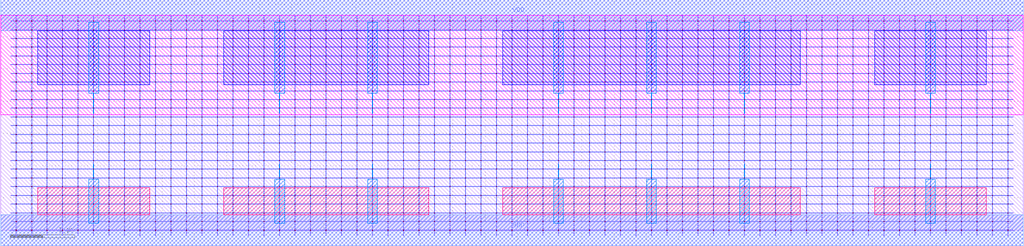
<source format=lef>
MACRO HAX1
 CLASS CORE ;
 FOREIGN HAX1 0 0 ;
 ORIGIN 0 0 ;
 SYMMETRY X Y R90 ;
 SITE UNIT ;
  PIN VDD
   DIRECTION INOUT ;
   USE SIGNAL ;
   SHAPE ABUTMENT ;
    PORT
     CLASS CORE ;
       LAYER metal2 ;
        RECT 0.00000000 3.09000000 15.84000000 3.57000000 ;
    END
  END VDD

  PIN GND
   DIRECTION INOUT ;
   USE SIGNAL ;
   SHAPE ABUTMENT ;
    PORT
     CLASS CORE ;
       LAYER metal2 ;
        RECT 0.00000000 -0.24000000 15.84000000 0.24000000 ;
    END
  END GND

  OBS
   LAYER abutment_box ;
    RECT 0.00000000 0.00000000 15.84000000 3.33000000 ;
  END

  OBS
   LAYER metal1 ;
    RECT 0.23600000 -0.08500000 0.24400000 -0.00400000 ;
    RECT 0.47600000 -0.08500000 0.48400000 -0.00400000 ;
    RECT 0.71600000 -0.08500000 0.72400000 -0.00400000 ;
    RECT 0.95600000 -0.08500000 0.96400000 -0.00400000 ;
    RECT 1.19600000 -0.08500000 1.20400000 -0.00400000 ;
    RECT 1.43600000 -0.08500000 1.44400000 -0.00400000 ;
    RECT 1.67600000 -0.08500000 1.68400000 -0.00400000 ;
    RECT 1.91600000 -0.08500000 1.92400000 -0.00400000 ;
    RECT 2.15600000 -0.08500000 2.16400000 -0.00400000 ;
    RECT 2.39600000 -0.08500000 2.40400000 -0.00400000 ;
    RECT 2.63600000 -0.08500000 2.64400000 -0.00400000 ;
    RECT 2.87600000 -0.08500000 2.88400000 -0.00400000 ;
    RECT 3.11600000 -0.08500000 3.12400000 -0.00400000 ;
    RECT 3.35600000 -0.08500000 3.36400000 -0.00400000 ;
    RECT 3.59600000 -0.08500000 3.60400000 -0.00400000 ;
    RECT 3.83600000 -0.08500000 3.84400000 -0.00400000 ;
    RECT 4.07600000 -0.08500000 4.08400000 -0.00400000 ;
    RECT 4.31600000 -0.08500000 4.32400000 -0.00400000 ;
    RECT 4.55600000 -0.08500000 4.56400000 -0.00400000 ;
    RECT 4.79600000 -0.08500000 4.80400000 -0.00400000 ;
    RECT 5.03600000 -0.08500000 5.04400000 -0.00400000 ;
    RECT 5.27600000 -0.08500000 5.28400000 -0.00400000 ;
    RECT 5.51600000 -0.08500000 5.52400000 -0.00400000 ;
    RECT 5.75600000 -0.08500000 5.76400000 -0.00400000 ;
    RECT 5.99600000 -0.08500000 6.00400000 -0.00400000 ;
    RECT 6.23600000 -0.08500000 6.24400000 -0.00400000 ;
    RECT 6.47600000 -0.08500000 6.48400000 -0.00400000 ;
    RECT 6.71600000 -0.08500000 6.72400000 -0.00400000 ;
    RECT 6.95600000 -0.08500000 6.96400000 -0.00400000 ;
    RECT 7.19600000 -0.08500000 7.20400000 -0.00400000 ;
    RECT 7.43600000 -0.08500000 7.44400000 -0.00400000 ;
    RECT 7.67600000 -0.08500000 7.68400000 -0.00400000 ;
    RECT 7.91600000 -0.08500000 7.92400000 -0.00400000 ;
    RECT 8.15600000 -0.08500000 8.16400000 -0.00400000 ;
    RECT 8.39600000 -0.08500000 8.40400000 -0.00400000 ;
    RECT 8.63600000 -0.08500000 8.64400000 -0.00400000 ;
    RECT 8.87600000 -0.08500000 8.88400000 -0.00400000 ;
    RECT 9.11600000 -0.08500000 9.12400000 -0.00400000 ;
    RECT 9.35600000 -0.08500000 9.36400000 -0.00400000 ;
    RECT 9.59600000 -0.08500000 9.60400000 -0.00400000 ;
    RECT 9.83600000 -0.08500000 9.84400000 -0.00400000 ;
    RECT 10.07600000 -0.08500000 10.08400000 -0.00400000 ;
    RECT 10.31600000 -0.08500000 10.32400000 -0.00400000 ;
    RECT 10.55600000 -0.08500000 10.56400000 -0.00400000 ;
    RECT 10.79600000 -0.08500000 10.80400000 -0.00400000 ;
    RECT 11.03600000 -0.08500000 11.04400000 -0.00400000 ;
    RECT 11.27600000 -0.08500000 11.28400000 -0.00400000 ;
    RECT 11.51600000 -0.08500000 11.52400000 -0.00400000 ;
    RECT 11.75600000 -0.08500000 11.76400000 -0.00400000 ;
    RECT 11.99600000 -0.08500000 12.00400000 -0.00400000 ;
    RECT 12.23600000 -0.08500000 12.24400000 -0.00400000 ;
    RECT 12.47600000 -0.08500000 12.48400000 -0.00400000 ;
    RECT 12.71600000 -0.08500000 12.72400000 -0.00400000 ;
    RECT 12.95600000 -0.08500000 12.96400000 -0.00400000 ;
    RECT 13.19600000 -0.08500000 13.20400000 -0.00400000 ;
    RECT 13.43600000 -0.08500000 13.44400000 -0.00400000 ;
    RECT 13.67600000 -0.08500000 13.68400000 -0.00400000 ;
    RECT 13.91600000 -0.08500000 13.92400000 -0.00400000 ;
    RECT 14.15600000 -0.08500000 14.16400000 -0.00400000 ;
    RECT 14.39600000 -0.08500000 14.40400000 -0.00400000 ;
    RECT 14.63600000 -0.08500000 14.64400000 -0.00400000 ;
    RECT 14.87600000 -0.08500000 14.88400000 -0.00400000 ;
    RECT 15.11600000 -0.08500000 15.12400000 -0.00400000 ;
    RECT 15.35600000 -0.08500000 15.36400000 -0.00400000 ;
    RECT 15.59600000 -0.08500000 15.60400000 -0.00400000 ;
    RECT 0.15500000 -0.00400000 15.68500000 0.00400000 ;
    RECT 0.23600000 0.00400000 0.24400000 0.13100000 ;
    RECT 0.47600000 0.00400000 0.48400000 0.13100000 ;
    RECT 0.71600000 0.00400000 0.72400000 0.13100000 ;
    RECT 0.95600000 0.00400000 0.96400000 0.13100000 ;
    RECT 1.19600000 0.00400000 1.20400000 0.13100000 ;
    RECT 1.43600000 0.00400000 1.44400000 0.13100000 ;
    RECT 1.67600000 0.00400000 1.68400000 0.13100000 ;
    RECT 1.91600000 0.00400000 1.92400000 0.13100000 ;
    RECT 2.15600000 0.00400000 2.16400000 0.13100000 ;
    RECT 2.39600000 0.00400000 2.40400000 0.13100000 ;
    RECT 2.63600000 0.00400000 2.64400000 0.13100000 ;
    RECT 2.87600000 0.00400000 2.88400000 0.13100000 ;
    RECT 3.11600000 0.00400000 3.12400000 0.13100000 ;
    RECT 3.35600000 0.00400000 3.36400000 0.13100000 ;
    RECT 3.59600000 0.00400000 3.60400000 0.13100000 ;
    RECT 3.83600000 0.00400000 3.84400000 0.13100000 ;
    RECT 4.07600000 0.00400000 4.08400000 0.13100000 ;
    RECT 4.31600000 0.00400000 4.32400000 0.13100000 ;
    RECT 4.55600000 0.00400000 4.56400000 0.13100000 ;
    RECT 4.79600000 0.00400000 4.80400000 0.13100000 ;
    RECT 5.03600000 0.00400000 5.04400000 0.13100000 ;
    RECT 5.27600000 0.00400000 5.28400000 0.13100000 ;
    RECT 5.51600000 0.00400000 5.52400000 0.13100000 ;
    RECT 5.75600000 0.00400000 5.76400000 0.13100000 ;
    RECT 5.99600000 0.00400000 6.00400000 0.13100000 ;
    RECT 6.23600000 0.00400000 6.24400000 0.13100000 ;
    RECT 6.47600000 0.00400000 6.48400000 0.13100000 ;
    RECT 6.71600000 0.00400000 6.72400000 0.13100000 ;
    RECT 6.95600000 0.00400000 6.96400000 0.13100000 ;
    RECT 7.19600000 0.00400000 7.20400000 0.13100000 ;
    RECT 7.43600000 0.00400000 7.44400000 0.13100000 ;
    RECT 7.67600000 0.00400000 7.68400000 0.13100000 ;
    RECT 7.91600000 0.00400000 7.92400000 0.13100000 ;
    RECT 8.15600000 0.00400000 8.16400000 0.13100000 ;
    RECT 8.39600000 0.00400000 8.40400000 0.13100000 ;
    RECT 8.63600000 0.00400000 8.64400000 0.13100000 ;
    RECT 8.87600000 0.00400000 8.88400000 0.13100000 ;
    RECT 9.11600000 0.00400000 9.12400000 0.13100000 ;
    RECT 9.35600000 0.00400000 9.36400000 0.13100000 ;
    RECT 9.59600000 0.00400000 9.60400000 0.13100000 ;
    RECT 9.83600000 0.00400000 9.84400000 0.13100000 ;
    RECT 10.07600000 0.00400000 10.08400000 0.13100000 ;
    RECT 10.31600000 0.00400000 10.32400000 0.13100000 ;
    RECT 10.55600000 0.00400000 10.56400000 0.13100000 ;
    RECT 10.79600000 0.00400000 10.80400000 0.13100000 ;
    RECT 11.03600000 0.00400000 11.04400000 0.13100000 ;
    RECT 11.27600000 0.00400000 11.28400000 0.13100000 ;
    RECT 11.51600000 0.00400000 11.52400000 0.13100000 ;
    RECT 11.75600000 0.00400000 11.76400000 0.13100000 ;
    RECT 11.99600000 0.00400000 12.00400000 0.13100000 ;
    RECT 12.23600000 0.00400000 12.24400000 0.13100000 ;
    RECT 12.47600000 0.00400000 12.48400000 0.13100000 ;
    RECT 12.71600000 0.00400000 12.72400000 0.13100000 ;
    RECT 12.95600000 0.00400000 12.96400000 0.13100000 ;
    RECT 13.19600000 0.00400000 13.20400000 0.13100000 ;
    RECT 13.43600000 0.00400000 13.44400000 0.13100000 ;
    RECT 13.67600000 0.00400000 13.68400000 0.13100000 ;
    RECT 13.91600000 0.00400000 13.92400000 0.13100000 ;
    RECT 14.15600000 0.00400000 14.16400000 0.13100000 ;
    RECT 14.39600000 0.00400000 14.40400000 0.13100000 ;
    RECT 14.63600000 0.00400000 14.64400000 0.13100000 ;
    RECT 14.87600000 0.00400000 14.88400000 0.13100000 ;
    RECT 15.11600000 0.00400000 15.12400000 0.13100000 ;
    RECT 15.35600000 0.00400000 15.36400000 0.13100000 ;
    RECT 15.59600000 0.00400000 15.60400000 0.13100000 ;
    RECT 0.15500000 0.13100000 15.68500000 0.13900000 ;
    RECT 0.23600000 0.13900000 0.24400000 0.26600000 ;
    RECT 0.47600000 0.13900000 0.48400000 0.26600000 ;
    RECT 0.71600000 0.13900000 0.72400000 0.26600000 ;
    RECT 0.95600000 0.13900000 0.96400000 0.26600000 ;
    RECT 1.19600000 0.13900000 1.20400000 0.26600000 ;
    RECT 1.43600000 0.13900000 1.44400000 0.26600000 ;
    RECT 1.67600000 0.13900000 1.68400000 0.26600000 ;
    RECT 1.91600000 0.13900000 1.92400000 0.26600000 ;
    RECT 2.15600000 0.13900000 2.16400000 0.26600000 ;
    RECT 2.39600000 0.13900000 2.40400000 0.26600000 ;
    RECT 2.63600000 0.13900000 2.64400000 0.26600000 ;
    RECT 2.87600000 0.13900000 2.88400000 0.26600000 ;
    RECT 3.11600000 0.13900000 3.12400000 0.26600000 ;
    RECT 3.35600000 0.13900000 3.36400000 0.26600000 ;
    RECT 3.59600000 0.13900000 3.60400000 0.26600000 ;
    RECT 3.83600000 0.13900000 3.84400000 0.26600000 ;
    RECT 4.07600000 0.13900000 4.08400000 0.26600000 ;
    RECT 4.31600000 0.13900000 4.32400000 0.26600000 ;
    RECT 4.55600000 0.13900000 4.56400000 0.26600000 ;
    RECT 4.79600000 0.13900000 4.80400000 0.26600000 ;
    RECT 5.03600000 0.13900000 5.04400000 0.26600000 ;
    RECT 5.27600000 0.13900000 5.28400000 0.26600000 ;
    RECT 5.51600000 0.13900000 5.52400000 0.26600000 ;
    RECT 5.75600000 0.13900000 5.76400000 0.26600000 ;
    RECT 5.99600000 0.13900000 6.00400000 0.26600000 ;
    RECT 6.23600000 0.13900000 6.24400000 0.26600000 ;
    RECT 6.47600000 0.13900000 6.48400000 0.26600000 ;
    RECT 6.71600000 0.13900000 6.72400000 0.26600000 ;
    RECT 6.95600000 0.13900000 6.96400000 0.26600000 ;
    RECT 7.19600000 0.13900000 7.20400000 0.26600000 ;
    RECT 7.43600000 0.13900000 7.44400000 0.26600000 ;
    RECT 7.67600000 0.13900000 7.68400000 0.26600000 ;
    RECT 7.91600000 0.13900000 7.92400000 0.26600000 ;
    RECT 8.15600000 0.13900000 8.16400000 0.26600000 ;
    RECT 8.39600000 0.13900000 8.40400000 0.26600000 ;
    RECT 8.63600000 0.13900000 8.64400000 0.26600000 ;
    RECT 8.87600000 0.13900000 8.88400000 0.26600000 ;
    RECT 9.11600000 0.13900000 9.12400000 0.26600000 ;
    RECT 9.35600000 0.13900000 9.36400000 0.26600000 ;
    RECT 9.59600000 0.13900000 9.60400000 0.26600000 ;
    RECT 9.83600000 0.13900000 9.84400000 0.26600000 ;
    RECT 10.07600000 0.13900000 10.08400000 0.26600000 ;
    RECT 10.31600000 0.13900000 10.32400000 0.26600000 ;
    RECT 10.55600000 0.13900000 10.56400000 0.26600000 ;
    RECT 10.79600000 0.13900000 10.80400000 0.26600000 ;
    RECT 11.03600000 0.13900000 11.04400000 0.26600000 ;
    RECT 11.27600000 0.13900000 11.28400000 0.26600000 ;
    RECT 11.51600000 0.13900000 11.52400000 0.26600000 ;
    RECT 11.75600000 0.13900000 11.76400000 0.26600000 ;
    RECT 11.99600000 0.13900000 12.00400000 0.26600000 ;
    RECT 12.23600000 0.13900000 12.24400000 0.26600000 ;
    RECT 12.47600000 0.13900000 12.48400000 0.26600000 ;
    RECT 12.71600000 0.13900000 12.72400000 0.26600000 ;
    RECT 12.95600000 0.13900000 12.96400000 0.26600000 ;
    RECT 13.19600000 0.13900000 13.20400000 0.26600000 ;
    RECT 13.43600000 0.13900000 13.44400000 0.26600000 ;
    RECT 13.67600000 0.13900000 13.68400000 0.26600000 ;
    RECT 13.91600000 0.13900000 13.92400000 0.26600000 ;
    RECT 14.15600000 0.13900000 14.16400000 0.26600000 ;
    RECT 14.39600000 0.13900000 14.40400000 0.26600000 ;
    RECT 14.63600000 0.13900000 14.64400000 0.26600000 ;
    RECT 14.87600000 0.13900000 14.88400000 0.26600000 ;
    RECT 15.11600000 0.13900000 15.12400000 0.26600000 ;
    RECT 15.35600000 0.13900000 15.36400000 0.26600000 ;
    RECT 15.59600000 0.13900000 15.60400000 0.26600000 ;
    RECT 0.15500000 0.26600000 15.68500000 0.27400000 ;
    RECT 0.23600000 0.27400000 0.24400000 0.40100000 ;
    RECT 0.47600000 0.27400000 0.48400000 0.40100000 ;
    RECT 0.71600000 0.27400000 0.72400000 0.40100000 ;
    RECT 0.95600000 0.27400000 0.96400000 0.40100000 ;
    RECT 1.19600000 0.27400000 1.20400000 0.40100000 ;
    RECT 1.43600000 0.27400000 1.44400000 0.40100000 ;
    RECT 1.67600000 0.27400000 1.68400000 0.40100000 ;
    RECT 1.91600000 0.27400000 1.92400000 0.40100000 ;
    RECT 2.15600000 0.27400000 2.16400000 0.40100000 ;
    RECT 2.39600000 0.27400000 2.40400000 0.40100000 ;
    RECT 2.63600000 0.27400000 2.64400000 0.40100000 ;
    RECT 2.87600000 0.27400000 2.88400000 0.40100000 ;
    RECT 3.11600000 0.27400000 3.12400000 0.40100000 ;
    RECT 3.35600000 0.27400000 3.36400000 0.40100000 ;
    RECT 3.59600000 0.27400000 3.60400000 0.40100000 ;
    RECT 3.83600000 0.27400000 3.84400000 0.40100000 ;
    RECT 4.07600000 0.27400000 4.08400000 0.40100000 ;
    RECT 4.31600000 0.27400000 4.32400000 0.40100000 ;
    RECT 4.55600000 0.27400000 4.56400000 0.40100000 ;
    RECT 4.79600000 0.27400000 4.80400000 0.40100000 ;
    RECT 5.03600000 0.27400000 5.04400000 0.40100000 ;
    RECT 5.27600000 0.27400000 5.28400000 0.40100000 ;
    RECT 5.51600000 0.27400000 5.52400000 0.40100000 ;
    RECT 5.75600000 0.27400000 5.76400000 0.40100000 ;
    RECT 5.99600000 0.27400000 6.00400000 0.40100000 ;
    RECT 6.23600000 0.27400000 6.24400000 0.40100000 ;
    RECT 6.47600000 0.27400000 6.48400000 0.40100000 ;
    RECT 6.71600000 0.27400000 6.72400000 0.40100000 ;
    RECT 6.95600000 0.27400000 6.96400000 0.40100000 ;
    RECT 7.19600000 0.27400000 7.20400000 0.40100000 ;
    RECT 7.43600000 0.27400000 7.44400000 0.40100000 ;
    RECT 7.67600000 0.27400000 7.68400000 0.40100000 ;
    RECT 7.91600000 0.27400000 7.92400000 0.40100000 ;
    RECT 8.15600000 0.27400000 8.16400000 0.40100000 ;
    RECT 8.39600000 0.27400000 8.40400000 0.40100000 ;
    RECT 8.63600000 0.27400000 8.64400000 0.40100000 ;
    RECT 8.87600000 0.27400000 8.88400000 0.40100000 ;
    RECT 9.11600000 0.27400000 9.12400000 0.40100000 ;
    RECT 9.35600000 0.27400000 9.36400000 0.40100000 ;
    RECT 9.59600000 0.27400000 9.60400000 0.40100000 ;
    RECT 9.83600000 0.27400000 9.84400000 0.40100000 ;
    RECT 10.07600000 0.27400000 10.08400000 0.40100000 ;
    RECT 10.31600000 0.27400000 10.32400000 0.40100000 ;
    RECT 10.55600000 0.27400000 10.56400000 0.40100000 ;
    RECT 10.79600000 0.27400000 10.80400000 0.40100000 ;
    RECT 11.03600000 0.27400000 11.04400000 0.40100000 ;
    RECT 11.27600000 0.27400000 11.28400000 0.40100000 ;
    RECT 11.51600000 0.27400000 11.52400000 0.40100000 ;
    RECT 11.75600000 0.27400000 11.76400000 0.40100000 ;
    RECT 11.99600000 0.27400000 12.00400000 0.40100000 ;
    RECT 12.23600000 0.27400000 12.24400000 0.40100000 ;
    RECT 12.47600000 0.27400000 12.48400000 0.40100000 ;
    RECT 12.71600000 0.27400000 12.72400000 0.40100000 ;
    RECT 12.95600000 0.27400000 12.96400000 0.40100000 ;
    RECT 13.19600000 0.27400000 13.20400000 0.40100000 ;
    RECT 13.43600000 0.27400000 13.44400000 0.40100000 ;
    RECT 13.67600000 0.27400000 13.68400000 0.40100000 ;
    RECT 13.91600000 0.27400000 13.92400000 0.40100000 ;
    RECT 14.15600000 0.27400000 14.16400000 0.40100000 ;
    RECT 14.39600000 0.27400000 14.40400000 0.40100000 ;
    RECT 14.63600000 0.27400000 14.64400000 0.40100000 ;
    RECT 14.87600000 0.27400000 14.88400000 0.40100000 ;
    RECT 15.11600000 0.27400000 15.12400000 0.40100000 ;
    RECT 15.35600000 0.27400000 15.36400000 0.40100000 ;
    RECT 15.59600000 0.27400000 15.60400000 0.40100000 ;
    RECT 0.15500000 0.40100000 15.68500000 0.40900000 ;
    RECT 0.23600000 0.40900000 0.24400000 0.53600000 ;
    RECT 0.47600000 0.40900000 0.48400000 0.53600000 ;
    RECT 0.71600000 0.40900000 0.72400000 0.53600000 ;
    RECT 0.95600000 0.40900000 0.96400000 0.53600000 ;
    RECT 1.19600000 0.40900000 1.20400000 0.53600000 ;
    RECT 1.43600000 0.40900000 1.44400000 0.53600000 ;
    RECT 1.67600000 0.40900000 1.68400000 0.53600000 ;
    RECT 1.91600000 0.40900000 1.92400000 0.53600000 ;
    RECT 2.15600000 0.40900000 2.16400000 0.53600000 ;
    RECT 2.39600000 0.40900000 2.40400000 0.53600000 ;
    RECT 2.63600000 0.40900000 2.64400000 0.53600000 ;
    RECT 2.87600000 0.40900000 2.88400000 0.53600000 ;
    RECT 3.11600000 0.40900000 3.12400000 0.53600000 ;
    RECT 3.35600000 0.40900000 3.36400000 0.53600000 ;
    RECT 3.59600000 0.40900000 3.60400000 0.53600000 ;
    RECT 3.83600000 0.40900000 3.84400000 0.53600000 ;
    RECT 4.07600000 0.40900000 4.08400000 0.53600000 ;
    RECT 4.31600000 0.40900000 4.32400000 0.53600000 ;
    RECT 4.55600000 0.40900000 4.56400000 0.53600000 ;
    RECT 4.79600000 0.40900000 4.80400000 0.53600000 ;
    RECT 5.03600000 0.40900000 5.04400000 0.53600000 ;
    RECT 5.27600000 0.40900000 5.28400000 0.53600000 ;
    RECT 5.51600000 0.40900000 5.52400000 0.53600000 ;
    RECT 5.75600000 0.40900000 5.76400000 0.53600000 ;
    RECT 5.99600000 0.40900000 6.00400000 0.53600000 ;
    RECT 6.23600000 0.40900000 6.24400000 0.53600000 ;
    RECT 6.47600000 0.40900000 6.48400000 0.53600000 ;
    RECT 6.71600000 0.40900000 6.72400000 0.53600000 ;
    RECT 6.95600000 0.40900000 6.96400000 0.53600000 ;
    RECT 7.19600000 0.40900000 7.20400000 0.53600000 ;
    RECT 7.43600000 0.40900000 7.44400000 0.53600000 ;
    RECT 7.67600000 0.40900000 7.68400000 0.53600000 ;
    RECT 7.91600000 0.40900000 7.92400000 0.53600000 ;
    RECT 8.15600000 0.40900000 8.16400000 0.53600000 ;
    RECT 8.39600000 0.40900000 8.40400000 0.53600000 ;
    RECT 8.63600000 0.40900000 8.64400000 0.53600000 ;
    RECT 8.87600000 0.40900000 8.88400000 0.53600000 ;
    RECT 9.11600000 0.40900000 9.12400000 0.53600000 ;
    RECT 9.35600000 0.40900000 9.36400000 0.53600000 ;
    RECT 9.59600000 0.40900000 9.60400000 0.53600000 ;
    RECT 9.83600000 0.40900000 9.84400000 0.53600000 ;
    RECT 10.07600000 0.40900000 10.08400000 0.53600000 ;
    RECT 10.31600000 0.40900000 10.32400000 0.53600000 ;
    RECT 10.55600000 0.40900000 10.56400000 0.53600000 ;
    RECT 10.79600000 0.40900000 10.80400000 0.53600000 ;
    RECT 11.03600000 0.40900000 11.04400000 0.53600000 ;
    RECT 11.27600000 0.40900000 11.28400000 0.53600000 ;
    RECT 11.51600000 0.40900000 11.52400000 0.53600000 ;
    RECT 11.75600000 0.40900000 11.76400000 0.53600000 ;
    RECT 11.99600000 0.40900000 12.00400000 0.53600000 ;
    RECT 12.23600000 0.40900000 12.24400000 0.53600000 ;
    RECT 12.47600000 0.40900000 12.48400000 0.53600000 ;
    RECT 12.71600000 0.40900000 12.72400000 0.53600000 ;
    RECT 12.95600000 0.40900000 12.96400000 0.53600000 ;
    RECT 13.19600000 0.40900000 13.20400000 0.53600000 ;
    RECT 13.43600000 0.40900000 13.44400000 0.53600000 ;
    RECT 13.67600000 0.40900000 13.68400000 0.53600000 ;
    RECT 13.91600000 0.40900000 13.92400000 0.53600000 ;
    RECT 14.15600000 0.40900000 14.16400000 0.53600000 ;
    RECT 14.39600000 0.40900000 14.40400000 0.53600000 ;
    RECT 14.63600000 0.40900000 14.64400000 0.53600000 ;
    RECT 14.87600000 0.40900000 14.88400000 0.53600000 ;
    RECT 15.11600000 0.40900000 15.12400000 0.53600000 ;
    RECT 15.35600000 0.40900000 15.36400000 0.53600000 ;
    RECT 15.59600000 0.40900000 15.60400000 0.53600000 ;
    RECT 0.15500000 0.53600000 15.68500000 0.54400000 ;
    RECT 0.23600000 0.54400000 0.24400000 0.67100000 ;
    RECT 0.47600000 0.54400000 0.48400000 0.67100000 ;
    RECT 0.71600000 0.54400000 0.72400000 0.67100000 ;
    RECT 0.95600000 0.54400000 0.96400000 0.67100000 ;
    RECT 1.19600000 0.54400000 1.20400000 0.67100000 ;
    RECT 1.43600000 0.54400000 1.44400000 0.67100000 ;
    RECT 1.67600000 0.54400000 1.68400000 0.67100000 ;
    RECT 1.91600000 0.54400000 1.92400000 0.67100000 ;
    RECT 2.15600000 0.54400000 2.16400000 0.67100000 ;
    RECT 2.39600000 0.54400000 2.40400000 0.67100000 ;
    RECT 2.63600000 0.54400000 2.64400000 0.67100000 ;
    RECT 2.87600000 0.54400000 2.88400000 0.67100000 ;
    RECT 3.11600000 0.54400000 3.12400000 0.67100000 ;
    RECT 3.35600000 0.54400000 3.36400000 0.67100000 ;
    RECT 3.59600000 0.54400000 3.60400000 0.67100000 ;
    RECT 3.83600000 0.54400000 3.84400000 0.67100000 ;
    RECT 4.07600000 0.54400000 4.08400000 0.67100000 ;
    RECT 4.31600000 0.54400000 4.32400000 0.67100000 ;
    RECT 4.55600000 0.54400000 4.56400000 0.67100000 ;
    RECT 4.79600000 0.54400000 4.80400000 0.67100000 ;
    RECT 5.03600000 0.54400000 5.04400000 0.67100000 ;
    RECT 5.27600000 0.54400000 5.28400000 0.67100000 ;
    RECT 5.51600000 0.54400000 5.52400000 0.67100000 ;
    RECT 5.75600000 0.54400000 5.76400000 0.67100000 ;
    RECT 5.99600000 0.54400000 6.00400000 0.67100000 ;
    RECT 6.23600000 0.54400000 6.24400000 0.67100000 ;
    RECT 6.47600000 0.54400000 6.48400000 0.67100000 ;
    RECT 6.71600000 0.54400000 6.72400000 0.67100000 ;
    RECT 6.95600000 0.54400000 6.96400000 0.67100000 ;
    RECT 7.19600000 0.54400000 7.20400000 0.67100000 ;
    RECT 7.43600000 0.54400000 7.44400000 0.67100000 ;
    RECT 7.67600000 0.54400000 7.68400000 0.67100000 ;
    RECT 7.91600000 0.54400000 7.92400000 0.67100000 ;
    RECT 8.15600000 0.54400000 8.16400000 0.67100000 ;
    RECT 8.39600000 0.54400000 8.40400000 0.67100000 ;
    RECT 8.63600000 0.54400000 8.64400000 0.67100000 ;
    RECT 8.87600000 0.54400000 8.88400000 0.67100000 ;
    RECT 9.11600000 0.54400000 9.12400000 0.67100000 ;
    RECT 9.35600000 0.54400000 9.36400000 0.67100000 ;
    RECT 9.59600000 0.54400000 9.60400000 0.67100000 ;
    RECT 9.83600000 0.54400000 9.84400000 0.67100000 ;
    RECT 10.07600000 0.54400000 10.08400000 0.67100000 ;
    RECT 10.31600000 0.54400000 10.32400000 0.67100000 ;
    RECT 10.55600000 0.54400000 10.56400000 0.67100000 ;
    RECT 10.79600000 0.54400000 10.80400000 0.67100000 ;
    RECT 11.03600000 0.54400000 11.04400000 0.67100000 ;
    RECT 11.27600000 0.54400000 11.28400000 0.67100000 ;
    RECT 11.51600000 0.54400000 11.52400000 0.67100000 ;
    RECT 11.75600000 0.54400000 11.76400000 0.67100000 ;
    RECT 11.99600000 0.54400000 12.00400000 0.67100000 ;
    RECT 12.23600000 0.54400000 12.24400000 0.67100000 ;
    RECT 12.47600000 0.54400000 12.48400000 0.67100000 ;
    RECT 12.71600000 0.54400000 12.72400000 0.67100000 ;
    RECT 12.95600000 0.54400000 12.96400000 0.67100000 ;
    RECT 13.19600000 0.54400000 13.20400000 0.67100000 ;
    RECT 13.43600000 0.54400000 13.44400000 0.67100000 ;
    RECT 13.67600000 0.54400000 13.68400000 0.67100000 ;
    RECT 13.91600000 0.54400000 13.92400000 0.67100000 ;
    RECT 14.15600000 0.54400000 14.16400000 0.67100000 ;
    RECT 14.39600000 0.54400000 14.40400000 0.67100000 ;
    RECT 14.63600000 0.54400000 14.64400000 0.67100000 ;
    RECT 14.87600000 0.54400000 14.88400000 0.67100000 ;
    RECT 15.11600000 0.54400000 15.12400000 0.67100000 ;
    RECT 15.35600000 0.54400000 15.36400000 0.67100000 ;
    RECT 15.59600000 0.54400000 15.60400000 0.67100000 ;
    RECT 0.15500000 0.67100000 15.68500000 0.67900000 ;
    RECT 0.23600000 0.67900000 0.24400000 0.80600000 ;
    RECT 0.47600000 0.67900000 0.48400000 0.80600000 ;
    RECT 0.71600000 0.67900000 0.72400000 0.80600000 ;
    RECT 0.95600000 0.67900000 0.96400000 0.80600000 ;
    RECT 1.19600000 0.67900000 1.20400000 0.80600000 ;
    RECT 1.43600000 0.67900000 1.44400000 0.80600000 ;
    RECT 1.67600000 0.67900000 1.68400000 0.80600000 ;
    RECT 1.91600000 0.67900000 1.92400000 0.80600000 ;
    RECT 2.15600000 0.67900000 2.16400000 0.80600000 ;
    RECT 2.39600000 0.67900000 2.40400000 0.80600000 ;
    RECT 2.63600000 0.67900000 2.64400000 0.80600000 ;
    RECT 2.87600000 0.67900000 2.88400000 0.80600000 ;
    RECT 3.11600000 0.67900000 3.12400000 0.80600000 ;
    RECT 3.35600000 0.67900000 3.36400000 0.80600000 ;
    RECT 3.59600000 0.67900000 3.60400000 0.80600000 ;
    RECT 3.83600000 0.67900000 3.84400000 0.80600000 ;
    RECT 4.07600000 0.67900000 4.08400000 0.80600000 ;
    RECT 4.31600000 0.67900000 4.32400000 0.80600000 ;
    RECT 4.55600000 0.67900000 4.56400000 0.80600000 ;
    RECT 4.79600000 0.67900000 4.80400000 0.80600000 ;
    RECT 5.03600000 0.67900000 5.04400000 0.80600000 ;
    RECT 5.27600000 0.67900000 5.28400000 0.80600000 ;
    RECT 5.51600000 0.67900000 5.52400000 0.80600000 ;
    RECT 5.75600000 0.67900000 5.76400000 0.80600000 ;
    RECT 5.99600000 0.67900000 6.00400000 0.80600000 ;
    RECT 6.23600000 0.67900000 6.24400000 0.80600000 ;
    RECT 6.47600000 0.67900000 6.48400000 0.80600000 ;
    RECT 6.71600000 0.67900000 6.72400000 0.80600000 ;
    RECT 6.95600000 0.67900000 6.96400000 0.80600000 ;
    RECT 7.19600000 0.67900000 7.20400000 0.80600000 ;
    RECT 7.43600000 0.67900000 7.44400000 0.80600000 ;
    RECT 7.67600000 0.67900000 7.68400000 0.80600000 ;
    RECT 7.91600000 0.67900000 7.92400000 0.80600000 ;
    RECT 8.15600000 0.67900000 8.16400000 0.80600000 ;
    RECT 8.39600000 0.67900000 8.40400000 0.80600000 ;
    RECT 8.63600000 0.67900000 8.64400000 0.80600000 ;
    RECT 8.87600000 0.67900000 8.88400000 0.80600000 ;
    RECT 9.11600000 0.67900000 9.12400000 0.80600000 ;
    RECT 9.35600000 0.67900000 9.36400000 0.80600000 ;
    RECT 9.59600000 0.67900000 9.60400000 0.80600000 ;
    RECT 9.83600000 0.67900000 9.84400000 0.80600000 ;
    RECT 10.07600000 0.67900000 10.08400000 0.80600000 ;
    RECT 10.31600000 0.67900000 10.32400000 0.80600000 ;
    RECT 10.55600000 0.67900000 10.56400000 0.80600000 ;
    RECT 10.79600000 0.67900000 10.80400000 0.80600000 ;
    RECT 11.03600000 0.67900000 11.04400000 0.80600000 ;
    RECT 11.27600000 0.67900000 11.28400000 0.80600000 ;
    RECT 11.51600000 0.67900000 11.52400000 0.80600000 ;
    RECT 11.75600000 0.67900000 11.76400000 0.80600000 ;
    RECT 11.99600000 0.67900000 12.00400000 0.80600000 ;
    RECT 12.23600000 0.67900000 12.24400000 0.80600000 ;
    RECT 12.47600000 0.67900000 12.48400000 0.80600000 ;
    RECT 12.71600000 0.67900000 12.72400000 0.80600000 ;
    RECT 12.95600000 0.67900000 12.96400000 0.80600000 ;
    RECT 13.19600000 0.67900000 13.20400000 0.80600000 ;
    RECT 13.43600000 0.67900000 13.44400000 0.80600000 ;
    RECT 13.67600000 0.67900000 13.68400000 0.80600000 ;
    RECT 13.91600000 0.67900000 13.92400000 0.80600000 ;
    RECT 14.15600000 0.67900000 14.16400000 0.80600000 ;
    RECT 14.39600000 0.67900000 14.40400000 0.80600000 ;
    RECT 14.63600000 0.67900000 14.64400000 0.80600000 ;
    RECT 14.87600000 0.67900000 14.88400000 0.80600000 ;
    RECT 15.11600000 0.67900000 15.12400000 0.80600000 ;
    RECT 15.35600000 0.67900000 15.36400000 0.80600000 ;
    RECT 15.59600000 0.67900000 15.60400000 0.80600000 ;
    RECT 0.15500000 0.80600000 15.68500000 0.81400000 ;
    RECT 0.23600000 0.81400000 0.24400000 0.94100000 ;
    RECT 0.47600000 0.81400000 0.48400000 0.94100000 ;
    RECT 0.71600000 0.81400000 0.72400000 0.94100000 ;
    RECT 0.95600000 0.81400000 0.96400000 0.94100000 ;
    RECT 1.19600000 0.81400000 1.20400000 0.94100000 ;
    RECT 1.43600000 0.81400000 1.44400000 0.94100000 ;
    RECT 1.67600000 0.81400000 1.68400000 0.94100000 ;
    RECT 1.91600000 0.81400000 1.92400000 0.94100000 ;
    RECT 2.15600000 0.81400000 2.16400000 0.94100000 ;
    RECT 2.39600000 0.81400000 2.40400000 0.94100000 ;
    RECT 2.63600000 0.81400000 2.64400000 0.94100000 ;
    RECT 2.87600000 0.81400000 2.88400000 0.94100000 ;
    RECT 3.11600000 0.81400000 3.12400000 0.94100000 ;
    RECT 3.35600000 0.81400000 3.36400000 0.94100000 ;
    RECT 3.59600000 0.81400000 3.60400000 0.94100000 ;
    RECT 3.83600000 0.81400000 3.84400000 0.94100000 ;
    RECT 4.07600000 0.81400000 4.08400000 0.94100000 ;
    RECT 4.31600000 0.81400000 4.32400000 0.94100000 ;
    RECT 4.55600000 0.81400000 4.56400000 0.94100000 ;
    RECT 4.79600000 0.81400000 4.80400000 0.94100000 ;
    RECT 5.03600000 0.81400000 5.04400000 0.94100000 ;
    RECT 5.27600000 0.81400000 5.28400000 0.94100000 ;
    RECT 5.51600000 0.81400000 5.52400000 0.94100000 ;
    RECT 5.75600000 0.81400000 5.76400000 0.94100000 ;
    RECT 5.99600000 0.81400000 6.00400000 0.94100000 ;
    RECT 6.23600000 0.81400000 6.24400000 0.94100000 ;
    RECT 6.47600000 0.81400000 6.48400000 0.94100000 ;
    RECT 6.71600000 0.81400000 6.72400000 0.94100000 ;
    RECT 6.95600000 0.81400000 6.96400000 0.94100000 ;
    RECT 7.19600000 0.81400000 7.20400000 0.94100000 ;
    RECT 7.43600000 0.81400000 7.44400000 0.94100000 ;
    RECT 7.67600000 0.81400000 7.68400000 0.94100000 ;
    RECT 7.91600000 0.81400000 7.92400000 0.94100000 ;
    RECT 8.15600000 0.81400000 8.16400000 0.94100000 ;
    RECT 8.39600000 0.81400000 8.40400000 0.94100000 ;
    RECT 8.63600000 0.81400000 8.64400000 0.94100000 ;
    RECT 8.87600000 0.81400000 8.88400000 0.94100000 ;
    RECT 9.11600000 0.81400000 9.12400000 0.94100000 ;
    RECT 9.35600000 0.81400000 9.36400000 0.94100000 ;
    RECT 9.59600000 0.81400000 9.60400000 0.94100000 ;
    RECT 9.83600000 0.81400000 9.84400000 0.94100000 ;
    RECT 10.07600000 0.81400000 10.08400000 0.94100000 ;
    RECT 10.31600000 0.81400000 10.32400000 0.94100000 ;
    RECT 10.55600000 0.81400000 10.56400000 0.94100000 ;
    RECT 10.79600000 0.81400000 10.80400000 0.94100000 ;
    RECT 11.03600000 0.81400000 11.04400000 0.94100000 ;
    RECT 11.27600000 0.81400000 11.28400000 0.94100000 ;
    RECT 11.51600000 0.81400000 11.52400000 0.94100000 ;
    RECT 11.75600000 0.81400000 11.76400000 0.94100000 ;
    RECT 11.99600000 0.81400000 12.00400000 0.94100000 ;
    RECT 12.23600000 0.81400000 12.24400000 0.94100000 ;
    RECT 12.47600000 0.81400000 12.48400000 0.94100000 ;
    RECT 12.71600000 0.81400000 12.72400000 0.94100000 ;
    RECT 12.95600000 0.81400000 12.96400000 0.94100000 ;
    RECT 13.19600000 0.81400000 13.20400000 0.94100000 ;
    RECT 13.43600000 0.81400000 13.44400000 0.94100000 ;
    RECT 13.67600000 0.81400000 13.68400000 0.94100000 ;
    RECT 13.91600000 0.81400000 13.92400000 0.94100000 ;
    RECT 14.15600000 0.81400000 14.16400000 0.94100000 ;
    RECT 14.39600000 0.81400000 14.40400000 0.94100000 ;
    RECT 14.63600000 0.81400000 14.64400000 0.94100000 ;
    RECT 14.87600000 0.81400000 14.88400000 0.94100000 ;
    RECT 15.11600000 0.81400000 15.12400000 0.94100000 ;
    RECT 15.35600000 0.81400000 15.36400000 0.94100000 ;
    RECT 15.59600000 0.81400000 15.60400000 0.94100000 ;
    RECT 0.15500000 0.94100000 15.68500000 0.94900000 ;
    RECT 0.23600000 0.94900000 0.24400000 1.07600000 ;
    RECT 0.47600000 0.94900000 0.48400000 1.07600000 ;
    RECT 0.71600000 0.94900000 0.72400000 1.07600000 ;
    RECT 0.95600000 0.94900000 0.96400000 1.07600000 ;
    RECT 1.19600000 0.94900000 1.20400000 1.07600000 ;
    RECT 1.43600000 0.94900000 1.44400000 1.07600000 ;
    RECT 1.67600000 0.94900000 1.68400000 1.07600000 ;
    RECT 1.91600000 0.94900000 1.92400000 1.07600000 ;
    RECT 2.15600000 0.94900000 2.16400000 1.07600000 ;
    RECT 2.39600000 0.94900000 2.40400000 1.07600000 ;
    RECT 2.63600000 0.94900000 2.64400000 1.07600000 ;
    RECT 2.87600000 0.94900000 2.88400000 1.07600000 ;
    RECT 3.11600000 0.94900000 3.12400000 1.07600000 ;
    RECT 3.35600000 0.94900000 3.36400000 1.07600000 ;
    RECT 3.59600000 0.94900000 3.60400000 1.07600000 ;
    RECT 3.83600000 0.94900000 3.84400000 1.07600000 ;
    RECT 4.07600000 0.94900000 4.08400000 1.07600000 ;
    RECT 4.31600000 0.94900000 4.32400000 1.07600000 ;
    RECT 4.55600000 0.94900000 4.56400000 1.07600000 ;
    RECT 4.79600000 0.94900000 4.80400000 1.07600000 ;
    RECT 5.03600000 0.94900000 5.04400000 1.07600000 ;
    RECT 5.27600000 0.94900000 5.28400000 1.07600000 ;
    RECT 5.51600000 0.94900000 5.52400000 1.07600000 ;
    RECT 5.75600000 0.94900000 5.76400000 1.07600000 ;
    RECT 5.99600000 0.94900000 6.00400000 1.07600000 ;
    RECT 6.23600000 0.94900000 6.24400000 1.07600000 ;
    RECT 6.47600000 0.94900000 6.48400000 1.07600000 ;
    RECT 6.71600000 0.94900000 6.72400000 1.07600000 ;
    RECT 6.95600000 0.94900000 6.96400000 1.07600000 ;
    RECT 7.19600000 0.94900000 7.20400000 1.07600000 ;
    RECT 7.43600000 0.94900000 7.44400000 1.07600000 ;
    RECT 7.67600000 0.94900000 7.68400000 1.07600000 ;
    RECT 7.91600000 0.94900000 7.92400000 1.07600000 ;
    RECT 8.15600000 0.94900000 8.16400000 1.07600000 ;
    RECT 8.39600000 0.94900000 8.40400000 1.07600000 ;
    RECT 8.63600000 0.94900000 8.64400000 1.07600000 ;
    RECT 8.87600000 0.94900000 8.88400000 1.07600000 ;
    RECT 9.11600000 0.94900000 9.12400000 1.07600000 ;
    RECT 9.35600000 0.94900000 9.36400000 1.07600000 ;
    RECT 9.59600000 0.94900000 9.60400000 1.07600000 ;
    RECT 9.83600000 0.94900000 9.84400000 1.07600000 ;
    RECT 10.07600000 0.94900000 10.08400000 1.07600000 ;
    RECT 10.31600000 0.94900000 10.32400000 1.07600000 ;
    RECT 10.55600000 0.94900000 10.56400000 1.07600000 ;
    RECT 10.79600000 0.94900000 10.80400000 1.07600000 ;
    RECT 11.03600000 0.94900000 11.04400000 1.07600000 ;
    RECT 11.27600000 0.94900000 11.28400000 1.07600000 ;
    RECT 11.51600000 0.94900000 11.52400000 1.07600000 ;
    RECT 11.75600000 0.94900000 11.76400000 1.07600000 ;
    RECT 11.99600000 0.94900000 12.00400000 1.07600000 ;
    RECT 12.23600000 0.94900000 12.24400000 1.07600000 ;
    RECT 12.47600000 0.94900000 12.48400000 1.07600000 ;
    RECT 12.71600000 0.94900000 12.72400000 1.07600000 ;
    RECT 12.95600000 0.94900000 12.96400000 1.07600000 ;
    RECT 13.19600000 0.94900000 13.20400000 1.07600000 ;
    RECT 13.43600000 0.94900000 13.44400000 1.07600000 ;
    RECT 13.67600000 0.94900000 13.68400000 1.07600000 ;
    RECT 13.91600000 0.94900000 13.92400000 1.07600000 ;
    RECT 14.15600000 0.94900000 14.16400000 1.07600000 ;
    RECT 14.39600000 0.94900000 14.40400000 1.07600000 ;
    RECT 14.63600000 0.94900000 14.64400000 1.07600000 ;
    RECT 14.87600000 0.94900000 14.88400000 1.07600000 ;
    RECT 15.11600000 0.94900000 15.12400000 1.07600000 ;
    RECT 15.35600000 0.94900000 15.36400000 1.07600000 ;
    RECT 15.59600000 0.94900000 15.60400000 1.07600000 ;
    RECT 0.15500000 1.07600000 15.68500000 1.08400000 ;
    RECT 0.23600000 1.08400000 0.24400000 1.21100000 ;
    RECT 0.47600000 1.08400000 0.48400000 1.21100000 ;
    RECT 0.71600000 1.08400000 0.72400000 1.21100000 ;
    RECT 0.95600000 1.08400000 0.96400000 1.21100000 ;
    RECT 1.19600000 1.08400000 1.20400000 1.21100000 ;
    RECT 1.43600000 1.08400000 1.44400000 1.21100000 ;
    RECT 1.67600000 1.08400000 1.68400000 1.21100000 ;
    RECT 1.91600000 1.08400000 1.92400000 1.21100000 ;
    RECT 2.15600000 1.08400000 2.16400000 1.21100000 ;
    RECT 2.39600000 1.08400000 2.40400000 1.21100000 ;
    RECT 2.63600000 1.08400000 2.64400000 1.21100000 ;
    RECT 2.87600000 1.08400000 2.88400000 1.21100000 ;
    RECT 3.11600000 1.08400000 3.12400000 1.21100000 ;
    RECT 3.35600000 1.08400000 3.36400000 1.21100000 ;
    RECT 3.59600000 1.08400000 3.60400000 1.21100000 ;
    RECT 3.83600000 1.08400000 3.84400000 1.21100000 ;
    RECT 4.07600000 1.08400000 4.08400000 1.21100000 ;
    RECT 4.31600000 1.08400000 4.32400000 1.21100000 ;
    RECT 4.55600000 1.08400000 4.56400000 1.21100000 ;
    RECT 4.79600000 1.08400000 4.80400000 1.21100000 ;
    RECT 5.03600000 1.08400000 5.04400000 1.21100000 ;
    RECT 5.27600000 1.08400000 5.28400000 1.21100000 ;
    RECT 5.51600000 1.08400000 5.52400000 1.21100000 ;
    RECT 5.75600000 1.08400000 5.76400000 1.21100000 ;
    RECT 5.99600000 1.08400000 6.00400000 1.21100000 ;
    RECT 6.23600000 1.08400000 6.24400000 1.21100000 ;
    RECT 6.47600000 1.08400000 6.48400000 1.21100000 ;
    RECT 6.71600000 1.08400000 6.72400000 1.21100000 ;
    RECT 6.95600000 1.08400000 6.96400000 1.21100000 ;
    RECT 7.19600000 1.08400000 7.20400000 1.21100000 ;
    RECT 7.43600000 1.08400000 7.44400000 1.21100000 ;
    RECT 7.67600000 1.08400000 7.68400000 1.21100000 ;
    RECT 7.91600000 1.08400000 7.92400000 1.21100000 ;
    RECT 8.15600000 1.08400000 8.16400000 1.21100000 ;
    RECT 8.39600000 1.08400000 8.40400000 1.21100000 ;
    RECT 8.63600000 1.08400000 8.64400000 1.21100000 ;
    RECT 8.87600000 1.08400000 8.88400000 1.21100000 ;
    RECT 9.11600000 1.08400000 9.12400000 1.21100000 ;
    RECT 9.35600000 1.08400000 9.36400000 1.21100000 ;
    RECT 9.59600000 1.08400000 9.60400000 1.21100000 ;
    RECT 9.83600000 1.08400000 9.84400000 1.21100000 ;
    RECT 10.07600000 1.08400000 10.08400000 1.21100000 ;
    RECT 10.31600000 1.08400000 10.32400000 1.21100000 ;
    RECT 10.55600000 1.08400000 10.56400000 1.21100000 ;
    RECT 10.79600000 1.08400000 10.80400000 1.21100000 ;
    RECT 11.03600000 1.08400000 11.04400000 1.21100000 ;
    RECT 11.27600000 1.08400000 11.28400000 1.21100000 ;
    RECT 11.51600000 1.08400000 11.52400000 1.21100000 ;
    RECT 11.75600000 1.08400000 11.76400000 1.21100000 ;
    RECT 11.99600000 1.08400000 12.00400000 1.21100000 ;
    RECT 12.23600000 1.08400000 12.24400000 1.21100000 ;
    RECT 12.47600000 1.08400000 12.48400000 1.21100000 ;
    RECT 12.71600000 1.08400000 12.72400000 1.21100000 ;
    RECT 12.95600000 1.08400000 12.96400000 1.21100000 ;
    RECT 13.19600000 1.08400000 13.20400000 1.21100000 ;
    RECT 13.43600000 1.08400000 13.44400000 1.21100000 ;
    RECT 13.67600000 1.08400000 13.68400000 1.21100000 ;
    RECT 13.91600000 1.08400000 13.92400000 1.21100000 ;
    RECT 14.15600000 1.08400000 14.16400000 1.21100000 ;
    RECT 14.39600000 1.08400000 14.40400000 1.21100000 ;
    RECT 14.63600000 1.08400000 14.64400000 1.21100000 ;
    RECT 14.87600000 1.08400000 14.88400000 1.21100000 ;
    RECT 15.11600000 1.08400000 15.12400000 1.21100000 ;
    RECT 15.35600000 1.08400000 15.36400000 1.21100000 ;
    RECT 15.59600000 1.08400000 15.60400000 1.21100000 ;
    RECT 0.15500000 1.21100000 15.68500000 1.21900000 ;
    RECT 0.23600000 1.21900000 0.24400000 1.34600000 ;
    RECT 0.47600000 1.21900000 0.48400000 1.34600000 ;
    RECT 0.71600000 1.21900000 0.72400000 1.34600000 ;
    RECT 0.95600000 1.21900000 0.96400000 1.34600000 ;
    RECT 1.19600000 1.21900000 1.20400000 1.34600000 ;
    RECT 1.43600000 1.21900000 1.44400000 1.34600000 ;
    RECT 1.67600000 1.21900000 1.68400000 1.34600000 ;
    RECT 1.91600000 1.21900000 1.92400000 1.34600000 ;
    RECT 2.15600000 1.21900000 2.16400000 1.34600000 ;
    RECT 2.39600000 1.21900000 2.40400000 1.34600000 ;
    RECT 2.63600000 1.21900000 2.64400000 1.34600000 ;
    RECT 2.87600000 1.21900000 2.88400000 1.34600000 ;
    RECT 3.11600000 1.21900000 3.12400000 1.34600000 ;
    RECT 3.35600000 1.21900000 3.36400000 1.34600000 ;
    RECT 3.59600000 1.21900000 3.60400000 1.34600000 ;
    RECT 3.83600000 1.21900000 3.84400000 1.34600000 ;
    RECT 4.07600000 1.21900000 4.08400000 1.34600000 ;
    RECT 4.31600000 1.21900000 4.32400000 1.34600000 ;
    RECT 4.55600000 1.21900000 4.56400000 1.34600000 ;
    RECT 4.79600000 1.21900000 4.80400000 1.34600000 ;
    RECT 5.03600000 1.21900000 5.04400000 1.34600000 ;
    RECT 5.27600000 1.21900000 5.28400000 1.34600000 ;
    RECT 5.51600000 1.21900000 5.52400000 1.34600000 ;
    RECT 5.75600000 1.21900000 5.76400000 1.34600000 ;
    RECT 5.99600000 1.21900000 6.00400000 1.34600000 ;
    RECT 6.23600000 1.21900000 6.24400000 1.34600000 ;
    RECT 6.47600000 1.21900000 6.48400000 1.34600000 ;
    RECT 6.71600000 1.21900000 6.72400000 1.34600000 ;
    RECT 6.95600000 1.21900000 6.96400000 1.34600000 ;
    RECT 7.19600000 1.21900000 7.20400000 1.34600000 ;
    RECT 7.43600000 1.21900000 7.44400000 1.34600000 ;
    RECT 7.67600000 1.21900000 7.68400000 1.34600000 ;
    RECT 7.91600000 1.21900000 7.92400000 1.34600000 ;
    RECT 8.15600000 1.21900000 8.16400000 1.34600000 ;
    RECT 8.39600000 1.21900000 8.40400000 1.34600000 ;
    RECT 8.63600000 1.21900000 8.64400000 1.34600000 ;
    RECT 8.87600000 1.21900000 8.88400000 1.34600000 ;
    RECT 9.11600000 1.21900000 9.12400000 1.34600000 ;
    RECT 9.35600000 1.21900000 9.36400000 1.34600000 ;
    RECT 9.59600000 1.21900000 9.60400000 1.34600000 ;
    RECT 9.83600000 1.21900000 9.84400000 1.34600000 ;
    RECT 10.07600000 1.21900000 10.08400000 1.34600000 ;
    RECT 10.31600000 1.21900000 10.32400000 1.34600000 ;
    RECT 10.55600000 1.21900000 10.56400000 1.34600000 ;
    RECT 10.79600000 1.21900000 10.80400000 1.34600000 ;
    RECT 11.03600000 1.21900000 11.04400000 1.34600000 ;
    RECT 11.27600000 1.21900000 11.28400000 1.34600000 ;
    RECT 11.51600000 1.21900000 11.52400000 1.34600000 ;
    RECT 11.75600000 1.21900000 11.76400000 1.34600000 ;
    RECT 11.99600000 1.21900000 12.00400000 1.34600000 ;
    RECT 12.23600000 1.21900000 12.24400000 1.34600000 ;
    RECT 12.47600000 1.21900000 12.48400000 1.34600000 ;
    RECT 12.71600000 1.21900000 12.72400000 1.34600000 ;
    RECT 12.95600000 1.21900000 12.96400000 1.34600000 ;
    RECT 13.19600000 1.21900000 13.20400000 1.34600000 ;
    RECT 13.43600000 1.21900000 13.44400000 1.34600000 ;
    RECT 13.67600000 1.21900000 13.68400000 1.34600000 ;
    RECT 13.91600000 1.21900000 13.92400000 1.34600000 ;
    RECT 14.15600000 1.21900000 14.16400000 1.34600000 ;
    RECT 14.39600000 1.21900000 14.40400000 1.34600000 ;
    RECT 14.63600000 1.21900000 14.64400000 1.34600000 ;
    RECT 14.87600000 1.21900000 14.88400000 1.34600000 ;
    RECT 15.11600000 1.21900000 15.12400000 1.34600000 ;
    RECT 15.35600000 1.21900000 15.36400000 1.34600000 ;
    RECT 15.59600000 1.21900000 15.60400000 1.34600000 ;
    RECT 0.15500000 1.34600000 15.68500000 1.35400000 ;
    RECT 0.23600000 1.35400000 0.24400000 1.48100000 ;
    RECT 0.47600000 1.35400000 0.48400000 1.48100000 ;
    RECT 0.71600000 1.35400000 0.72400000 1.48100000 ;
    RECT 0.95600000 1.35400000 0.96400000 1.48100000 ;
    RECT 1.19600000 1.35400000 1.20400000 1.48100000 ;
    RECT 1.43600000 1.35400000 1.44400000 1.48100000 ;
    RECT 1.67600000 1.35400000 1.68400000 1.48100000 ;
    RECT 1.91600000 1.35400000 1.92400000 1.48100000 ;
    RECT 2.15600000 1.35400000 2.16400000 1.48100000 ;
    RECT 2.39600000 1.35400000 2.40400000 1.48100000 ;
    RECT 2.63600000 1.35400000 2.64400000 1.48100000 ;
    RECT 2.87600000 1.35400000 2.88400000 1.48100000 ;
    RECT 3.11600000 1.35400000 3.12400000 1.48100000 ;
    RECT 3.35600000 1.35400000 3.36400000 1.48100000 ;
    RECT 3.59600000 1.35400000 3.60400000 1.48100000 ;
    RECT 3.83600000 1.35400000 3.84400000 1.48100000 ;
    RECT 4.07600000 1.35400000 4.08400000 1.48100000 ;
    RECT 4.31600000 1.35400000 4.32400000 1.48100000 ;
    RECT 4.55600000 1.35400000 4.56400000 1.48100000 ;
    RECT 4.79600000 1.35400000 4.80400000 1.48100000 ;
    RECT 5.03600000 1.35400000 5.04400000 1.48100000 ;
    RECT 5.27600000 1.35400000 5.28400000 1.48100000 ;
    RECT 5.51600000 1.35400000 5.52400000 1.48100000 ;
    RECT 5.75600000 1.35400000 5.76400000 1.48100000 ;
    RECT 5.99600000 1.35400000 6.00400000 1.48100000 ;
    RECT 6.23600000 1.35400000 6.24400000 1.48100000 ;
    RECT 6.47600000 1.35400000 6.48400000 1.48100000 ;
    RECT 6.71600000 1.35400000 6.72400000 1.48100000 ;
    RECT 6.95600000 1.35400000 6.96400000 1.48100000 ;
    RECT 7.19600000 1.35400000 7.20400000 1.48100000 ;
    RECT 7.43600000 1.35400000 7.44400000 1.48100000 ;
    RECT 7.67600000 1.35400000 7.68400000 1.48100000 ;
    RECT 7.91600000 1.35400000 7.92400000 1.48100000 ;
    RECT 8.15600000 1.35400000 8.16400000 1.48100000 ;
    RECT 8.39600000 1.35400000 8.40400000 1.48100000 ;
    RECT 8.63600000 1.35400000 8.64400000 1.48100000 ;
    RECT 8.87600000 1.35400000 8.88400000 1.48100000 ;
    RECT 9.11600000 1.35400000 9.12400000 1.48100000 ;
    RECT 9.35600000 1.35400000 9.36400000 1.48100000 ;
    RECT 9.59600000 1.35400000 9.60400000 1.48100000 ;
    RECT 9.83600000 1.35400000 9.84400000 1.48100000 ;
    RECT 10.07600000 1.35400000 10.08400000 1.48100000 ;
    RECT 10.31600000 1.35400000 10.32400000 1.48100000 ;
    RECT 10.55600000 1.35400000 10.56400000 1.48100000 ;
    RECT 10.79600000 1.35400000 10.80400000 1.48100000 ;
    RECT 11.03600000 1.35400000 11.04400000 1.48100000 ;
    RECT 11.27600000 1.35400000 11.28400000 1.48100000 ;
    RECT 11.51600000 1.35400000 11.52400000 1.48100000 ;
    RECT 11.75600000 1.35400000 11.76400000 1.48100000 ;
    RECT 11.99600000 1.35400000 12.00400000 1.48100000 ;
    RECT 12.23600000 1.35400000 12.24400000 1.48100000 ;
    RECT 12.47600000 1.35400000 12.48400000 1.48100000 ;
    RECT 12.71600000 1.35400000 12.72400000 1.48100000 ;
    RECT 12.95600000 1.35400000 12.96400000 1.48100000 ;
    RECT 13.19600000 1.35400000 13.20400000 1.48100000 ;
    RECT 13.43600000 1.35400000 13.44400000 1.48100000 ;
    RECT 13.67600000 1.35400000 13.68400000 1.48100000 ;
    RECT 13.91600000 1.35400000 13.92400000 1.48100000 ;
    RECT 14.15600000 1.35400000 14.16400000 1.48100000 ;
    RECT 14.39600000 1.35400000 14.40400000 1.48100000 ;
    RECT 14.63600000 1.35400000 14.64400000 1.48100000 ;
    RECT 14.87600000 1.35400000 14.88400000 1.48100000 ;
    RECT 15.11600000 1.35400000 15.12400000 1.48100000 ;
    RECT 15.35600000 1.35400000 15.36400000 1.48100000 ;
    RECT 15.59600000 1.35400000 15.60400000 1.48100000 ;
    RECT 0.15500000 1.48100000 15.68500000 1.48900000 ;
    RECT 0.23600000 1.48900000 0.24400000 1.61600000 ;
    RECT 0.47600000 1.48900000 0.48400000 1.61600000 ;
    RECT 0.71600000 1.48900000 0.72400000 1.61600000 ;
    RECT 0.95600000 1.48900000 0.96400000 1.61600000 ;
    RECT 1.19600000 1.48900000 1.20400000 1.61600000 ;
    RECT 1.43600000 1.48900000 1.44400000 1.61600000 ;
    RECT 1.67600000 1.48900000 1.68400000 1.61600000 ;
    RECT 1.91600000 1.48900000 1.92400000 1.61600000 ;
    RECT 2.15600000 1.48900000 2.16400000 1.61600000 ;
    RECT 2.39600000 1.48900000 2.40400000 1.61600000 ;
    RECT 2.63600000 1.48900000 2.64400000 1.61600000 ;
    RECT 2.87600000 1.48900000 2.88400000 1.61600000 ;
    RECT 3.11600000 1.48900000 3.12400000 1.61600000 ;
    RECT 3.35600000 1.48900000 3.36400000 1.61600000 ;
    RECT 3.59600000 1.48900000 3.60400000 1.61600000 ;
    RECT 3.83600000 1.48900000 3.84400000 1.61600000 ;
    RECT 4.07600000 1.48900000 4.08400000 1.61600000 ;
    RECT 4.31600000 1.48900000 4.32400000 1.61600000 ;
    RECT 4.55600000 1.48900000 4.56400000 1.61600000 ;
    RECT 4.79600000 1.48900000 4.80400000 1.61600000 ;
    RECT 5.03600000 1.48900000 5.04400000 1.61600000 ;
    RECT 5.27600000 1.48900000 5.28400000 1.61600000 ;
    RECT 5.51600000 1.48900000 5.52400000 1.61600000 ;
    RECT 5.75600000 1.48900000 5.76400000 1.61600000 ;
    RECT 5.99600000 1.48900000 6.00400000 1.61600000 ;
    RECT 6.23600000 1.48900000 6.24400000 1.61600000 ;
    RECT 6.47600000 1.48900000 6.48400000 1.61600000 ;
    RECT 6.71600000 1.48900000 6.72400000 1.61600000 ;
    RECT 6.95600000 1.48900000 6.96400000 1.61600000 ;
    RECT 7.19600000 1.48900000 7.20400000 1.61600000 ;
    RECT 7.43600000 1.48900000 7.44400000 1.61600000 ;
    RECT 7.67600000 1.48900000 7.68400000 1.61600000 ;
    RECT 7.91600000 1.48900000 7.92400000 1.61600000 ;
    RECT 8.15600000 1.48900000 8.16400000 1.61600000 ;
    RECT 8.39600000 1.48900000 8.40400000 1.61600000 ;
    RECT 8.63600000 1.48900000 8.64400000 1.61600000 ;
    RECT 8.87600000 1.48900000 8.88400000 1.61600000 ;
    RECT 9.11600000 1.48900000 9.12400000 1.61600000 ;
    RECT 9.35600000 1.48900000 9.36400000 1.61600000 ;
    RECT 9.59600000 1.48900000 9.60400000 1.61600000 ;
    RECT 9.83600000 1.48900000 9.84400000 1.61600000 ;
    RECT 10.07600000 1.48900000 10.08400000 1.61600000 ;
    RECT 10.31600000 1.48900000 10.32400000 1.61600000 ;
    RECT 10.55600000 1.48900000 10.56400000 1.61600000 ;
    RECT 10.79600000 1.48900000 10.80400000 1.61600000 ;
    RECT 11.03600000 1.48900000 11.04400000 1.61600000 ;
    RECT 11.27600000 1.48900000 11.28400000 1.61600000 ;
    RECT 11.51600000 1.48900000 11.52400000 1.61600000 ;
    RECT 11.75600000 1.48900000 11.76400000 1.61600000 ;
    RECT 11.99600000 1.48900000 12.00400000 1.61600000 ;
    RECT 12.23600000 1.48900000 12.24400000 1.61600000 ;
    RECT 12.47600000 1.48900000 12.48400000 1.61600000 ;
    RECT 12.71600000 1.48900000 12.72400000 1.61600000 ;
    RECT 12.95600000 1.48900000 12.96400000 1.61600000 ;
    RECT 13.19600000 1.48900000 13.20400000 1.61600000 ;
    RECT 13.43600000 1.48900000 13.44400000 1.61600000 ;
    RECT 13.67600000 1.48900000 13.68400000 1.61600000 ;
    RECT 13.91600000 1.48900000 13.92400000 1.61600000 ;
    RECT 14.15600000 1.48900000 14.16400000 1.61600000 ;
    RECT 14.39600000 1.48900000 14.40400000 1.61600000 ;
    RECT 14.63600000 1.48900000 14.64400000 1.61600000 ;
    RECT 14.87600000 1.48900000 14.88400000 1.61600000 ;
    RECT 15.11600000 1.48900000 15.12400000 1.61600000 ;
    RECT 15.35600000 1.48900000 15.36400000 1.61600000 ;
    RECT 15.59600000 1.48900000 15.60400000 1.61600000 ;
    RECT 0.15500000 1.61600000 15.68500000 1.62400000 ;
    RECT 0.23600000 1.62400000 0.24400000 1.75100000 ;
    RECT 0.47600000 1.62400000 0.48400000 1.75100000 ;
    RECT 0.71600000 1.62400000 0.72400000 1.75100000 ;
    RECT 0.95600000 1.62400000 0.96400000 1.75100000 ;
    RECT 1.19600000 1.62400000 1.20400000 1.75100000 ;
    RECT 1.43600000 1.62400000 1.44400000 1.75100000 ;
    RECT 1.67600000 1.62400000 1.68400000 1.75100000 ;
    RECT 1.91600000 1.62400000 1.92400000 1.75100000 ;
    RECT 2.15600000 1.62400000 2.16400000 1.75100000 ;
    RECT 2.39600000 1.62400000 2.40400000 1.75100000 ;
    RECT 2.63600000 1.62400000 2.64400000 1.75100000 ;
    RECT 2.87600000 1.62400000 2.88400000 1.75100000 ;
    RECT 3.11600000 1.62400000 3.12400000 1.75100000 ;
    RECT 3.35600000 1.62400000 3.36400000 1.75100000 ;
    RECT 3.59600000 1.62400000 3.60400000 1.75100000 ;
    RECT 3.83600000 1.62400000 3.84400000 1.75100000 ;
    RECT 4.07600000 1.62400000 4.08400000 1.75100000 ;
    RECT 4.31600000 1.62400000 4.32400000 1.75100000 ;
    RECT 4.55600000 1.62400000 4.56400000 1.75100000 ;
    RECT 4.79600000 1.62400000 4.80400000 1.75100000 ;
    RECT 5.03600000 1.62400000 5.04400000 1.75100000 ;
    RECT 5.27600000 1.62400000 5.28400000 1.75100000 ;
    RECT 5.51600000 1.62400000 5.52400000 1.75100000 ;
    RECT 5.75600000 1.62400000 5.76400000 1.75100000 ;
    RECT 5.99600000 1.62400000 6.00400000 1.75100000 ;
    RECT 6.23600000 1.62400000 6.24400000 1.75100000 ;
    RECT 6.47600000 1.62400000 6.48400000 1.75100000 ;
    RECT 6.71600000 1.62400000 6.72400000 1.75100000 ;
    RECT 6.95600000 1.62400000 6.96400000 1.75100000 ;
    RECT 7.19600000 1.62400000 7.20400000 1.75100000 ;
    RECT 7.43600000 1.62400000 7.44400000 1.75100000 ;
    RECT 7.67600000 1.62400000 7.68400000 1.75100000 ;
    RECT 7.91600000 1.62400000 7.92400000 1.75100000 ;
    RECT 8.15600000 1.62400000 8.16400000 1.75100000 ;
    RECT 8.39600000 1.62400000 8.40400000 1.75100000 ;
    RECT 8.63600000 1.62400000 8.64400000 1.75100000 ;
    RECT 8.87600000 1.62400000 8.88400000 1.75100000 ;
    RECT 9.11600000 1.62400000 9.12400000 1.75100000 ;
    RECT 9.35600000 1.62400000 9.36400000 1.75100000 ;
    RECT 9.59600000 1.62400000 9.60400000 1.75100000 ;
    RECT 9.83600000 1.62400000 9.84400000 1.75100000 ;
    RECT 10.07600000 1.62400000 10.08400000 1.75100000 ;
    RECT 10.31600000 1.62400000 10.32400000 1.75100000 ;
    RECT 10.55600000 1.62400000 10.56400000 1.75100000 ;
    RECT 10.79600000 1.62400000 10.80400000 1.75100000 ;
    RECT 11.03600000 1.62400000 11.04400000 1.75100000 ;
    RECT 11.27600000 1.62400000 11.28400000 1.75100000 ;
    RECT 11.51600000 1.62400000 11.52400000 1.75100000 ;
    RECT 11.75600000 1.62400000 11.76400000 1.75100000 ;
    RECT 11.99600000 1.62400000 12.00400000 1.75100000 ;
    RECT 12.23600000 1.62400000 12.24400000 1.75100000 ;
    RECT 12.47600000 1.62400000 12.48400000 1.75100000 ;
    RECT 12.71600000 1.62400000 12.72400000 1.75100000 ;
    RECT 12.95600000 1.62400000 12.96400000 1.75100000 ;
    RECT 13.19600000 1.62400000 13.20400000 1.75100000 ;
    RECT 13.43600000 1.62400000 13.44400000 1.75100000 ;
    RECT 13.67600000 1.62400000 13.68400000 1.75100000 ;
    RECT 13.91600000 1.62400000 13.92400000 1.75100000 ;
    RECT 14.15600000 1.62400000 14.16400000 1.75100000 ;
    RECT 14.39600000 1.62400000 14.40400000 1.75100000 ;
    RECT 14.63600000 1.62400000 14.64400000 1.75100000 ;
    RECT 14.87600000 1.62400000 14.88400000 1.75100000 ;
    RECT 15.11600000 1.62400000 15.12400000 1.75100000 ;
    RECT 15.35600000 1.62400000 15.36400000 1.75100000 ;
    RECT 15.59600000 1.62400000 15.60400000 1.75100000 ;
    RECT 0.15500000 1.75100000 15.68500000 1.75900000 ;
    RECT 0.23600000 1.75900000 0.24400000 1.88600000 ;
    RECT 0.47600000 1.75900000 0.48400000 1.88600000 ;
    RECT 0.71600000 1.75900000 0.72400000 1.88600000 ;
    RECT 0.95600000 1.75900000 0.96400000 1.88600000 ;
    RECT 1.19600000 1.75900000 1.20400000 1.88600000 ;
    RECT 1.43600000 1.75900000 1.44400000 1.88600000 ;
    RECT 1.67600000 1.75900000 1.68400000 1.88600000 ;
    RECT 1.91600000 1.75900000 1.92400000 1.88600000 ;
    RECT 2.15600000 1.75900000 2.16400000 1.88600000 ;
    RECT 2.39600000 1.75900000 2.40400000 1.88600000 ;
    RECT 2.63600000 1.75900000 2.64400000 1.88600000 ;
    RECT 2.87600000 1.75900000 2.88400000 1.88600000 ;
    RECT 3.11600000 1.75900000 3.12400000 1.88600000 ;
    RECT 3.35600000 1.75900000 3.36400000 1.88600000 ;
    RECT 3.59600000 1.75900000 3.60400000 1.88600000 ;
    RECT 3.83600000 1.75900000 3.84400000 1.88600000 ;
    RECT 4.07600000 1.75900000 4.08400000 1.88600000 ;
    RECT 4.31600000 1.75900000 4.32400000 1.88600000 ;
    RECT 4.55600000 1.75900000 4.56400000 1.88600000 ;
    RECT 4.79600000 1.75900000 4.80400000 1.88600000 ;
    RECT 5.03600000 1.75900000 5.04400000 1.88600000 ;
    RECT 5.27600000 1.75900000 5.28400000 1.88600000 ;
    RECT 5.51600000 1.75900000 5.52400000 1.88600000 ;
    RECT 5.75600000 1.75900000 5.76400000 1.88600000 ;
    RECT 5.99600000 1.75900000 6.00400000 1.88600000 ;
    RECT 6.23600000 1.75900000 6.24400000 1.88600000 ;
    RECT 6.47600000 1.75900000 6.48400000 1.88600000 ;
    RECT 6.71600000 1.75900000 6.72400000 1.88600000 ;
    RECT 6.95600000 1.75900000 6.96400000 1.88600000 ;
    RECT 7.19600000 1.75900000 7.20400000 1.88600000 ;
    RECT 7.43600000 1.75900000 7.44400000 1.88600000 ;
    RECT 7.67600000 1.75900000 7.68400000 1.88600000 ;
    RECT 7.91600000 1.75900000 7.92400000 1.88600000 ;
    RECT 8.15600000 1.75900000 8.16400000 1.88600000 ;
    RECT 8.39600000 1.75900000 8.40400000 1.88600000 ;
    RECT 8.63600000 1.75900000 8.64400000 1.88600000 ;
    RECT 8.87600000 1.75900000 8.88400000 1.88600000 ;
    RECT 9.11600000 1.75900000 9.12400000 1.88600000 ;
    RECT 9.35600000 1.75900000 9.36400000 1.88600000 ;
    RECT 9.59600000 1.75900000 9.60400000 1.88600000 ;
    RECT 9.83600000 1.75900000 9.84400000 1.88600000 ;
    RECT 10.07600000 1.75900000 10.08400000 1.88600000 ;
    RECT 10.31600000 1.75900000 10.32400000 1.88600000 ;
    RECT 10.55600000 1.75900000 10.56400000 1.88600000 ;
    RECT 10.79600000 1.75900000 10.80400000 1.88600000 ;
    RECT 11.03600000 1.75900000 11.04400000 1.88600000 ;
    RECT 11.27600000 1.75900000 11.28400000 1.88600000 ;
    RECT 11.51600000 1.75900000 11.52400000 1.88600000 ;
    RECT 11.75600000 1.75900000 11.76400000 1.88600000 ;
    RECT 11.99600000 1.75900000 12.00400000 1.88600000 ;
    RECT 12.23600000 1.75900000 12.24400000 1.88600000 ;
    RECT 12.47600000 1.75900000 12.48400000 1.88600000 ;
    RECT 12.71600000 1.75900000 12.72400000 1.88600000 ;
    RECT 12.95600000 1.75900000 12.96400000 1.88600000 ;
    RECT 13.19600000 1.75900000 13.20400000 1.88600000 ;
    RECT 13.43600000 1.75900000 13.44400000 1.88600000 ;
    RECT 13.67600000 1.75900000 13.68400000 1.88600000 ;
    RECT 13.91600000 1.75900000 13.92400000 1.88600000 ;
    RECT 14.15600000 1.75900000 14.16400000 1.88600000 ;
    RECT 14.39600000 1.75900000 14.40400000 1.88600000 ;
    RECT 14.63600000 1.75900000 14.64400000 1.88600000 ;
    RECT 14.87600000 1.75900000 14.88400000 1.88600000 ;
    RECT 15.11600000 1.75900000 15.12400000 1.88600000 ;
    RECT 15.35600000 1.75900000 15.36400000 1.88600000 ;
    RECT 15.59600000 1.75900000 15.60400000 1.88600000 ;
    RECT 0.15500000 1.88600000 15.68500000 1.89400000 ;
    RECT 0.23600000 1.89400000 0.24400000 2.02100000 ;
    RECT 0.47600000 1.89400000 0.48400000 2.02100000 ;
    RECT 0.71600000 1.89400000 0.72400000 2.02100000 ;
    RECT 0.95600000 1.89400000 0.96400000 2.02100000 ;
    RECT 1.19600000 1.89400000 1.20400000 2.02100000 ;
    RECT 1.43600000 1.89400000 1.44400000 2.02100000 ;
    RECT 1.67600000 1.89400000 1.68400000 2.02100000 ;
    RECT 1.91600000 1.89400000 1.92400000 2.02100000 ;
    RECT 2.15600000 1.89400000 2.16400000 2.02100000 ;
    RECT 2.39600000 1.89400000 2.40400000 2.02100000 ;
    RECT 2.63600000 1.89400000 2.64400000 2.02100000 ;
    RECT 2.87600000 1.89400000 2.88400000 2.02100000 ;
    RECT 3.11600000 1.89400000 3.12400000 2.02100000 ;
    RECT 3.35600000 1.89400000 3.36400000 2.02100000 ;
    RECT 3.59600000 1.89400000 3.60400000 2.02100000 ;
    RECT 3.83600000 1.89400000 3.84400000 2.02100000 ;
    RECT 4.07600000 1.89400000 4.08400000 2.02100000 ;
    RECT 4.31600000 1.89400000 4.32400000 2.02100000 ;
    RECT 4.55600000 1.89400000 4.56400000 2.02100000 ;
    RECT 4.79600000 1.89400000 4.80400000 2.02100000 ;
    RECT 5.03600000 1.89400000 5.04400000 2.02100000 ;
    RECT 5.27600000 1.89400000 5.28400000 2.02100000 ;
    RECT 5.51600000 1.89400000 5.52400000 2.02100000 ;
    RECT 5.75600000 1.89400000 5.76400000 2.02100000 ;
    RECT 5.99600000 1.89400000 6.00400000 2.02100000 ;
    RECT 6.23600000 1.89400000 6.24400000 2.02100000 ;
    RECT 6.47600000 1.89400000 6.48400000 2.02100000 ;
    RECT 6.71600000 1.89400000 6.72400000 2.02100000 ;
    RECT 6.95600000 1.89400000 6.96400000 2.02100000 ;
    RECT 7.19600000 1.89400000 7.20400000 2.02100000 ;
    RECT 7.43600000 1.89400000 7.44400000 2.02100000 ;
    RECT 7.67600000 1.89400000 7.68400000 2.02100000 ;
    RECT 7.91600000 1.89400000 7.92400000 2.02100000 ;
    RECT 8.15600000 1.89400000 8.16400000 2.02100000 ;
    RECT 8.39600000 1.89400000 8.40400000 2.02100000 ;
    RECT 8.63600000 1.89400000 8.64400000 2.02100000 ;
    RECT 8.87600000 1.89400000 8.88400000 2.02100000 ;
    RECT 9.11600000 1.89400000 9.12400000 2.02100000 ;
    RECT 9.35600000 1.89400000 9.36400000 2.02100000 ;
    RECT 9.59600000 1.89400000 9.60400000 2.02100000 ;
    RECT 9.83600000 1.89400000 9.84400000 2.02100000 ;
    RECT 10.07600000 1.89400000 10.08400000 2.02100000 ;
    RECT 10.31600000 1.89400000 10.32400000 2.02100000 ;
    RECT 10.55600000 1.89400000 10.56400000 2.02100000 ;
    RECT 10.79600000 1.89400000 10.80400000 2.02100000 ;
    RECT 11.03600000 1.89400000 11.04400000 2.02100000 ;
    RECT 11.27600000 1.89400000 11.28400000 2.02100000 ;
    RECT 11.51600000 1.89400000 11.52400000 2.02100000 ;
    RECT 11.75600000 1.89400000 11.76400000 2.02100000 ;
    RECT 11.99600000 1.89400000 12.00400000 2.02100000 ;
    RECT 12.23600000 1.89400000 12.24400000 2.02100000 ;
    RECT 12.47600000 1.89400000 12.48400000 2.02100000 ;
    RECT 12.71600000 1.89400000 12.72400000 2.02100000 ;
    RECT 12.95600000 1.89400000 12.96400000 2.02100000 ;
    RECT 13.19600000 1.89400000 13.20400000 2.02100000 ;
    RECT 13.43600000 1.89400000 13.44400000 2.02100000 ;
    RECT 13.67600000 1.89400000 13.68400000 2.02100000 ;
    RECT 13.91600000 1.89400000 13.92400000 2.02100000 ;
    RECT 14.15600000 1.89400000 14.16400000 2.02100000 ;
    RECT 14.39600000 1.89400000 14.40400000 2.02100000 ;
    RECT 14.63600000 1.89400000 14.64400000 2.02100000 ;
    RECT 14.87600000 1.89400000 14.88400000 2.02100000 ;
    RECT 15.11600000 1.89400000 15.12400000 2.02100000 ;
    RECT 15.35600000 1.89400000 15.36400000 2.02100000 ;
    RECT 15.59600000 1.89400000 15.60400000 2.02100000 ;
    RECT 0.15500000 2.02100000 15.68500000 2.02900000 ;
    RECT 0.23600000 2.02900000 0.24400000 2.15600000 ;
    RECT 0.47600000 2.02900000 0.48400000 2.15600000 ;
    RECT 0.71600000 2.02900000 0.72400000 2.15600000 ;
    RECT 0.95600000 2.02900000 0.96400000 2.15600000 ;
    RECT 1.19600000 2.02900000 1.20400000 2.15600000 ;
    RECT 1.43600000 2.02900000 1.44400000 2.15600000 ;
    RECT 1.67600000 2.02900000 1.68400000 2.15600000 ;
    RECT 1.91600000 2.02900000 1.92400000 2.15600000 ;
    RECT 2.15600000 2.02900000 2.16400000 2.15600000 ;
    RECT 2.39600000 2.02900000 2.40400000 2.15600000 ;
    RECT 2.63600000 2.02900000 2.64400000 2.15600000 ;
    RECT 2.87600000 2.02900000 2.88400000 2.15600000 ;
    RECT 3.11600000 2.02900000 3.12400000 2.15600000 ;
    RECT 3.35600000 2.02900000 3.36400000 2.15600000 ;
    RECT 3.59600000 2.02900000 3.60400000 2.15600000 ;
    RECT 3.83600000 2.02900000 3.84400000 2.15600000 ;
    RECT 4.07600000 2.02900000 4.08400000 2.15600000 ;
    RECT 4.31600000 2.02900000 4.32400000 2.15600000 ;
    RECT 4.55600000 2.02900000 4.56400000 2.15600000 ;
    RECT 4.79600000 2.02900000 4.80400000 2.15600000 ;
    RECT 5.03600000 2.02900000 5.04400000 2.15600000 ;
    RECT 5.27600000 2.02900000 5.28400000 2.15600000 ;
    RECT 5.51600000 2.02900000 5.52400000 2.15600000 ;
    RECT 5.75600000 2.02900000 5.76400000 2.15600000 ;
    RECT 5.99600000 2.02900000 6.00400000 2.15600000 ;
    RECT 6.23600000 2.02900000 6.24400000 2.15600000 ;
    RECT 6.47600000 2.02900000 6.48400000 2.15600000 ;
    RECT 6.71600000 2.02900000 6.72400000 2.15600000 ;
    RECT 6.95600000 2.02900000 6.96400000 2.15600000 ;
    RECT 7.19600000 2.02900000 7.20400000 2.15600000 ;
    RECT 7.43600000 2.02900000 7.44400000 2.15600000 ;
    RECT 7.67600000 2.02900000 7.68400000 2.15600000 ;
    RECT 7.91600000 2.02900000 7.92400000 2.15600000 ;
    RECT 8.15600000 2.02900000 8.16400000 2.15600000 ;
    RECT 8.39600000 2.02900000 8.40400000 2.15600000 ;
    RECT 8.63600000 2.02900000 8.64400000 2.15600000 ;
    RECT 8.87600000 2.02900000 8.88400000 2.15600000 ;
    RECT 9.11600000 2.02900000 9.12400000 2.15600000 ;
    RECT 9.35600000 2.02900000 9.36400000 2.15600000 ;
    RECT 9.59600000 2.02900000 9.60400000 2.15600000 ;
    RECT 9.83600000 2.02900000 9.84400000 2.15600000 ;
    RECT 10.07600000 2.02900000 10.08400000 2.15600000 ;
    RECT 10.31600000 2.02900000 10.32400000 2.15600000 ;
    RECT 10.55600000 2.02900000 10.56400000 2.15600000 ;
    RECT 10.79600000 2.02900000 10.80400000 2.15600000 ;
    RECT 11.03600000 2.02900000 11.04400000 2.15600000 ;
    RECT 11.27600000 2.02900000 11.28400000 2.15600000 ;
    RECT 11.51600000 2.02900000 11.52400000 2.15600000 ;
    RECT 11.75600000 2.02900000 11.76400000 2.15600000 ;
    RECT 11.99600000 2.02900000 12.00400000 2.15600000 ;
    RECT 12.23600000 2.02900000 12.24400000 2.15600000 ;
    RECT 12.47600000 2.02900000 12.48400000 2.15600000 ;
    RECT 12.71600000 2.02900000 12.72400000 2.15600000 ;
    RECT 12.95600000 2.02900000 12.96400000 2.15600000 ;
    RECT 13.19600000 2.02900000 13.20400000 2.15600000 ;
    RECT 13.43600000 2.02900000 13.44400000 2.15600000 ;
    RECT 13.67600000 2.02900000 13.68400000 2.15600000 ;
    RECT 13.91600000 2.02900000 13.92400000 2.15600000 ;
    RECT 14.15600000 2.02900000 14.16400000 2.15600000 ;
    RECT 14.39600000 2.02900000 14.40400000 2.15600000 ;
    RECT 14.63600000 2.02900000 14.64400000 2.15600000 ;
    RECT 14.87600000 2.02900000 14.88400000 2.15600000 ;
    RECT 15.11600000 2.02900000 15.12400000 2.15600000 ;
    RECT 15.35600000 2.02900000 15.36400000 2.15600000 ;
    RECT 15.59600000 2.02900000 15.60400000 2.15600000 ;
    RECT 0.15500000 2.15600000 15.68500000 2.16400000 ;
    RECT 0.23600000 2.16400000 0.24400000 2.29100000 ;
    RECT 0.47600000 2.16400000 0.48400000 2.29100000 ;
    RECT 0.71600000 2.16400000 0.72400000 2.29100000 ;
    RECT 0.95600000 2.16400000 0.96400000 2.29100000 ;
    RECT 1.19600000 2.16400000 1.20400000 2.29100000 ;
    RECT 1.43600000 2.16400000 1.44400000 2.29100000 ;
    RECT 1.67600000 2.16400000 1.68400000 2.29100000 ;
    RECT 1.91600000 2.16400000 1.92400000 2.29100000 ;
    RECT 2.15600000 2.16400000 2.16400000 2.29100000 ;
    RECT 2.39600000 2.16400000 2.40400000 2.29100000 ;
    RECT 2.63600000 2.16400000 2.64400000 2.29100000 ;
    RECT 2.87600000 2.16400000 2.88400000 2.29100000 ;
    RECT 3.11600000 2.16400000 3.12400000 2.29100000 ;
    RECT 3.35600000 2.16400000 3.36400000 2.29100000 ;
    RECT 3.59600000 2.16400000 3.60400000 2.29100000 ;
    RECT 3.83600000 2.16400000 3.84400000 2.29100000 ;
    RECT 4.07600000 2.16400000 4.08400000 2.29100000 ;
    RECT 4.31600000 2.16400000 4.32400000 2.29100000 ;
    RECT 4.55600000 2.16400000 4.56400000 2.29100000 ;
    RECT 4.79600000 2.16400000 4.80400000 2.29100000 ;
    RECT 5.03600000 2.16400000 5.04400000 2.29100000 ;
    RECT 5.27600000 2.16400000 5.28400000 2.29100000 ;
    RECT 5.51600000 2.16400000 5.52400000 2.29100000 ;
    RECT 5.75600000 2.16400000 5.76400000 2.29100000 ;
    RECT 5.99600000 2.16400000 6.00400000 2.29100000 ;
    RECT 6.23600000 2.16400000 6.24400000 2.29100000 ;
    RECT 6.47600000 2.16400000 6.48400000 2.29100000 ;
    RECT 6.71600000 2.16400000 6.72400000 2.29100000 ;
    RECT 6.95600000 2.16400000 6.96400000 2.29100000 ;
    RECT 7.19600000 2.16400000 7.20400000 2.29100000 ;
    RECT 7.43600000 2.16400000 7.44400000 2.29100000 ;
    RECT 7.67600000 2.16400000 7.68400000 2.29100000 ;
    RECT 7.91600000 2.16400000 7.92400000 2.29100000 ;
    RECT 8.15600000 2.16400000 8.16400000 2.29100000 ;
    RECT 8.39600000 2.16400000 8.40400000 2.29100000 ;
    RECT 8.63600000 2.16400000 8.64400000 2.29100000 ;
    RECT 8.87600000 2.16400000 8.88400000 2.29100000 ;
    RECT 9.11600000 2.16400000 9.12400000 2.29100000 ;
    RECT 9.35600000 2.16400000 9.36400000 2.29100000 ;
    RECT 9.59600000 2.16400000 9.60400000 2.29100000 ;
    RECT 9.83600000 2.16400000 9.84400000 2.29100000 ;
    RECT 10.07600000 2.16400000 10.08400000 2.29100000 ;
    RECT 10.31600000 2.16400000 10.32400000 2.29100000 ;
    RECT 10.55600000 2.16400000 10.56400000 2.29100000 ;
    RECT 10.79600000 2.16400000 10.80400000 2.29100000 ;
    RECT 11.03600000 2.16400000 11.04400000 2.29100000 ;
    RECT 11.27600000 2.16400000 11.28400000 2.29100000 ;
    RECT 11.51600000 2.16400000 11.52400000 2.29100000 ;
    RECT 11.75600000 2.16400000 11.76400000 2.29100000 ;
    RECT 11.99600000 2.16400000 12.00400000 2.29100000 ;
    RECT 12.23600000 2.16400000 12.24400000 2.29100000 ;
    RECT 12.47600000 2.16400000 12.48400000 2.29100000 ;
    RECT 12.71600000 2.16400000 12.72400000 2.29100000 ;
    RECT 12.95600000 2.16400000 12.96400000 2.29100000 ;
    RECT 13.19600000 2.16400000 13.20400000 2.29100000 ;
    RECT 13.43600000 2.16400000 13.44400000 2.29100000 ;
    RECT 13.67600000 2.16400000 13.68400000 2.29100000 ;
    RECT 13.91600000 2.16400000 13.92400000 2.29100000 ;
    RECT 14.15600000 2.16400000 14.16400000 2.29100000 ;
    RECT 14.39600000 2.16400000 14.40400000 2.29100000 ;
    RECT 14.63600000 2.16400000 14.64400000 2.29100000 ;
    RECT 14.87600000 2.16400000 14.88400000 2.29100000 ;
    RECT 15.11600000 2.16400000 15.12400000 2.29100000 ;
    RECT 15.35600000 2.16400000 15.36400000 2.29100000 ;
    RECT 15.59600000 2.16400000 15.60400000 2.29100000 ;
    RECT 0.15500000 2.29100000 15.68500000 2.29900000 ;
    RECT 0.23600000 2.29900000 0.24400000 2.42600000 ;
    RECT 0.47600000 2.29900000 0.48400000 2.42600000 ;
    RECT 0.71600000 2.29900000 0.72400000 2.42600000 ;
    RECT 0.95600000 2.29900000 0.96400000 2.42600000 ;
    RECT 1.19600000 2.29900000 1.20400000 2.42600000 ;
    RECT 1.43600000 2.29900000 1.44400000 2.42600000 ;
    RECT 1.67600000 2.29900000 1.68400000 2.42600000 ;
    RECT 1.91600000 2.29900000 1.92400000 2.42600000 ;
    RECT 2.15600000 2.29900000 2.16400000 2.42600000 ;
    RECT 2.39600000 2.29900000 2.40400000 2.42600000 ;
    RECT 2.63600000 2.29900000 2.64400000 2.42600000 ;
    RECT 2.87600000 2.29900000 2.88400000 2.42600000 ;
    RECT 3.11600000 2.29900000 3.12400000 2.42600000 ;
    RECT 3.35600000 2.29900000 3.36400000 2.42600000 ;
    RECT 3.59600000 2.29900000 3.60400000 2.42600000 ;
    RECT 3.83600000 2.29900000 3.84400000 2.42600000 ;
    RECT 4.07600000 2.29900000 4.08400000 2.42600000 ;
    RECT 4.31600000 2.29900000 4.32400000 2.42600000 ;
    RECT 4.55600000 2.29900000 4.56400000 2.42600000 ;
    RECT 4.79600000 2.29900000 4.80400000 2.42600000 ;
    RECT 5.03600000 2.29900000 5.04400000 2.42600000 ;
    RECT 5.27600000 2.29900000 5.28400000 2.42600000 ;
    RECT 5.51600000 2.29900000 5.52400000 2.42600000 ;
    RECT 5.75600000 2.29900000 5.76400000 2.42600000 ;
    RECT 5.99600000 2.29900000 6.00400000 2.42600000 ;
    RECT 6.23600000 2.29900000 6.24400000 2.42600000 ;
    RECT 6.47600000 2.29900000 6.48400000 2.42600000 ;
    RECT 6.71600000 2.29900000 6.72400000 2.42600000 ;
    RECT 6.95600000 2.29900000 6.96400000 2.42600000 ;
    RECT 7.19600000 2.29900000 7.20400000 2.42600000 ;
    RECT 7.43600000 2.29900000 7.44400000 2.42600000 ;
    RECT 7.67600000 2.29900000 7.68400000 2.42600000 ;
    RECT 7.91600000 2.29900000 7.92400000 2.42600000 ;
    RECT 8.15600000 2.29900000 8.16400000 2.42600000 ;
    RECT 8.39600000 2.29900000 8.40400000 2.42600000 ;
    RECT 8.63600000 2.29900000 8.64400000 2.42600000 ;
    RECT 8.87600000 2.29900000 8.88400000 2.42600000 ;
    RECT 9.11600000 2.29900000 9.12400000 2.42600000 ;
    RECT 9.35600000 2.29900000 9.36400000 2.42600000 ;
    RECT 9.59600000 2.29900000 9.60400000 2.42600000 ;
    RECT 9.83600000 2.29900000 9.84400000 2.42600000 ;
    RECT 10.07600000 2.29900000 10.08400000 2.42600000 ;
    RECT 10.31600000 2.29900000 10.32400000 2.42600000 ;
    RECT 10.55600000 2.29900000 10.56400000 2.42600000 ;
    RECT 10.79600000 2.29900000 10.80400000 2.42600000 ;
    RECT 11.03600000 2.29900000 11.04400000 2.42600000 ;
    RECT 11.27600000 2.29900000 11.28400000 2.42600000 ;
    RECT 11.51600000 2.29900000 11.52400000 2.42600000 ;
    RECT 11.75600000 2.29900000 11.76400000 2.42600000 ;
    RECT 11.99600000 2.29900000 12.00400000 2.42600000 ;
    RECT 12.23600000 2.29900000 12.24400000 2.42600000 ;
    RECT 12.47600000 2.29900000 12.48400000 2.42600000 ;
    RECT 12.71600000 2.29900000 12.72400000 2.42600000 ;
    RECT 12.95600000 2.29900000 12.96400000 2.42600000 ;
    RECT 13.19600000 2.29900000 13.20400000 2.42600000 ;
    RECT 13.43600000 2.29900000 13.44400000 2.42600000 ;
    RECT 13.67600000 2.29900000 13.68400000 2.42600000 ;
    RECT 13.91600000 2.29900000 13.92400000 2.42600000 ;
    RECT 14.15600000 2.29900000 14.16400000 2.42600000 ;
    RECT 14.39600000 2.29900000 14.40400000 2.42600000 ;
    RECT 14.63600000 2.29900000 14.64400000 2.42600000 ;
    RECT 14.87600000 2.29900000 14.88400000 2.42600000 ;
    RECT 15.11600000 2.29900000 15.12400000 2.42600000 ;
    RECT 15.35600000 2.29900000 15.36400000 2.42600000 ;
    RECT 15.59600000 2.29900000 15.60400000 2.42600000 ;
    RECT 0.15500000 2.42600000 15.68500000 2.43400000 ;
    RECT 0.23600000 2.43400000 0.24400000 2.56100000 ;
    RECT 0.47600000 2.43400000 0.48400000 2.56100000 ;
    RECT 0.71600000 2.43400000 0.72400000 2.56100000 ;
    RECT 0.95600000 2.43400000 0.96400000 2.56100000 ;
    RECT 1.19600000 2.43400000 1.20400000 2.56100000 ;
    RECT 1.43600000 2.43400000 1.44400000 2.56100000 ;
    RECT 1.67600000 2.43400000 1.68400000 2.56100000 ;
    RECT 1.91600000 2.43400000 1.92400000 2.56100000 ;
    RECT 2.15600000 2.43400000 2.16400000 2.56100000 ;
    RECT 2.39600000 2.43400000 2.40400000 2.56100000 ;
    RECT 2.63600000 2.43400000 2.64400000 2.56100000 ;
    RECT 2.87600000 2.43400000 2.88400000 2.56100000 ;
    RECT 3.11600000 2.43400000 3.12400000 2.56100000 ;
    RECT 3.35600000 2.43400000 3.36400000 2.56100000 ;
    RECT 3.59600000 2.43400000 3.60400000 2.56100000 ;
    RECT 3.83600000 2.43400000 3.84400000 2.56100000 ;
    RECT 4.07600000 2.43400000 4.08400000 2.56100000 ;
    RECT 4.31600000 2.43400000 4.32400000 2.56100000 ;
    RECT 4.55600000 2.43400000 4.56400000 2.56100000 ;
    RECT 4.79600000 2.43400000 4.80400000 2.56100000 ;
    RECT 5.03600000 2.43400000 5.04400000 2.56100000 ;
    RECT 5.27600000 2.43400000 5.28400000 2.56100000 ;
    RECT 5.51600000 2.43400000 5.52400000 2.56100000 ;
    RECT 5.75600000 2.43400000 5.76400000 2.56100000 ;
    RECT 5.99600000 2.43400000 6.00400000 2.56100000 ;
    RECT 6.23600000 2.43400000 6.24400000 2.56100000 ;
    RECT 6.47600000 2.43400000 6.48400000 2.56100000 ;
    RECT 6.71600000 2.43400000 6.72400000 2.56100000 ;
    RECT 6.95600000 2.43400000 6.96400000 2.56100000 ;
    RECT 7.19600000 2.43400000 7.20400000 2.56100000 ;
    RECT 7.43600000 2.43400000 7.44400000 2.56100000 ;
    RECT 7.67600000 2.43400000 7.68400000 2.56100000 ;
    RECT 7.91600000 2.43400000 7.92400000 2.56100000 ;
    RECT 8.15600000 2.43400000 8.16400000 2.56100000 ;
    RECT 8.39600000 2.43400000 8.40400000 2.56100000 ;
    RECT 8.63600000 2.43400000 8.64400000 2.56100000 ;
    RECT 8.87600000 2.43400000 8.88400000 2.56100000 ;
    RECT 9.11600000 2.43400000 9.12400000 2.56100000 ;
    RECT 9.35600000 2.43400000 9.36400000 2.56100000 ;
    RECT 9.59600000 2.43400000 9.60400000 2.56100000 ;
    RECT 9.83600000 2.43400000 9.84400000 2.56100000 ;
    RECT 10.07600000 2.43400000 10.08400000 2.56100000 ;
    RECT 10.31600000 2.43400000 10.32400000 2.56100000 ;
    RECT 10.55600000 2.43400000 10.56400000 2.56100000 ;
    RECT 10.79600000 2.43400000 10.80400000 2.56100000 ;
    RECT 11.03600000 2.43400000 11.04400000 2.56100000 ;
    RECT 11.27600000 2.43400000 11.28400000 2.56100000 ;
    RECT 11.51600000 2.43400000 11.52400000 2.56100000 ;
    RECT 11.75600000 2.43400000 11.76400000 2.56100000 ;
    RECT 11.99600000 2.43400000 12.00400000 2.56100000 ;
    RECT 12.23600000 2.43400000 12.24400000 2.56100000 ;
    RECT 12.47600000 2.43400000 12.48400000 2.56100000 ;
    RECT 12.71600000 2.43400000 12.72400000 2.56100000 ;
    RECT 12.95600000 2.43400000 12.96400000 2.56100000 ;
    RECT 13.19600000 2.43400000 13.20400000 2.56100000 ;
    RECT 13.43600000 2.43400000 13.44400000 2.56100000 ;
    RECT 13.67600000 2.43400000 13.68400000 2.56100000 ;
    RECT 13.91600000 2.43400000 13.92400000 2.56100000 ;
    RECT 14.15600000 2.43400000 14.16400000 2.56100000 ;
    RECT 14.39600000 2.43400000 14.40400000 2.56100000 ;
    RECT 14.63600000 2.43400000 14.64400000 2.56100000 ;
    RECT 14.87600000 2.43400000 14.88400000 2.56100000 ;
    RECT 15.11600000 2.43400000 15.12400000 2.56100000 ;
    RECT 15.35600000 2.43400000 15.36400000 2.56100000 ;
    RECT 15.59600000 2.43400000 15.60400000 2.56100000 ;
    RECT 0.15500000 2.56100000 15.68500000 2.56900000 ;
    RECT 0.23600000 2.56900000 0.24400000 2.69600000 ;
    RECT 0.47600000 2.56900000 0.48400000 2.69600000 ;
    RECT 0.71600000 2.56900000 0.72400000 2.69600000 ;
    RECT 0.95600000 2.56900000 0.96400000 2.69600000 ;
    RECT 1.19600000 2.56900000 1.20400000 2.69600000 ;
    RECT 1.43600000 2.56900000 1.44400000 2.69600000 ;
    RECT 1.67600000 2.56900000 1.68400000 2.69600000 ;
    RECT 1.91600000 2.56900000 1.92400000 2.69600000 ;
    RECT 2.15600000 2.56900000 2.16400000 2.69600000 ;
    RECT 2.39600000 2.56900000 2.40400000 2.69600000 ;
    RECT 2.63600000 2.56900000 2.64400000 2.69600000 ;
    RECT 2.87600000 2.56900000 2.88400000 2.69600000 ;
    RECT 3.11600000 2.56900000 3.12400000 2.69600000 ;
    RECT 3.35600000 2.56900000 3.36400000 2.69600000 ;
    RECT 3.59600000 2.56900000 3.60400000 2.69600000 ;
    RECT 3.83600000 2.56900000 3.84400000 2.69600000 ;
    RECT 4.07600000 2.56900000 4.08400000 2.69600000 ;
    RECT 4.31600000 2.56900000 4.32400000 2.69600000 ;
    RECT 4.55600000 2.56900000 4.56400000 2.69600000 ;
    RECT 4.79600000 2.56900000 4.80400000 2.69600000 ;
    RECT 5.03600000 2.56900000 5.04400000 2.69600000 ;
    RECT 5.27600000 2.56900000 5.28400000 2.69600000 ;
    RECT 5.51600000 2.56900000 5.52400000 2.69600000 ;
    RECT 5.75600000 2.56900000 5.76400000 2.69600000 ;
    RECT 5.99600000 2.56900000 6.00400000 2.69600000 ;
    RECT 6.23600000 2.56900000 6.24400000 2.69600000 ;
    RECT 6.47600000 2.56900000 6.48400000 2.69600000 ;
    RECT 6.71600000 2.56900000 6.72400000 2.69600000 ;
    RECT 6.95600000 2.56900000 6.96400000 2.69600000 ;
    RECT 7.19600000 2.56900000 7.20400000 2.69600000 ;
    RECT 7.43600000 2.56900000 7.44400000 2.69600000 ;
    RECT 7.67600000 2.56900000 7.68400000 2.69600000 ;
    RECT 7.91600000 2.56900000 7.92400000 2.69600000 ;
    RECT 8.15600000 2.56900000 8.16400000 2.69600000 ;
    RECT 8.39600000 2.56900000 8.40400000 2.69600000 ;
    RECT 8.63600000 2.56900000 8.64400000 2.69600000 ;
    RECT 8.87600000 2.56900000 8.88400000 2.69600000 ;
    RECT 9.11600000 2.56900000 9.12400000 2.69600000 ;
    RECT 9.35600000 2.56900000 9.36400000 2.69600000 ;
    RECT 9.59600000 2.56900000 9.60400000 2.69600000 ;
    RECT 9.83600000 2.56900000 9.84400000 2.69600000 ;
    RECT 10.07600000 2.56900000 10.08400000 2.69600000 ;
    RECT 10.31600000 2.56900000 10.32400000 2.69600000 ;
    RECT 10.55600000 2.56900000 10.56400000 2.69600000 ;
    RECT 10.79600000 2.56900000 10.80400000 2.69600000 ;
    RECT 11.03600000 2.56900000 11.04400000 2.69600000 ;
    RECT 11.27600000 2.56900000 11.28400000 2.69600000 ;
    RECT 11.51600000 2.56900000 11.52400000 2.69600000 ;
    RECT 11.75600000 2.56900000 11.76400000 2.69600000 ;
    RECT 11.99600000 2.56900000 12.00400000 2.69600000 ;
    RECT 12.23600000 2.56900000 12.24400000 2.69600000 ;
    RECT 12.47600000 2.56900000 12.48400000 2.69600000 ;
    RECT 12.71600000 2.56900000 12.72400000 2.69600000 ;
    RECT 12.95600000 2.56900000 12.96400000 2.69600000 ;
    RECT 13.19600000 2.56900000 13.20400000 2.69600000 ;
    RECT 13.43600000 2.56900000 13.44400000 2.69600000 ;
    RECT 13.67600000 2.56900000 13.68400000 2.69600000 ;
    RECT 13.91600000 2.56900000 13.92400000 2.69600000 ;
    RECT 14.15600000 2.56900000 14.16400000 2.69600000 ;
    RECT 14.39600000 2.56900000 14.40400000 2.69600000 ;
    RECT 14.63600000 2.56900000 14.64400000 2.69600000 ;
    RECT 14.87600000 2.56900000 14.88400000 2.69600000 ;
    RECT 15.11600000 2.56900000 15.12400000 2.69600000 ;
    RECT 15.35600000 2.56900000 15.36400000 2.69600000 ;
    RECT 15.59600000 2.56900000 15.60400000 2.69600000 ;
    RECT 0.15500000 2.69600000 15.68500000 2.70400000 ;
    RECT 0.23600000 2.70400000 0.24400000 2.83100000 ;
    RECT 0.47600000 2.70400000 0.48400000 2.83100000 ;
    RECT 0.71600000 2.70400000 0.72400000 2.83100000 ;
    RECT 0.95600000 2.70400000 0.96400000 2.83100000 ;
    RECT 1.19600000 2.70400000 1.20400000 2.83100000 ;
    RECT 1.43600000 2.70400000 1.44400000 2.83100000 ;
    RECT 1.67600000 2.70400000 1.68400000 2.83100000 ;
    RECT 1.91600000 2.70400000 1.92400000 2.83100000 ;
    RECT 2.15600000 2.70400000 2.16400000 2.83100000 ;
    RECT 2.39600000 2.70400000 2.40400000 2.83100000 ;
    RECT 2.63600000 2.70400000 2.64400000 2.83100000 ;
    RECT 2.87600000 2.70400000 2.88400000 2.83100000 ;
    RECT 3.11600000 2.70400000 3.12400000 2.83100000 ;
    RECT 3.35600000 2.70400000 3.36400000 2.83100000 ;
    RECT 3.59600000 2.70400000 3.60400000 2.83100000 ;
    RECT 3.83600000 2.70400000 3.84400000 2.83100000 ;
    RECT 4.07600000 2.70400000 4.08400000 2.83100000 ;
    RECT 4.31600000 2.70400000 4.32400000 2.83100000 ;
    RECT 4.55600000 2.70400000 4.56400000 2.83100000 ;
    RECT 4.79600000 2.70400000 4.80400000 2.83100000 ;
    RECT 5.03600000 2.70400000 5.04400000 2.83100000 ;
    RECT 5.27600000 2.70400000 5.28400000 2.83100000 ;
    RECT 5.51600000 2.70400000 5.52400000 2.83100000 ;
    RECT 5.75600000 2.70400000 5.76400000 2.83100000 ;
    RECT 5.99600000 2.70400000 6.00400000 2.83100000 ;
    RECT 6.23600000 2.70400000 6.24400000 2.83100000 ;
    RECT 6.47600000 2.70400000 6.48400000 2.83100000 ;
    RECT 6.71600000 2.70400000 6.72400000 2.83100000 ;
    RECT 6.95600000 2.70400000 6.96400000 2.83100000 ;
    RECT 7.19600000 2.70400000 7.20400000 2.83100000 ;
    RECT 7.43600000 2.70400000 7.44400000 2.83100000 ;
    RECT 7.67600000 2.70400000 7.68400000 2.83100000 ;
    RECT 7.91600000 2.70400000 7.92400000 2.83100000 ;
    RECT 8.15600000 2.70400000 8.16400000 2.83100000 ;
    RECT 8.39600000 2.70400000 8.40400000 2.83100000 ;
    RECT 8.63600000 2.70400000 8.64400000 2.83100000 ;
    RECT 8.87600000 2.70400000 8.88400000 2.83100000 ;
    RECT 9.11600000 2.70400000 9.12400000 2.83100000 ;
    RECT 9.35600000 2.70400000 9.36400000 2.83100000 ;
    RECT 9.59600000 2.70400000 9.60400000 2.83100000 ;
    RECT 9.83600000 2.70400000 9.84400000 2.83100000 ;
    RECT 10.07600000 2.70400000 10.08400000 2.83100000 ;
    RECT 10.31600000 2.70400000 10.32400000 2.83100000 ;
    RECT 10.55600000 2.70400000 10.56400000 2.83100000 ;
    RECT 10.79600000 2.70400000 10.80400000 2.83100000 ;
    RECT 11.03600000 2.70400000 11.04400000 2.83100000 ;
    RECT 11.27600000 2.70400000 11.28400000 2.83100000 ;
    RECT 11.51600000 2.70400000 11.52400000 2.83100000 ;
    RECT 11.75600000 2.70400000 11.76400000 2.83100000 ;
    RECT 11.99600000 2.70400000 12.00400000 2.83100000 ;
    RECT 12.23600000 2.70400000 12.24400000 2.83100000 ;
    RECT 12.47600000 2.70400000 12.48400000 2.83100000 ;
    RECT 12.71600000 2.70400000 12.72400000 2.83100000 ;
    RECT 12.95600000 2.70400000 12.96400000 2.83100000 ;
    RECT 13.19600000 2.70400000 13.20400000 2.83100000 ;
    RECT 13.43600000 2.70400000 13.44400000 2.83100000 ;
    RECT 13.67600000 2.70400000 13.68400000 2.83100000 ;
    RECT 13.91600000 2.70400000 13.92400000 2.83100000 ;
    RECT 14.15600000 2.70400000 14.16400000 2.83100000 ;
    RECT 14.39600000 2.70400000 14.40400000 2.83100000 ;
    RECT 14.63600000 2.70400000 14.64400000 2.83100000 ;
    RECT 14.87600000 2.70400000 14.88400000 2.83100000 ;
    RECT 15.11600000 2.70400000 15.12400000 2.83100000 ;
    RECT 15.35600000 2.70400000 15.36400000 2.83100000 ;
    RECT 15.59600000 2.70400000 15.60400000 2.83100000 ;
    RECT 0.15500000 2.83100000 15.68500000 2.83900000 ;
    RECT 0.23600000 2.83900000 0.24400000 2.96600000 ;
    RECT 0.47600000 2.83900000 0.48400000 2.96600000 ;
    RECT 0.71600000 2.83900000 0.72400000 2.96600000 ;
    RECT 0.95600000 2.83900000 0.96400000 2.96600000 ;
    RECT 1.19600000 2.83900000 1.20400000 2.96600000 ;
    RECT 1.43600000 2.83900000 1.44400000 2.96600000 ;
    RECT 1.67600000 2.83900000 1.68400000 2.96600000 ;
    RECT 1.91600000 2.83900000 1.92400000 2.96600000 ;
    RECT 2.15600000 2.83900000 2.16400000 2.96600000 ;
    RECT 2.39600000 2.83900000 2.40400000 2.96600000 ;
    RECT 2.63600000 2.83900000 2.64400000 2.96600000 ;
    RECT 2.87600000 2.83900000 2.88400000 2.96600000 ;
    RECT 3.11600000 2.83900000 3.12400000 2.96600000 ;
    RECT 3.35600000 2.83900000 3.36400000 2.96600000 ;
    RECT 3.59600000 2.83900000 3.60400000 2.96600000 ;
    RECT 3.83600000 2.83900000 3.84400000 2.96600000 ;
    RECT 4.07600000 2.83900000 4.08400000 2.96600000 ;
    RECT 4.31600000 2.83900000 4.32400000 2.96600000 ;
    RECT 4.55600000 2.83900000 4.56400000 2.96600000 ;
    RECT 4.79600000 2.83900000 4.80400000 2.96600000 ;
    RECT 5.03600000 2.83900000 5.04400000 2.96600000 ;
    RECT 5.27600000 2.83900000 5.28400000 2.96600000 ;
    RECT 5.51600000 2.83900000 5.52400000 2.96600000 ;
    RECT 5.75600000 2.83900000 5.76400000 2.96600000 ;
    RECT 5.99600000 2.83900000 6.00400000 2.96600000 ;
    RECT 6.23600000 2.83900000 6.24400000 2.96600000 ;
    RECT 6.47600000 2.83900000 6.48400000 2.96600000 ;
    RECT 6.71600000 2.83900000 6.72400000 2.96600000 ;
    RECT 6.95600000 2.83900000 6.96400000 2.96600000 ;
    RECT 7.19600000 2.83900000 7.20400000 2.96600000 ;
    RECT 7.43600000 2.83900000 7.44400000 2.96600000 ;
    RECT 7.67600000 2.83900000 7.68400000 2.96600000 ;
    RECT 7.91600000 2.83900000 7.92400000 2.96600000 ;
    RECT 8.15600000 2.83900000 8.16400000 2.96600000 ;
    RECT 8.39600000 2.83900000 8.40400000 2.96600000 ;
    RECT 8.63600000 2.83900000 8.64400000 2.96600000 ;
    RECT 8.87600000 2.83900000 8.88400000 2.96600000 ;
    RECT 9.11600000 2.83900000 9.12400000 2.96600000 ;
    RECT 9.35600000 2.83900000 9.36400000 2.96600000 ;
    RECT 9.59600000 2.83900000 9.60400000 2.96600000 ;
    RECT 9.83600000 2.83900000 9.84400000 2.96600000 ;
    RECT 10.07600000 2.83900000 10.08400000 2.96600000 ;
    RECT 10.31600000 2.83900000 10.32400000 2.96600000 ;
    RECT 10.55600000 2.83900000 10.56400000 2.96600000 ;
    RECT 10.79600000 2.83900000 10.80400000 2.96600000 ;
    RECT 11.03600000 2.83900000 11.04400000 2.96600000 ;
    RECT 11.27600000 2.83900000 11.28400000 2.96600000 ;
    RECT 11.51600000 2.83900000 11.52400000 2.96600000 ;
    RECT 11.75600000 2.83900000 11.76400000 2.96600000 ;
    RECT 11.99600000 2.83900000 12.00400000 2.96600000 ;
    RECT 12.23600000 2.83900000 12.24400000 2.96600000 ;
    RECT 12.47600000 2.83900000 12.48400000 2.96600000 ;
    RECT 12.71600000 2.83900000 12.72400000 2.96600000 ;
    RECT 12.95600000 2.83900000 12.96400000 2.96600000 ;
    RECT 13.19600000 2.83900000 13.20400000 2.96600000 ;
    RECT 13.43600000 2.83900000 13.44400000 2.96600000 ;
    RECT 13.67600000 2.83900000 13.68400000 2.96600000 ;
    RECT 13.91600000 2.83900000 13.92400000 2.96600000 ;
    RECT 14.15600000 2.83900000 14.16400000 2.96600000 ;
    RECT 14.39600000 2.83900000 14.40400000 2.96600000 ;
    RECT 14.63600000 2.83900000 14.64400000 2.96600000 ;
    RECT 14.87600000 2.83900000 14.88400000 2.96600000 ;
    RECT 15.11600000 2.83900000 15.12400000 2.96600000 ;
    RECT 15.35600000 2.83900000 15.36400000 2.96600000 ;
    RECT 15.59600000 2.83900000 15.60400000 2.96600000 ;
    RECT 0.15500000 2.96600000 15.68500000 2.97400000 ;
    RECT 0.23600000 2.97400000 0.24400000 3.10100000 ;
    RECT 0.47600000 2.97400000 0.48400000 3.10100000 ;
    RECT 0.71600000 2.97400000 0.72400000 3.10100000 ;
    RECT 0.95600000 2.97400000 0.96400000 3.10100000 ;
    RECT 1.19600000 2.97400000 1.20400000 3.10100000 ;
    RECT 1.43600000 2.97400000 1.44400000 3.10100000 ;
    RECT 1.67600000 2.97400000 1.68400000 3.10100000 ;
    RECT 1.91600000 2.97400000 1.92400000 3.10100000 ;
    RECT 2.15600000 2.97400000 2.16400000 3.10100000 ;
    RECT 2.39600000 2.97400000 2.40400000 3.10100000 ;
    RECT 2.63600000 2.97400000 2.64400000 3.10100000 ;
    RECT 2.87600000 2.97400000 2.88400000 3.10100000 ;
    RECT 3.11600000 2.97400000 3.12400000 3.10100000 ;
    RECT 3.35600000 2.97400000 3.36400000 3.10100000 ;
    RECT 3.59600000 2.97400000 3.60400000 3.10100000 ;
    RECT 3.83600000 2.97400000 3.84400000 3.10100000 ;
    RECT 4.07600000 2.97400000 4.08400000 3.10100000 ;
    RECT 4.31600000 2.97400000 4.32400000 3.10100000 ;
    RECT 4.55600000 2.97400000 4.56400000 3.10100000 ;
    RECT 4.79600000 2.97400000 4.80400000 3.10100000 ;
    RECT 5.03600000 2.97400000 5.04400000 3.10100000 ;
    RECT 5.27600000 2.97400000 5.28400000 3.10100000 ;
    RECT 5.51600000 2.97400000 5.52400000 3.10100000 ;
    RECT 5.75600000 2.97400000 5.76400000 3.10100000 ;
    RECT 5.99600000 2.97400000 6.00400000 3.10100000 ;
    RECT 6.23600000 2.97400000 6.24400000 3.10100000 ;
    RECT 6.47600000 2.97400000 6.48400000 3.10100000 ;
    RECT 6.71600000 2.97400000 6.72400000 3.10100000 ;
    RECT 6.95600000 2.97400000 6.96400000 3.10100000 ;
    RECT 7.19600000 2.97400000 7.20400000 3.10100000 ;
    RECT 7.43600000 2.97400000 7.44400000 3.10100000 ;
    RECT 7.67600000 2.97400000 7.68400000 3.10100000 ;
    RECT 7.91600000 2.97400000 7.92400000 3.10100000 ;
    RECT 8.15600000 2.97400000 8.16400000 3.10100000 ;
    RECT 8.39600000 2.97400000 8.40400000 3.10100000 ;
    RECT 8.63600000 2.97400000 8.64400000 3.10100000 ;
    RECT 8.87600000 2.97400000 8.88400000 3.10100000 ;
    RECT 9.11600000 2.97400000 9.12400000 3.10100000 ;
    RECT 9.35600000 2.97400000 9.36400000 3.10100000 ;
    RECT 9.59600000 2.97400000 9.60400000 3.10100000 ;
    RECT 9.83600000 2.97400000 9.84400000 3.10100000 ;
    RECT 10.07600000 2.97400000 10.08400000 3.10100000 ;
    RECT 10.31600000 2.97400000 10.32400000 3.10100000 ;
    RECT 10.55600000 2.97400000 10.56400000 3.10100000 ;
    RECT 10.79600000 2.97400000 10.80400000 3.10100000 ;
    RECT 11.03600000 2.97400000 11.04400000 3.10100000 ;
    RECT 11.27600000 2.97400000 11.28400000 3.10100000 ;
    RECT 11.51600000 2.97400000 11.52400000 3.10100000 ;
    RECT 11.75600000 2.97400000 11.76400000 3.10100000 ;
    RECT 11.99600000 2.97400000 12.00400000 3.10100000 ;
    RECT 12.23600000 2.97400000 12.24400000 3.10100000 ;
    RECT 12.47600000 2.97400000 12.48400000 3.10100000 ;
    RECT 12.71600000 2.97400000 12.72400000 3.10100000 ;
    RECT 12.95600000 2.97400000 12.96400000 3.10100000 ;
    RECT 13.19600000 2.97400000 13.20400000 3.10100000 ;
    RECT 13.43600000 2.97400000 13.44400000 3.10100000 ;
    RECT 13.67600000 2.97400000 13.68400000 3.10100000 ;
    RECT 13.91600000 2.97400000 13.92400000 3.10100000 ;
    RECT 14.15600000 2.97400000 14.16400000 3.10100000 ;
    RECT 14.39600000 2.97400000 14.40400000 3.10100000 ;
    RECT 14.63600000 2.97400000 14.64400000 3.10100000 ;
    RECT 14.87600000 2.97400000 14.88400000 3.10100000 ;
    RECT 15.11600000 2.97400000 15.12400000 3.10100000 ;
    RECT 15.35600000 2.97400000 15.36400000 3.10100000 ;
    RECT 15.59600000 2.97400000 15.60400000 3.10100000 ;
    RECT 0.15500000 3.10100000 15.68500000 3.10900000 ;
    RECT 0.23600000 3.10900000 0.24400000 3.23600000 ;
    RECT 0.47600000 3.10900000 0.48400000 3.23600000 ;
    RECT 0.71600000 3.10900000 0.72400000 3.23600000 ;
    RECT 0.95600000 3.10900000 0.96400000 3.23600000 ;
    RECT 1.19600000 3.10900000 1.20400000 3.23600000 ;
    RECT 1.43600000 3.10900000 1.44400000 3.23600000 ;
    RECT 1.67600000 3.10900000 1.68400000 3.23600000 ;
    RECT 1.91600000 3.10900000 1.92400000 3.23600000 ;
    RECT 2.15600000 3.10900000 2.16400000 3.23600000 ;
    RECT 2.39600000 3.10900000 2.40400000 3.23600000 ;
    RECT 2.63600000 3.10900000 2.64400000 3.23600000 ;
    RECT 2.87600000 3.10900000 2.88400000 3.23600000 ;
    RECT 3.11600000 3.10900000 3.12400000 3.23600000 ;
    RECT 3.35600000 3.10900000 3.36400000 3.23600000 ;
    RECT 3.59600000 3.10900000 3.60400000 3.23600000 ;
    RECT 3.83600000 3.10900000 3.84400000 3.23600000 ;
    RECT 4.07600000 3.10900000 4.08400000 3.23600000 ;
    RECT 4.31600000 3.10900000 4.32400000 3.23600000 ;
    RECT 4.55600000 3.10900000 4.56400000 3.23600000 ;
    RECT 4.79600000 3.10900000 4.80400000 3.23600000 ;
    RECT 5.03600000 3.10900000 5.04400000 3.23600000 ;
    RECT 5.27600000 3.10900000 5.28400000 3.23600000 ;
    RECT 5.51600000 3.10900000 5.52400000 3.23600000 ;
    RECT 5.75600000 3.10900000 5.76400000 3.23600000 ;
    RECT 5.99600000 3.10900000 6.00400000 3.23600000 ;
    RECT 6.23600000 3.10900000 6.24400000 3.23600000 ;
    RECT 6.47600000 3.10900000 6.48400000 3.23600000 ;
    RECT 6.71600000 3.10900000 6.72400000 3.23600000 ;
    RECT 6.95600000 3.10900000 6.96400000 3.23600000 ;
    RECT 7.19600000 3.10900000 7.20400000 3.23600000 ;
    RECT 7.43600000 3.10900000 7.44400000 3.23600000 ;
    RECT 7.67600000 3.10900000 7.68400000 3.23600000 ;
    RECT 7.91600000 3.10900000 7.92400000 3.23600000 ;
    RECT 8.15600000 3.10900000 8.16400000 3.23600000 ;
    RECT 8.39600000 3.10900000 8.40400000 3.23600000 ;
    RECT 8.63600000 3.10900000 8.64400000 3.23600000 ;
    RECT 8.87600000 3.10900000 8.88400000 3.23600000 ;
    RECT 9.11600000 3.10900000 9.12400000 3.23600000 ;
    RECT 9.35600000 3.10900000 9.36400000 3.23600000 ;
    RECT 9.59600000 3.10900000 9.60400000 3.23600000 ;
    RECT 9.83600000 3.10900000 9.84400000 3.23600000 ;
    RECT 10.07600000 3.10900000 10.08400000 3.23600000 ;
    RECT 10.31600000 3.10900000 10.32400000 3.23600000 ;
    RECT 10.55600000 3.10900000 10.56400000 3.23600000 ;
    RECT 10.79600000 3.10900000 10.80400000 3.23600000 ;
    RECT 11.03600000 3.10900000 11.04400000 3.23600000 ;
    RECT 11.27600000 3.10900000 11.28400000 3.23600000 ;
    RECT 11.51600000 3.10900000 11.52400000 3.23600000 ;
    RECT 11.75600000 3.10900000 11.76400000 3.23600000 ;
    RECT 11.99600000 3.10900000 12.00400000 3.23600000 ;
    RECT 12.23600000 3.10900000 12.24400000 3.23600000 ;
    RECT 12.47600000 3.10900000 12.48400000 3.23600000 ;
    RECT 12.71600000 3.10900000 12.72400000 3.23600000 ;
    RECT 12.95600000 3.10900000 12.96400000 3.23600000 ;
    RECT 13.19600000 3.10900000 13.20400000 3.23600000 ;
    RECT 13.43600000 3.10900000 13.44400000 3.23600000 ;
    RECT 13.67600000 3.10900000 13.68400000 3.23600000 ;
    RECT 13.91600000 3.10900000 13.92400000 3.23600000 ;
    RECT 14.15600000 3.10900000 14.16400000 3.23600000 ;
    RECT 14.39600000 3.10900000 14.40400000 3.23600000 ;
    RECT 14.63600000 3.10900000 14.64400000 3.23600000 ;
    RECT 14.87600000 3.10900000 14.88400000 3.23600000 ;
    RECT 15.11600000 3.10900000 15.12400000 3.23600000 ;
    RECT 15.35600000 3.10900000 15.36400000 3.23600000 ;
    RECT 15.59600000 3.10900000 15.60400000 3.23600000 ;
    RECT 0.15500000 3.23600000 15.68500000 3.24400000 ;
    RECT 0.23600000 3.24400000 0.24400000 3.32500000 ;
    RECT 0.47600000 3.24400000 0.48400000 3.32500000 ;
    RECT 0.71600000 3.24400000 0.72400000 3.32500000 ;
    RECT 0.95600000 3.24400000 0.96400000 3.32500000 ;
    RECT 1.19600000 3.24400000 1.20400000 3.32500000 ;
    RECT 1.43600000 3.24400000 1.44400000 3.32500000 ;
    RECT 1.67600000 3.24400000 1.68400000 3.32500000 ;
    RECT 1.91600000 3.24400000 1.92400000 3.32500000 ;
    RECT 2.15600000 3.24400000 2.16400000 3.32500000 ;
    RECT 2.39600000 3.24400000 2.40400000 3.32500000 ;
    RECT 2.63600000 3.24400000 2.64400000 3.32500000 ;
    RECT 2.87600000 3.24400000 2.88400000 3.32500000 ;
    RECT 3.11600000 3.24400000 3.12400000 3.32500000 ;
    RECT 3.35600000 3.24400000 3.36400000 3.32500000 ;
    RECT 3.59600000 3.24400000 3.60400000 3.32500000 ;
    RECT 3.83600000 3.24400000 3.84400000 3.32500000 ;
    RECT 4.07600000 3.24400000 4.08400000 3.32500000 ;
    RECT 4.31600000 3.24400000 4.32400000 3.32500000 ;
    RECT 4.55600000 3.24400000 4.56400000 3.32500000 ;
    RECT 4.79600000 3.24400000 4.80400000 3.32500000 ;
    RECT 5.03600000 3.24400000 5.04400000 3.32500000 ;
    RECT 5.27600000 3.24400000 5.28400000 3.32500000 ;
    RECT 5.51600000 3.24400000 5.52400000 3.32500000 ;
    RECT 5.75600000 3.24400000 5.76400000 3.32500000 ;
    RECT 5.99600000 3.24400000 6.00400000 3.32500000 ;
    RECT 6.23600000 3.24400000 6.24400000 3.32500000 ;
    RECT 6.47600000 3.24400000 6.48400000 3.32500000 ;
    RECT 6.71600000 3.24400000 6.72400000 3.32500000 ;
    RECT 6.95600000 3.24400000 6.96400000 3.32500000 ;
    RECT 7.19600000 3.24400000 7.20400000 3.32500000 ;
    RECT 7.43600000 3.24400000 7.44400000 3.32500000 ;
    RECT 7.67600000 3.24400000 7.68400000 3.32500000 ;
    RECT 7.91600000 3.24400000 7.92400000 3.32500000 ;
    RECT 8.15600000 3.24400000 8.16400000 3.32500000 ;
    RECT 8.39600000 3.24400000 8.40400000 3.32500000 ;
    RECT 8.63600000 3.24400000 8.64400000 3.32500000 ;
    RECT 8.87600000 3.24400000 8.88400000 3.32500000 ;
    RECT 9.11600000 3.24400000 9.12400000 3.32500000 ;
    RECT 9.35600000 3.24400000 9.36400000 3.32500000 ;
    RECT 9.59600000 3.24400000 9.60400000 3.32500000 ;
    RECT 9.83600000 3.24400000 9.84400000 3.32500000 ;
    RECT 10.07600000 3.24400000 10.08400000 3.32500000 ;
    RECT 10.31600000 3.24400000 10.32400000 3.32500000 ;
    RECT 10.55600000 3.24400000 10.56400000 3.32500000 ;
    RECT 10.79600000 3.24400000 10.80400000 3.32500000 ;
    RECT 11.03600000 3.24400000 11.04400000 3.32500000 ;
    RECT 11.27600000 3.24400000 11.28400000 3.32500000 ;
    RECT 11.51600000 3.24400000 11.52400000 3.32500000 ;
    RECT 11.75600000 3.24400000 11.76400000 3.32500000 ;
    RECT 11.99600000 3.24400000 12.00400000 3.32500000 ;
    RECT 12.23600000 3.24400000 12.24400000 3.32500000 ;
    RECT 12.47600000 3.24400000 12.48400000 3.32500000 ;
    RECT 12.71600000 3.24400000 12.72400000 3.32500000 ;
    RECT 12.95600000 3.24400000 12.96400000 3.32500000 ;
    RECT 13.19600000 3.24400000 13.20400000 3.32500000 ;
    RECT 13.43600000 3.24400000 13.44400000 3.32500000 ;
    RECT 13.67600000 3.24400000 13.68400000 3.32500000 ;
    RECT 13.91600000 3.24400000 13.92400000 3.32500000 ;
    RECT 14.15600000 3.24400000 14.16400000 3.32500000 ;
    RECT 14.39600000 3.24400000 14.40400000 3.32500000 ;
    RECT 14.63600000 3.24400000 14.64400000 3.32500000 ;
    RECT 14.87600000 3.24400000 14.88400000 3.32500000 ;
    RECT 15.11600000 3.24400000 15.12400000 3.32500000 ;
    RECT 15.35600000 3.24400000 15.36400000 3.32500000 ;
    RECT 15.59600000 3.24400000 15.60400000 3.32500000 ;
  END

  OBS
   LAYER metal1_label ;

  END

  OBS
   LAYER metal1_pin ;

  END

  OBS
   LAYER metal2 ;
    RECT 0.00000000 -0.24000000 15.84000000 0.24000000 ;
    RECT 0.23600000 0.24000000 0.24400000 0.26600000 ;
    RECT 0.47600000 0.24000000 0.48400000 0.26600000 ;
    RECT 0.71600000 0.24000000 0.72400000 0.26600000 ;
    RECT 0.95600000 0.24000000 0.96400000 0.26600000 ;
    RECT 1.19600000 0.24000000 1.20400000 0.26600000 ;
    RECT 1.43600000 0.24000000 1.44400000 0.26600000 ;
    RECT 1.67600000 0.24000000 1.68400000 0.26600000 ;
    RECT 1.91600000 0.24000000 1.92400000 0.26600000 ;
    RECT 2.15600000 0.24000000 2.16400000 0.26600000 ;
    RECT 2.39600000 0.24000000 2.40400000 0.26600000 ;
    RECT 2.63600000 0.24000000 2.64400000 0.26600000 ;
    RECT 2.87600000 0.24000000 2.88400000 0.26600000 ;
    RECT 3.11600000 0.24000000 3.12400000 0.26600000 ;
    RECT 3.35600000 0.24000000 3.36400000 0.26600000 ;
    RECT 3.59600000 0.24000000 3.60400000 0.26600000 ;
    RECT 3.83600000 0.24000000 3.84400000 0.26600000 ;
    RECT 4.07600000 0.24000000 4.08400000 0.26600000 ;
    RECT 4.31600000 0.24000000 4.32400000 0.26600000 ;
    RECT 4.55600000 0.24000000 4.56400000 0.26600000 ;
    RECT 4.79600000 0.24000000 4.80400000 0.26600000 ;
    RECT 5.03600000 0.24000000 5.04400000 0.26600000 ;
    RECT 5.27600000 0.24000000 5.28400000 0.26600000 ;
    RECT 5.51600000 0.24000000 5.52400000 0.26600000 ;
    RECT 5.75600000 0.24000000 5.76400000 0.26600000 ;
    RECT 5.99600000 0.24000000 6.00400000 0.26600000 ;
    RECT 6.23600000 0.24000000 6.24400000 0.26600000 ;
    RECT 6.47600000 0.24000000 6.48400000 0.26600000 ;
    RECT 6.71600000 0.24000000 6.72400000 0.26600000 ;
    RECT 6.95600000 0.24000000 6.96400000 0.26600000 ;
    RECT 7.19600000 0.24000000 7.20400000 0.26600000 ;
    RECT 7.43600000 0.24000000 7.44400000 0.26600000 ;
    RECT 7.67600000 0.24000000 7.68400000 0.26600000 ;
    RECT 7.91600000 0.24000000 7.92400000 0.26600000 ;
    RECT 8.15600000 0.24000000 8.16400000 0.26600000 ;
    RECT 8.39600000 0.24000000 8.40400000 0.26600000 ;
    RECT 8.63600000 0.24000000 8.64400000 0.26600000 ;
    RECT 8.87600000 0.24000000 8.88400000 0.26600000 ;
    RECT 9.11600000 0.24000000 9.12400000 0.26600000 ;
    RECT 9.35600000 0.24000000 9.36400000 0.26600000 ;
    RECT 9.59600000 0.24000000 9.60400000 0.26600000 ;
    RECT 9.83600000 0.24000000 9.84400000 0.26600000 ;
    RECT 10.07600000 0.24000000 10.08400000 0.26600000 ;
    RECT 10.31600000 0.24000000 10.32400000 0.26600000 ;
    RECT 10.55600000 0.24000000 10.56400000 0.26600000 ;
    RECT 10.79600000 0.24000000 10.80400000 0.26600000 ;
    RECT 11.03600000 0.24000000 11.04400000 0.26600000 ;
    RECT 11.27600000 0.24000000 11.28400000 0.26600000 ;
    RECT 11.51600000 0.24000000 11.52400000 0.26600000 ;
    RECT 11.75600000 0.24000000 11.76400000 0.26600000 ;
    RECT 11.99600000 0.24000000 12.00400000 0.26600000 ;
    RECT 12.23600000 0.24000000 12.24400000 0.26600000 ;
    RECT 12.47600000 0.24000000 12.48400000 0.26600000 ;
    RECT 12.71600000 0.24000000 12.72400000 0.26600000 ;
    RECT 12.95600000 0.24000000 12.96400000 0.26600000 ;
    RECT 13.19600000 0.24000000 13.20400000 0.26600000 ;
    RECT 13.43600000 0.24000000 13.44400000 0.26600000 ;
    RECT 13.67600000 0.24000000 13.68400000 0.26600000 ;
    RECT 13.91600000 0.24000000 13.92400000 0.26600000 ;
    RECT 14.15600000 0.24000000 14.16400000 0.26600000 ;
    RECT 14.39600000 0.24000000 14.40400000 0.26600000 ;
    RECT 14.63600000 0.24000000 14.64400000 0.26600000 ;
    RECT 14.87600000 0.24000000 14.88400000 0.26600000 ;
    RECT 15.11600000 0.24000000 15.12400000 0.26600000 ;
    RECT 15.35600000 0.24000000 15.36400000 0.26600000 ;
    RECT 15.59600000 0.24000000 15.60400000 0.26600000 ;
    RECT 0.17000000 0.26600000 15.67000000 0.27400000 ;
    RECT 0.23600000 0.27400000 0.24400000 0.40100000 ;
    RECT 0.47600000 0.27400000 0.48400000 0.40100000 ;
    RECT 0.71600000 0.27400000 0.72400000 0.40100000 ;
    RECT 0.95600000 0.27400000 0.96400000 0.40100000 ;
    RECT 1.19600000 0.27400000 1.20400000 0.40100000 ;
    RECT 1.43600000 0.27400000 1.44400000 0.40100000 ;
    RECT 1.67600000 0.27400000 1.68400000 0.40100000 ;
    RECT 1.91600000 0.27400000 1.92400000 0.40100000 ;
    RECT 2.15600000 0.27400000 2.16400000 0.40100000 ;
    RECT 2.39600000 0.27400000 2.40400000 0.40100000 ;
    RECT 2.63600000 0.27400000 2.64400000 0.40100000 ;
    RECT 2.87600000 0.27400000 2.88400000 0.40100000 ;
    RECT 3.11600000 0.27400000 3.12400000 0.40100000 ;
    RECT 3.35600000 0.27400000 3.36400000 0.40100000 ;
    RECT 3.59600000 0.27400000 3.60400000 0.40100000 ;
    RECT 3.83600000 0.27400000 3.84400000 0.40100000 ;
    RECT 4.07600000 0.27400000 4.08400000 0.40100000 ;
    RECT 4.31600000 0.27400000 4.32400000 0.40100000 ;
    RECT 4.55600000 0.27400000 4.56400000 0.40100000 ;
    RECT 4.79600000 0.27400000 4.80400000 0.40100000 ;
    RECT 5.03600000 0.27400000 5.04400000 0.40100000 ;
    RECT 5.27600000 0.27400000 5.28400000 0.40100000 ;
    RECT 5.51600000 0.27400000 5.52400000 0.40100000 ;
    RECT 5.75600000 0.27400000 5.76400000 0.40100000 ;
    RECT 5.99600000 0.27400000 6.00400000 0.40100000 ;
    RECT 6.23600000 0.27400000 6.24400000 0.40100000 ;
    RECT 6.47600000 0.27400000 6.48400000 0.40100000 ;
    RECT 6.71600000 0.27400000 6.72400000 0.40100000 ;
    RECT 6.95600000 0.27400000 6.96400000 0.40100000 ;
    RECT 7.19600000 0.27400000 7.20400000 0.40100000 ;
    RECT 7.43600000 0.27400000 7.44400000 0.40100000 ;
    RECT 7.67600000 0.27400000 7.68400000 0.40100000 ;
    RECT 7.91600000 0.27400000 7.92400000 0.40100000 ;
    RECT 8.15600000 0.27400000 8.16400000 0.40100000 ;
    RECT 8.39600000 0.27400000 8.40400000 0.40100000 ;
    RECT 8.63600000 0.27400000 8.64400000 0.40100000 ;
    RECT 8.87600000 0.27400000 8.88400000 0.40100000 ;
    RECT 9.11600000 0.27400000 9.12400000 0.40100000 ;
    RECT 9.35600000 0.27400000 9.36400000 0.40100000 ;
    RECT 9.59600000 0.27400000 9.60400000 0.40100000 ;
    RECT 9.83600000 0.27400000 9.84400000 0.40100000 ;
    RECT 10.07600000 0.27400000 10.08400000 0.40100000 ;
    RECT 10.31600000 0.27400000 10.32400000 0.40100000 ;
    RECT 10.55600000 0.27400000 10.56400000 0.40100000 ;
    RECT 10.79600000 0.27400000 10.80400000 0.40100000 ;
    RECT 11.03600000 0.27400000 11.04400000 0.40100000 ;
    RECT 11.27600000 0.27400000 11.28400000 0.40100000 ;
    RECT 11.51600000 0.27400000 11.52400000 0.40100000 ;
    RECT 11.75600000 0.27400000 11.76400000 0.40100000 ;
    RECT 11.99600000 0.27400000 12.00400000 0.40100000 ;
    RECT 12.23600000 0.27400000 12.24400000 0.40100000 ;
    RECT 12.47600000 0.27400000 12.48400000 0.40100000 ;
    RECT 12.71600000 0.27400000 12.72400000 0.40100000 ;
    RECT 12.95600000 0.27400000 12.96400000 0.40100000 ;
    RECT 13.19600000 0.27400000 13.20400000 0.40100000 ;
    RECT 13.43600000 0.27400000 13.44400000 0.40100000 ;
    RECT 13.67600000 0.27400000 13.68400000 0.40100000 ;
    RECT 13.91600000 0.27400000 13.92400000 0.40100000 ;
    RECT 14.15600000 0.27400000 14.16400000 0.40100000 ;
    RECT 14.39600000 0.27400000 14.40400000 0.40100000 ;
    RECT 14.63600000 0.27400000 14.64400000 0.40100000 ;
    RECT 14.87600000 0.27400000 14.88400000 0.40100000 ;
    RECT 15.11600000 0.27400000 15.12400000 0.40100000 ;
    RECT 15.35600000 0.27400000 15.36400000 0.40100000 ;
    RECT 15.59600000 0.27400000 15.60400000 0.40100000 ;
    RECT 0.17000000 0.40100000 15.67000000 0.40900000 ;
    RECT 0.23600000 0.40900000 0.24400000 0.53600000 ;
    RECT 0.47600000 0.40900000 0.48400000 0.53600000 ;
    RECT 0.71600000 0.40900000 0.72400000 0.53600000 ;
    RECT 0.95600000 0.40900000 0.96400000 0.53600000 ;
    RECT 1.19600000 0.40900000 1.20400000 0.53600000 ;
    RECT 1.43600000 0.40900000 1.44400000 0.53600000 ;
    RECT 1.67600000 0.40900000 1.68400000 0.53600000 ;
    RECT 1.91600000 0.40900000 1.92400000 0.53600000 ;
    RECT 2.15600000 0.40900000 2.16400000 0.53600000 ;
    RECT 2.39600000 0.40900000 2.40400000 0.53600000 ;
    RECT 2.63600000 0.40900000 2.64400000 0.53600000 ;
    RECT 2.87600000 0.40900000 2.88400000 0.53600000 ;
    RECT 3.11600000 0.40900000 3.12400000 0.53600000 ;
    RECT 3.35600000 0.40900000 3.36400000 0.53600000 ;
    RECT 3.59600000 0.40900000 3.60400000 0.53600000 ;
    RECT 3.83600000 0.40900000 3.84400000 0.53600000 ;
    RECT 4.07600000 0.40900000 4.08400000 0.53600000 ;
    RECT 4.31600000 0.40900000 4.32400000 0.53600000 ;
    RECT 4.55600000 0.40900000 4.56400000 0.53600000 ;
    RECT 4.79600000 0.40900000 4.80400000 0.53600000 ;
    RECT 5.03600000 0.40900000 5.04400000 0.53600000 ;
    RECT 5.27600000 0.40900000 5.28400000 0.53600000 ;
    RECT 5.51600000 0.40900000 5.52400000 0.53600000 ;
    RECT 5.75600000 0.40900000 5.76400000 0.53600000 ;
    RECT 5.99600000 0.40900000 6.00400000 0.53600000 ;
    RECT 6.23600000 0.40900000 6.24400000 0.53600000 ;
    RECT 6.47600000 0.40900000 6.48400000 0.53600000 ;
    RECT 6.71600000 0.40900000 6.72400000 0.53600000 ;
    RECT 6.95600000 0.40900000 6.96400000 0.53600000 ;
    RECT 7.19600000 0.40900000 7.20400000 0.53600000 ;
    RECT 7.43600000 0.40900000 7.44400000 0.53600000 ;
    RECT 7.67600000 0.40900000 7.68400000 0.53600000 ;
    RECT 7.91600000 0.40900000 7.92400000 0.53600000 ;
    RECT 8.15600000 0.40900000 8.16400000 0.53600000 ;
    RECT 8.39600000 0.40900000 8.40400000 0.53600000 ;
    RECT 8.63600000 0.40900000 8.64400000 0.53600000 ;
    RECT 8.87600000 0.40900000 8.88400000 0.53600000 ;
    RECT 9.11600000 0.40900000 9.12400000 0.53600000 ;
    RECT 9.35600000 0.40900000 9.36400000 0.53600000 ;
    RECT 9.59600000 0.40900000 9.60400000 0.53600000 ;
    RECT 9.83600000 0.40900000 9.84400000 0.53600000 ;
    RECT 10.07600000 0.40900000 10.08400000 0.53600000 ;
    RECT 10.31600000 0.40900000 10.32400000 0.53600000 ;
    RECT 10.55600000 0.40900000 10.56400000 0.53600000 ;
    RECT 10.79600000 0.40900000 10.80400000 0.53600000 ;
    RECT 11.03600000 0.40900000 11.04400000 0.53600000 ;
    RECT 11.27600000 0.40900000 11.28400000 0.53600000 ;
    RECT 11.51600000 0.40900000 11.52400000 0.53600000 ;
    RECT 11.75600000 0.40900000 11.76400000 0.53600000 ;
    RECT 11.99600000 0.40900000 12.00400000 0.53600000 ;
    RECT 12.23600000 0.40900000 12.24400000 0.53600000 ;
    RECT 12.47600000 0.40900000 12.48400000 0.53600000 ;
    RECT 12.71600000 0.40900000 12.72400000 0.53600000 ;
    RECT 12.95600000 0.40900000 12.96400000 0.53600000 ;
    RECT 13.19600000 0.40900000 13.20400000 0.53600000 ;
    RECT 13.43600000 0.40900000 13.44400000 0.53600000 ;
    RECT 13.67600000 0.40900000 13.68400000 0.53600000 ;
    RECT 13.91600000 0.40900000 13.92400000 0.53600000 ;
    RECT 14.15600000 0.40900000 14.16400000 0.53600000 ;
    RECT 14.39600000 0.40900000 14.40400000 0.53600000 ;
    RECT 14.63600000 0.40900000 14.64400000 0.53600000 ;
    RECT 14.87600000 0.40900000 14.88400000 0.53600000 ;
    RECT 15.11600000 0.40900000 15.12400000 0.53600000 ;
    RECT 15.35600000 0.40900000 15.36400000 0.53600000 ;
    RECT 15.59600000 0.40900000 15.60400000 0.53600000 ;
    RECT 0.17000000 0.53600000 15.67000000 0.54400000 ;
    RECT 0.23600000 0.54400000 0.24400000 0.67100000 ;
    RECT 0.47600000 0.54400000 0.48400000 0.67100000 ;
    RECT 0.71600000 0.54400000 0.72400000 0.67100000 ;
    RECT 0.95600000 0.54400000 0.96400000 0.67100000 ;
    RECT 1.19600000 0.54400000 1.20400000 0.67100000 ;
    RECT 1.43600000 0.54400000 1.44400000 0.67100000 ;
    RECT 1.67600000 0.54400000 1.68400000 0.67100000 ;
    RECT 1.91600000 0.54400000 1.92400000 0.67100000 ;
    RECT 2.15600000 0.54400000 2.16400000 0.67100000 ;
    RECT 2.39600000 0.54400000 2.40400000 0.67100000 ;
    RECT 2.63600000 0.54400000 2.64400000 0.67100000 ;
    RECT 2.87600000 0.54400000 2.88400000 0.67100000 ;
    RECT 3.11600000 0.54400000 3.12400000 0.67100000 ;
    RECT 3.35600000 0.54400000 3.36400000 0.67100000 ;
    RECT 3.59600000 0.54400000 3.60400000 0.67100000 ;
    RECT 3.83600000 0.54400000 3.84400000 0.67100000 ;
    RECT 4.07600000 0.54400000 4.08400000 0.67100000 ;
    RECT 4.31600000 0.54400000 4.32400000 0.67100000 ;
    RECT 4.55600000 0.54400000 4.56400000 0.67100000 ;
    RECT 4.79600000 0.54400000 4.80400000 0.67100000 ;
    RECT 5.03600000 0.54400000 5.04400000 0.67100000 ;
    RECT 5.27600000 0.54400000 5.28400000 0.67100000 ;
    RECT 5.51600000 0.54400000 5.52400000 0.67100000 ;
    RECT 5.75600000 0.54400000 5.76400000 0.67100000 ;
    RECT 5.99600000 0.54400000 6.00400000 0.67100000 ;
    RECT 6.23600000 0.54400000 6.24400000 0.67100000 ;
    RECT 6.47600000 0.54400000 6.48400000 0.67100000 ;
    RECT 6.71600000 0.54400000 6.72400000 0.67100000 ;
    RECT 6.95600000 0.54400000 6.96400000 0.67100000 ;
    RECT 7.19600000 0.54400000 7.20400000 0.67100000 ;
    RECT 7.43600000 0.54400000 7.44400000 0.67100000 ;
    RECT 7.67600000 0.54400000 7.68400000 0.67100000 ;
    RECT 7.91600000 0.54400000 7.92400000 0.67100000 ;
    RECT 8.15600000 0.54400000 8.16400000 0.67100000 ;
    RECT 8.39600000 0.54400000 8.40400000 0.67100000 ;
    RECT 8.63600000 0.54400000 8.64400000 0.67100000 ;
    RECT 8.87600000 0.54400000 8.88400000 0.67100000 ;
    RECT 9.11600000 0.54400000 9.12400000 0.67100000 ;
    RECT 9.35600000 0.54400000 9.36400000 0.67100000 ;
    RECT 9.59600000 0.54400000 9.60400000 0.67100000 ;
    RECT 9.83600000 0.54400000 9.84400000 0.67100000 ;
    RECT 10.07600000 0.54400000 10.08400000 0.67100000 ;
    RECT 10.31600000 0.54400000 10.32400000 0.67100000 ;
    RECT 10.55600000 0.54400000 10.56400000 0.67100000 ;
    RECT 10.79600000 0.54400000 10.80400000 0.67100000 ;
    RECT 11.03600000 0.54400000 11.04400000 0.67100000 ;
    RECT 11.27600000 0.54400000 11.28400000 0.67100000 ;
    RECT 11.51600000 0.54400000 11.52400000 0.67100000 ;
    RECT 11.75600000 0.54400000 11.76400000 0.67100000 ;
    RECT 11.99600000 0.54400000 12.00400000 0.67100000 ;
    RECT 12.23600000 0.54400000 12.24400000 0.67100000 ;
    RECT 12.47600000 0.54400000 12.48400000 0.67100000 ;
    RECT 12.71600000 0.54400000 12.72400000 0.67100000 ;
    RECT 12.95600000 0.54400000 12.96400000 0.67100000 ;
    RECT 13.19600000 0.54400000 13.20400000 0.67100000 ;
    RECT 13.43600000 0.54400000 13.44400000 0.67100000 ;
    RECT 13.67600000 0.54400000 13.68400000 0.67100000 ;
    RECT 13.91600000 0.54400000 13.92400000 0.67100000 ;
    RECT 14.15600000 0.54400000 14.16400000 0.67100000 ;
    RECT 14.39600000 0.54400000 14.40400000 0.67100000 ;
    RECT 14.63600000 0.54400000 14.64400000 0.67100000 ;
    RECT 14.87600000 0.54400000 14.88400000 0.67100000 ;
    RECT 15.11600000 0.54400000 15.12400000 0.67100000 ;
    RECT 15.35600000 0.54400000 15.36400000 0.67100000 ;
    RECT 15.59600000 0.54400000 15.60400000 0.67100000 ;
    RECT 0.17000000 0.67100000 15.67000000 0.67900000 ;
    RECT 0.23600000 0.67900000 0.24400000 0.80600000 ;
    RECT 0.47600000 0.67900000 0.48400000 0.80600000 ;
    RECT 0.71600000 0.67900000 0.72400000 0.80600000 ;
    RECT 0.95600000 0.67900000 0.96400000 0.80600000 ;
    RECT 1.19600000 0.67900000 1.20400000 0.80600000 ;
    RECT 1.43600000 0.67900000 1.44400000 0.80600000 ;
    RECT 1.67600000 0.67900000 1.68400000 0.80600000 ;
    RECT 1.91600000 0.67900000 1.92400000 0.80600000 ;
    RECT 2.15600000 0.67900000 2.16400000 0.80600000 ;
    RECT 2.39600000 0.67900000 2.40400000 0.80600000 ;
    RECT 2.63600000 0.67900000 2.64400000 0.80600000 ;
    RECT 2.87600000 0.67900000 2.88400000 0.80600000 ;
    RECT 3.11600000 0.67900000 3.12400000 0.80600000 ;
    RECT 3.35600000 0.67900000 3.36400000 0.80600000 ;
    RECT 3.59600000 0.67900000 3.60400000 0.80600000 ;
    RECT 3.83600000 0.67900000 3.84400000 0.80600000 ;
    RECT 4.07600000 0.67900000 4.08400000 0.80600000 ;
    RECT 4.31600000 0.67900000 4.32400000 0.80600000 ;
    RECT 4.55600000 0.67900000 4.56400000 0.80600000 ;
    RECT 4.79600000 0.67900000 4.80400000 0.80600000 ;
    RECT 5.03600000 0.67900000 5.04400000 0.80600000 ;
    RECT 5.27600000 0.67900000 5.28400000 0.80600000 ;
    RECT 5.51600000 0.67900000 5.52400000 0.80600000 ;
    RECT 5.75600000 0.67900000 5.76400000 0.80600000 ;
    RECT 5.99600000 0.67900000 6.00400000 0.80600000 ;
    RECT 6.23600000 0.67900000 6.24400000 0.80600000 ;
    RECT 6.47600000 0.67900000 6.48400000 0.80600000 ;
    RECT 6.71600000 0.67900000 6.72400000 0.80600000 ;
    RECT 6.95600000 0.67900000 6.96400000 0.80600000 ;
    RECT 7.19600000 0.67900000 7.20400000 0.80600000 ;
    RECT 7.43600000 0.67900000 7.44400000 0.80600000 ;
    RECT 7.67600000 0.67900000 7.68400000 0.80600000 ;
    RECT 7.91600000 0.67900000 7.92400000 0.80600000 ;
    RECT 8.15600000 0.67900000 8.16400000 0.80600000 ;
    RECT 8.39600000 0.67900000 8.40400000 0.80600000 ;
    RECT 8.63600000 0.67900000 8.64400000 0.80600000 ;
    RECT 8.87600000 0.67900000 8.88400000 0.80600000 ;
    RECT 9.11600000 0.67900000 9.12400000 0.80600000 ;
    RECT 9.35600000 0.67900000 9.36400000 0.80600000 ;
    RECT 9.59600000 0.67900000 9.60400000 0.80600000 ;
    RECT 9.83600000 0.67900000 9.84400000 0.80600000 ;
    RECT 10.07600000 0.67900000 10.08400000 0.80600000 ;
    RECT 10.31600000 0.67900000 10.32400000 0.80600000 ;
    RECT 10.55600000 0.67900000 10.56400000 0.80600000 ;
    RECT 10.79600000 0.67900000 10.80400000 0.80600000 ;
    RECT 11.03600000 0.67900000 11.04400000 0.80600000 ;
    RECT 11.27600000 0.67900000 11.28400000 0.80600000 ;
    RECT 11.51600000 0.67900000 11.52400000 0.80600000 ;
    RECT 11.75600000 0.67900000 11.76400000 0.80600000 ;
    RECT 11.99600000 0.67900000 12.00400000 0.80600000 ;
    RECT 12.23600000 0.67900000 12.24400000 0.80600000 ;
    RECT 12.47600000 0.67900000 12.48400000 0.80600000 ;
    RECT 12.71600000 0.67900000 12.72400000 0.80600000 ;
    RECT 12.95600000 0.67900000 12.96400000 0.80600000 ;
    RECT 13.19600000 0.67900000 13.20400000 0.80600000 ;
    RECT 13.43600000 0.67900000 13.44400000 0.80600000 ;
    RECT 13.67600000 0.67900000 13.68400000 0.80600000 ;
    RECT 13.91600000 0.67900000 13.92400000 0.80600000 ;
    RECT 14.15600000 0.67900000 14.16400000 0.80600000 ;
    RECT 14.39600000 0.67900000 14.40400000 0.80600000 ;
    RECT 14.63600000 0.67900000 14.64400000 0.80600000 ;
    RECT 14.87600000 0.67900000 14.88400000 0.80600000 ;
    RECT 15.11600000 0.67900000 15.12400000 0.80600000 ;
    RECT 15.35600000 0.67900000 15.36400000 0.80600000 ;
    RECT 15.59600000 0.67900000 15.60400000 0.80600000 ;
    RECT 0.17000000 0.80600000 15.67000000 0.81400000 ;
    RECT 0.23600000 0.81400000 0.24400000 0.94100000 ;
    RECT 0.47600000 0.81400000 0.48400000 0.94100000 ;
    RECT 0.71600000 0.81400000 0.72400000 0.94100000 ;
    RECT 0.95600000 0.81400000 0.96400000 0.94100000 ;
    RECT 1.19600000 0.81400000 1.20400000 0.94100000 ;
    RECT 1.43600000 0.81400000 1.44400000 0.94100000 ;
    RECT 1.67600000 0.81400000 1.68400000 0.94100000 ;
    RECT 1.91600000 0.81400000 1.92400000 0.94100000 ;
    RECT 2.15600000 0.81400000 2.16400000 0.94100000 ;
    RECT 2.39600000 0.81400000 2.40400000 0.94100000 ;
    RECT 2.63600000 0.81400000 2.64400000 0.94100000 ;
    RECT 2.87600000 0.81400000 2.88400000 0.94100000 ;
    RECT 3.11600000 0.81400000 3.12400000 0.94100000 ;
    RECT 3.35600000 0.81400000 3.36400000 0.94100000 ;
    RECT 3.59600000 0.81400000 3.60400000 0.94100000 ;
    RECT 3.83600000 0.81400000 3.84400000 0.94100000 ;
    RECT 4.07600000 0.81400000 4.08400000 0.94100000 ;
    RECT 4.31600000 0.81400000 4.32400000 0.94100000 ;
    RECT 4.55600000 0.81400000 4.56400000 0.94100000 ;
    RECT 4.79600000 0.81400000 4.80400000 0.94100000 ;
    RECT 5.03600000 0.81400000 5.04400000 0.94100000 ;
    RECT 5.27600000 0.81400000 5.28400000 0.94100000 ;
    RECT 5.51600000 0.81400000 5.52400000 0.94100000 ;
    RECT 5.75600000 0.81400000 5.76400000 0.94100000 ;
    RECT 5.99600000 0.81400000 6.00400000 0.94100000 ;
    RECT 6.23600000 0.81400000 6.24400000 0.94100000 ;
    RECT 6.47600000 0.81400000 6.48400000 0.94100000 ;
    RECT 6.71600000 0.81400000 6.72400000 0.94100000 ;
    RECT 6.95600000 0.81400000 6.96400000 0.94100000 ;
    RECT 7.19600000 0.81400000 7.20400000 0.94100000 ;
    RECT 7.43600000 0.81400000 7.44400000 0.94100000 ;
    RECT 7.67600000 0.81400000 7.68400000 0.94100000 ;
    RECT 7.91600000 0.81400000 7.92400000 0.94100000 ;
    RECT 8.15600000 0.81400000 8.16400000 0.94100000 ;
    RECT 8.39600000 0.81400000 8.40400000 0.94100000 ;
    RECT 8.63600000 0.81400000 8.64400000 0.94100000 ;
    RECT 8.87600000 0.81400000 8.88400000 0.94100000 ;
    RECT 9.11600000 0.81400000 9.12400000 0.94100000 ;
    RECT 9.35600000 0.81400000 9.36400000 0.94100000 ;
    RECT 9.59600000 0.81400000 9.60400000 0.94100000 ;
    RECT 9.83600000 0.81400000 9.84400000 0.94100000 ;
    RECT 10.07600000 0.81400000 10.08400000 0.94100000 ;
    RECT 10.31600000 0.81400000 10.32400000 0.94100000 ;
    RECT 10.55600000 0.81400000 10.56400000 0.94100000 ;
    RECT 10.79600000 0.81400000 10.80400000 0.94100000 ;
    RECT 11.03600000 0.81400000 11.04400000 0.94100000 ;
    RECT 11.27600000 0.81400000 11.28400000 0.94100000 ;
    RECT 11.51600000 0.81400000 11.52400000 0.94100000 ;
    RECT 11.75600000 0.81400000 11.76400000 0.94100000 ;
    RECT 11.99600000 0.81400000 12.00400000 0.94100000 ;
    RECT 12.23600000 0.81400000 12.24400000 0.94100000 ;
    RECT 12.47600000 0.81400000 12.48400000 0.94100000 ;
    RECT 12.71600000 0.81400000 12.72400000 0.94100000 ;
    RECT 12.95600000 0.81400000 12.96400000 0.94100000 ;
    RECT 13.19600000 0.81400000 13.20400000 0.94100000 ;
    RECT 13.43600000 0.81400000 13.44400000 0.94100000 ;
    RECT 13.67600000 0.81400000 13.68400000 0.94100000 ;
    RECT 13.91600000 0.81400000 13.92400000 0.94100000 ;
    RECT 14.15600000 0.81400000 14.16400000 0.94100000 ;
    RECT 14.39600000 0.81400000 14.40400000 0.94100000 ;
    RECT 14.63600000 0.81400000 14.64400000 0.94100000 ;
    RECT 14.87600000 0.81400000 14.88400000 0.94100000 ;
    RECT 15.11600000 0.81400000 15.12400000 0.94100000 ;
    RECT 15.35600000 0.81400000 15.36400000 0.94100000 ;
    RECT 15.59600000 0.81400000 15.60400000 0.94100000 ;
    RECT 0.17000000 0.94100000 15.67000000 0.94900000 ;
    RECT 0.23600000 0.94900000 0.24400000 1.07600000 ;
    RECT 0.47600000 0.94900000 0.48400000 1.07600000 ;
    RECT 0.71600000 0.94900000 0.72400000 1.07600000 ;
    RECT 0.95600000 0.94900000 0.96400000 1.07600000 ;
    RECT 1.19600000 0.94900000 1.20400000 1.07600000 ;
    RECT 1.43600000 0.94900000 1.44400000 1.07600000 ;
    RECT 1.67600000 0.94900000 1.68400000 1.07600000 ;
    RECT 1.91600000 0.94900000 1.92400000 1.07600000 ;
    RECT 2.15600000 0.94900000 2.16400000 1.07600000 ;
    RECT 2.39600000 0.94900000 2.40400000 1.07600000 ;
    RECT 2.63600000 0.94900000 2.64400000 1.07600000 ;
    RECT 2.87600000 0.94900000 2.88400000 1.07600000 ;
    RECT 3.11600000 0.94900000 3.12400000 1.07600000 ;
    RECT 3.35600000 0.94900000 3.36400000 1.07600000 ;
    RECT 3.59600000 0.94900000 3.60400000 1.07600000 ;
    RECT 3.83600000 0.94900000 3.84400000 1.07600000 ;
    RECT 4.07600000 0.94900000 4.08400000 1.07600000 ;
    RECT 4.31600000 0.94900000 4.32400000 1.07600000 ;
    RECT 4.55600000 0.94900000 4.56400000 1.07600000 ;
    RECT 4.79600000 0.94900000 4.80400000 1.07600000 ;
    RECT 5.03600000 0.94900000 5.04400000 1.07600000 ;
    RECT 5.27600000 0.94900000 5.28400000 1.07600000 ;
    RECT 5.51600000 0.94900000 5.52400000 1.07600000 ;
    RECT 5.75600000 0.94900000 5.76400000 1.07600000 ;
    RECT 5.99600000 0.94900000 6.00400000 1.07600000 ;
    RECT 6.23600000 0.94900000 6.24400000 1.07600000 ;
    RECT 6.47600000 0.94900000 6.48400000 1.07600000 ;
    RECT 6.71600000 0.94900000 6.72400000 1.07600000 ;
    RECT 6.95600000 0.94900000 6.96400000 1.07600000 ;
    RECT 7.19600000 0.94900000 7.20400000 1.07600000 ;
    RECT 7.43600000 0.94900000 7.44400000 1.07600000 ;
    RECT 7.67600000 0.94900000 7.68400000 1.07600000 ;
    RECT 7.91600000 0.94900000 7.92400000 1.07600000 ;
    RECT 8.15600000 0.94900000 8.16400000 1.07600000 ;
    RECT 8.39600000 0.94900000 8.40400000 1.07600000 ;
    RECT 8.63600000 0.94900000 8.64400000 1.07600000 ;
    RECT 8.87600000 0.94900000 8.88400000 1.07600000 ;
    RECT 9.11600000 0.94900000 9.12400000 1.07600000 ;
    RECT 9.35600000 0.94900000 9.36400000 1.07600000 ;
    RECT 9.59600000 0.94900000 9.60400000 1.07600000 ;
    RECT 9.83600000 0.94900000 9.84400000 1.07600000 ;
    RECT 10.07600000 0.94900000 10.08400000 1.07600000 ;
    RECT 10.31600000 0.94900000 10.32400000 1.07600000 ;
    RECT 10.55600000 0.94900000 10.56400000 1.07600000 ;
    RECT 10.79600000 0.94900000 10.80400000 1.07600000 ;
    RECT 11.03600000 0.94900000 11.04400000 1.07600000 ;
    RECT 11.27600000 0.94900000 11.28400000 1.07600000 ;
    RECT 11.51600000 0.94900000 11.52400000 1.07600000 ;
    RECT 11.75600000 0.94900000 11.76400000 1.07600000 ;
    RECT 11.99600000 0.94900000 12.00400000 1.07600000 ;
    RECT 12.23600000 0.94900000 12.24400000 1.07600000 ;
    RECT 12.47600000 0.94900000 12.48400000 1.07600000 ;
    RECT 12.71600000 0.94900000 12.72400000 1.07600000 ;
    RECT 12.95600000 0.94900000 12.96400000 1.07600000 ;
    RECT 13.19600000 0.94900000 13.20400000 1.07600000 ;
    RECT 13.43600000 0.94900000 13.44400000 1.07600000 ;
    RECT 13.67600000 0.94900000 13.68400000 1.07600000 ;
    RECT 13.91600000 0.94900000 13.92400000 1.07600000 ;
    RECT 14.15600000 0.94900000 14.16400000 1.07600000 ;
    RECT 14.39600000 0.94900000 14.40400000 1.07600000 ;
    RECT 14.63600000 0.94900000 14.64400000 1.07600000 ;
    RECT 14.87600000 0.94900000 14.88400000 1.07600000 ;
    RECT 15.11600000 0.94900000 15.12400000 1.07600000 ;
    RECT 15.35600000 0.94900000 15.36400000 1.07600000 ;
    RECT 15.59600000 0.94900000 15.60400000 1.07600000 ;
    RECT 0.17000000 1.07600000 15.67000000 1.08400000 ;
    RECT 0.23600000 1.08400000 0.24400000 1.21100000 ;
    RECT 0.47600000 1.08400000 0.48400000 1.21100000 ;
    RECT 0.71600000 1.08400000 0.72400000 1.21100000 ;
    RECT 0.95600000 1.08400000 0.96400000 1.21100000 ;
    RECT 1.19600000 1.08400000 1.20400000 1.21100000 ;
    RECT 1.43600000 1.08400000 1.44400000 1.21100000 ;
    RECT 1.67600000 1.08400000 1.68400000 1.21100000 ;
    RECT 1.91600000 1.08400000 1.92400000 1.21100000 ;
    RECT 2.15600000 1.08400000 2.16400000 1.21100000 ;
    RECT 2.39600000 1.08400000 2.40400000 1.21100000 ;
    RECT 2.63600000 1.08400000 2.64400000 1.21100000 ;
    RECT 2.87600000 1.08400000 2.88400000 1.21100000 ;
    RECT 3.11600000 1.08400000 3.12400000 1.21100000 ;
    RECT 3.35600000 1.08400000 3.36400000 1.21100000 ;
    RECT 3.59600000 1.08400000 3.60400000 1.21100000 ;
    RECT 3.83600000 1.08400000 3.84400000 1.21100000 ;
    RECT 4.07600000 1.08400000 4.08400000 1.21100000 ;
    RECT 4.31600000 1.08400000 4.32400000 1.21100000 ;
    RECT 4.55600000 1.08400000 4.56400000 1.21100000 ;
    RECT 4.79600000 1.08400000 4.80400000 1.21100000 ;
    RECT 5.03600000 1.08400000 5.04400000 1.21100000 ;
    RECT 5.27600000 1.08400000 5.28400000 1.21100000 ;
    RECT 5.51600000 1.08400000 5.52400000 1.21100000 ;
    RECT 5.75600000 1.08400000 5.76400000 1.21100000 ;
    RECT 5.99600000 1.08400000 6.00400000 1.21100000 ;
    RECT 6.23600000 1.08400000 6.24400000 1.21100000 ;
    RECT 6.47600000 1.08400000 6.48400000 1.21100000 ;
    RECT 6.71600000 1.08400000 6.72400000 1.21100000 ;
    RECT 6.95600000 1.08400000 6.96400000 1.21100000 ;
    RECT 7.19600000 1.08400000 7.20400000 1.21100000 ;
    RECT 7.43600000 1.08400000 7.44400000 1.21100000 ;
    RECT 7.67600000 1.08400000 7.68400000 1.21100000 ;
    RECT 7.91600000 1.08400000 7.92400000 1.21100000 ;
    RECT 8.15600000 1.08400000 8.16400000 1.21100000 ;
    RECT 8.39600000 1.08400000 8.40400000 1.21100000 ;
    RECT 8.63600000 1.08400000 8.64400000 1.21100000 ;
    RECT 8.87600000 1.08400000 8.88400000 1.21100000 ;
    RECT 9.11600000 1.08400000 9.12400000 1.21100000 ;
    RECT 9.35600000 1.08400000 9.36400000 1.21100000 ;
    RECT 9.59600000 1.08400000 9.60400000 1.21100000 ;
    RECT 9.83600000 1.08400000 9.84400000 1.21100000 ;
    RECT 10.07600000 1.08400000 10.08400000 1.21100000 ;
    RECT 10.31600000 1.08400000 10.32400000 1.21100000 ;
    RECT 10.55600000 1.08400000 10.56400000 1.21100000 ;
    RECT 10.79600000 1.08400000 10.80400000 1.21100000 ;
    RECT 11.03600000 1.08400000 11.04400000 1.21100000 ;
    RECT 11.27600000 1.08400000 11.28400000 1.21100000 ;
    RECT 11.51600000 1.08400000 11.52400000 1.21100000 ;
    RECT 11.75600000 1.08400000 11.76400000 1.21100000 ;
    RECT 11.99600000 1.08400000 12.00400000 1.21100000 ;
    RECT 12.23600000 1.08400000 12.24400000 1.21100000 ;
    RECT 12.47600000 1.08400000 12.48400000 1.21100000 ;
    RECT 12.71600000 1.08400000 12.72400000 1.21100000 ;
    RECT 12.95600000 1.08400000 12.96400000 1.21100000 ;
    RECT 13.19600000 1.08400000 13.20400000 1.21100000 ;
    RECT 13.43600000 1.08400000 13.44400000 1.21100000 ;
    RECT 13.67600000 1.08400000 13.68400000 1.21100000 ;
    RECT 13.91600000 1.08400000 13.92400000 1.21100000 ;
    RECT 14.15600000 1.08400000 14.16400000 1.21100000 ;
    RECT 14.39600000 1.08400000 14.40400000 1.21100000 ;
    RECT 14.63600000 1.08400000 14.64400000 1.21100000 ;
    RECT 14.87600000 1.08400000 14.88400000 1.21100000 ;
    RECT 15.11600000 1.08400000 15.12400000 1.21100000 ;
    RECT 15.35600000 1.08400000 15.36400000 1.21100000 ;
    RECT 15.59600000 1.08400000 15.60400000 1.21100000 ;
    RECT 0.17000000 1.21100000 15.67000000 1.21900000 ;
    RECT 0.23600000 1.21900000 0.24400000 1.34600000 ;
    RECT 0.47600000 1.21900000 0.48400000 1.34600000 ;
    RECT 0.71600000 1.21900000 0.72400000 1.34600000 ;
    RECT 0.95600000 1.21900000 0.96400000 1.34600000 ;
    RECT 1.19600000 1.21900000 1.20400000 1.34600000 ;
    RECT 1.43600000 1.21900000 1.44400000 1.34600000 ;
    RECT 1.67600000 1.21900000 1.68400000 1.34600000 ;
    RECT 1.91600000 1.21900000 1.92400000 1.34600000 ;
    RECT 2.15600000 1.21900000 2.16400000 1.34600000 ;
    RECT 2.39600000 1.21900000 2.40400000 1.34600000 ;
    RECT 2.63600000 1.21900000 2.64400000 1.34600000 ;
    RECT 2.87600000 1.21900000 2.88400000 1.34600000 ;
    RECT 3.11600000 1.21900000 3.12400000 1.34600000 ;
    RECT 3.35600000 1.21900000 3.36400000 1.34600000 ;
    RECT 3.59600000 1.21900000 3.60400000 1.34600000 ;
    RECT 3.83600000 1.21900000 3.84400000 1.34600000 ;
    RECT 4.07600000 1.21900000 4.08400000 1.34600000 ;
    RECT 4.31600000 1.21900000 4.32400000 1.34600000 ;
    RECT 4.55600000 1.21900000 4.56400000 1.34600000 ;
    RECT 4.79600000 1.21900000 4.80400000 1.34600000 ;
    RECT 5.03600000 1.21900000 5.04400000 1.34600000 ;
    RECT 5.27600000 1.21900000 5.28400000 1.34600000 ;
    RECT 5.51600000 1.21900000 5.52400000 1.34600000 ;
    RECT 5.75600000 1.21900000 5.76400000 1.34600000 ;
    RECT 5.99600000 1.21900000 6.00400000 1.34600000 ;
    RECT 6.23600000 1.21900000 6.24400000 1.34600000 ;
    RECT 6.47600000 1.21900000 6.48400000 1.34600000 ;
    RECT 6.71600000 1.21900000 6.72400000 1.34600000 ;
    RECT 6.95600000 1.21900000 6.96400000 1.34600000 ;
    RECT 7.19600000 1.21900000 7.20400000 1.34600000 ;
    RECT 7.43600000 1.21900000 7.44400000 1.34600000 ;
    RECT 7.67600000 1.21900000 7.68400000 1.34600000 ;
    RECT 7.91600000 1.21900000 7.92400000 1.34600000 ;
    RECT 8.15600000 1.21900000 8.16400000 1.34600000 ;
    RECT 8.39600000 1.21900000 8.40400000 1.34600000 ;
    RECT 8.63600000 1.21900000 8.64400000 1.34600000 ;
    RECT 8.87600000 1.21900000 8.88400000 1.34600000 ;
    RECT 9.11600000 1.21900000 9.12400000 1.34600000 ;
    RECT 9.35600000 1.21900000 9.36400000 1.34600000 ;
    RECT 9.59600000 1.21900000 9.60400000 1.34600000 ;
    RECT 9.83600000 1.21900000 9.84400000 1.34600000 ;
    RECT 10.07600000 1.21900000 10.08400000 1.34600000 ;
    RECT 10.31600000 1.21900000 10.32400000 1.34600000 ;
    RECT 10.55600000 1.21900000 10.56400000 1.34600000 ;
    RECT 10.79600000 1.21900000 10.80400000 1.34600000 ;
    RECT 11.03600000 1.21900000 11.04400000 1.34600000 ;
    RECT 11.27600000 1.21900000 11.28400000 1.34600000 ;
    RECT 11.51600000 1.21900000 11.52400000 1.34600000 ;
    RECT 11.75600000 1.21900000 11.76400000 1.34600000 ;
    RECT 11.99600000 1.21900000 12.00400000 1.34600000 ;
    RECT 12.23600000 1.21900000 12.24400000 1.34600000 ;
    RECT 12.47600000 1.21900000 12.48400000 1.34600000 ;
    RECT 12.71600000 1.21900000 12.72400000 1.34600000 ;
    RECT 12.95600000 1.21900000 12.96400000 1.34600000 ;
    RECT 13.19600000 1.21900000 13.20400000 1.34600000 ;
    RECT 13.43600000 1.21900000 13.44400000 1.34600000 ;
    RECT 13.67600000 1.21900000 13.68400000 1.34600000 ;
    RECT 13.91600000 1.21900000 13.92400000 1.34600000 ;
    RECT 14.15600000 1.21900000 14.16400000 1.34600000 ;
    RECT 14.39600000 1.21900000 14.40400000 1.34600000 ;
    RECT 14.63600000 1.21900000 14.64400000 1.34600000 ;
    RECT 14.87600000 1.21900000 14.88400000 1.34600000 ;
    RECT 15.11600000 1.21900000 15.12400000 1.34600000 ;
    RECT 15.35600000 1.21900000 15.36400000 1.34600000 ;
    RECT 15.59600000 1.21900000 15.60400000 1.34600000 ;
    RECT 0.17000000 1.34600000 15.67000000 1.35400000 ;
    RECT 0.23600000 1.35400000 0.24400000 1.48100000 ;
    RECT 0.47600000 1.35400000 0.48400000 1.48100000 ;
    RECT 0.71600000 1.35400000 0.72400000 1.48100000 ;
    RECT 0.95600000 1.35400000 0.96400000 1.48100000 ;
    RECT 1.19600000 1.35400000 1.20400000 1.48100000 ;
    RECT 1.43600000 1.35400000 1.44400000 1.48100000 ;
    RECT 1.67600000 1.35400000 1.68400000 1.48100000 ;
    RECT 1.91600000 1.35400000 1.92400000 1.48100000 ;
    RECT 2.15600000 1.35400000 2.16400000 1.48100000 ;
    RECT 2.39600000 1.35400000 2.40400000 1.48100000 ;
    RECT 2.63600000 1.35400000 2.64400000 1.48100000 ;
    RECT 2.87600000 1.35400000 2.88400000 1.48100000 ;
    RECT 3.11600000 1.35400000 3.12400000 1.48100000 ;
    RECT 3.35600000 1.35400000 3.36400000 1.48100000 ;
    RECT 3.59600000 1.35400000 3.60400000 1.48100000 ;
    RECT 3.83600000 1.35400000 3.84400000 1.48100000 ;
    RECT 4.07600000 1.35400000 4.08400000 1.48100000 ;
    RECT 4.31600000 1.35400000 4.32400000 1.48100000 ;
    RECT 4.55600000 1.35400000 4.56400000 1.48100000 ;
    RECT 4.79600000 1.35400000 4.80400000 1.48100000 ;
    RECT 5.03600000 1.35400000 5.04400000 1.48100000 ;
    RECT 5.27600000 1.35400000 5.28400000 1.48100000 ;
    RECT 5.51600000 1.35400000 5.52400000 1.48100000 ;
    RECT 5.75600000 1.35400000 5.76400000 1.48100000 ;
    RECT 5.99600000 1.35400000 6.00400000 1.48100000 ;
    RECT 6.23600000 1.35400000 6.24400000 1.48100000 ;
    RECT 6.47600000 1.35400000 6.48400000 1.48100000 ;
    RECT 6.71600000 1.35400000 6.72400000 1.48100000 ;
    RECT 6.95600000 1.35400000 6.96400000 1.48100000 ;
    RECT 7.19600000 1.35400000 7.20400000 1.48100000 ;
    RECT 7.43600000 1.35400000 7.44400000 1.48100000 ;
    RECT 7.67600000 1.35400000 7.68400000 1.48100000 ;
    RECT 7.91600000 1.35400000 7.92400000 1.48100000 ;
    RECT 8.15600000 1.35400000 8.16400000 1.48100000 ;
    RECT 8.39600000 1.35400000 8.40400000 1.48100000 ;
    RECT 8.63600000 1.35400000 8.64400000 1.48100000 ;
    RECT 8.87600000 1.35400000 8.88400000 1.48100000 ;
    RECT 9.11600000 1.35400000 9.12400000 1.48100000 ;
    RECT 9.35600000 1.35400000 9.36400000 1.48100000 ;
    RECT 9.59600000 1.35400000 9.60400000 1.48100000 ;
    RECT 9.83600000 1.35400000 9.84400000 1.48100000 ;
    RECT 10.07600000 1.35400000 10.08400000 1.48100000 ;
    RECT 10.31600000 1.35400000 10.32400000 1.48100000 ;
    RECT 10.55600000 1.35400000 10.56400000 1.48100000 ;
    RECT 10.79600000 1.35400000 10.80400000 1.48100000 ;
    RECT 11.03600000 1.35400000 11.04400000 1.48100000 ;
    RECT 11.27600000 1.35400000 11.28400000 1.48100000 ;
    RECT 11.51600000 1.35400000 11.52400000 1.48100000 ;
    RECT 11.75600000 1.35400000 11.76400000 1.48100000 ;
    RECT 11.99600000 1.35400000 12.00400000 1.48100000 ;
    RECT 12.23600000 1.35400000 12.24400000 1.48100000 ;
    RECT 12.47600000 1.35400000 12.48400000 1.48100000 ;
    RECT 12.71600000 1.35400000 12.72400000 1.48100000 ;
    RECT 12.95600000 1.35400000 12.96400000 1.48100000 ;
    RECT 13.19600000 1.35400000 13.20400000 1.48100000 ;
    RECT 13.43600000 1.35400000 13.44400000 1.48100000 ;
    RECT 13.67600000 1.35400000 13.68400000 1.48100000 ;
    RECT 13.91600000 1.35400000 13.92400000 1.48100000 ;
    RECT 14.15600000 1.35400000 14.16400000 1.48100000 ;
    RECT 14.39600000 1.35400000 14.40400000 1.48100000 ;
    RECT 14.63600000 1.35400000 14.64400000 1.48100000 ;
    RECT 14.87600000 1.35400000 14.88400000 1.48100000 ;
    RECT 15.11600000 1.35400000 15.12400000 1.48100000 ;
    RECT 15.35600000 1.35400000 15.36400000 1.48100000 ;
    RECT 15.59600000 1.35400000 15.60400000 1.48100000 ;
    RECT 0.17000000 1.48100000 15.67000000 1.48900000 ;
    RECT 0.23600000 1.48900000 0.24400000 1.61600000 ;
    RECT 0.47600000 1.48900000 0.48400000 1.61600000 ;
    RECT 0.71600000 1.48900000 0.72400000 1.61600000 ;
    RECT 0.95600000 1.48900000 0.96400000 1.61600000 ;
    RECT 1.19600000 1.48900000 1.20400000 1.61600000 ;
    RECT 1.43600000 1.48900000 1.44400000 1.61600000 ;
    RECT 1.67600000 1.48900000 1.68400000 1.61600000 ;
    RECT 1.91600000 1.48900000 1.92400000 1.61600000 ;
    RECT 2.15600000 1.48900000 2.16400000 1.61600000 ;
    RECT 2.39600000 1.48900000 2.40400000 1.61600000 ;
    RECT 2.63600000 1.48900000 2.64400000 1.61600000 ;
    RECT 2.87600000 1.48900000 2.88400000 1.61600000 ;
    RECT 3.11600000 1.48900000 3.12400000 1.61600000 ;
    RECT 3.35600000 1.48900000 3.36400000 1.61600000 ;
    RECT 3.59600000 1.48900000 3.60400000 1.61600000 ;
    RECT 3.83600000 1.48900000 3.84400000 1.61600000 ;
    RECT 4.07600000 1.48900000 4.08400000 1.61600000 ;
    RECT 4.31600000 1.48900000 4.32400000 1.61600000 ;
    RECT 4.55600000 1.48900000 4.56400000 1.61600000 ;
    RECT 4.79600000 1.48900000 4.80400000 1.61600000 ;
    RECT 5.03600000 1.48900000 5.04400000 1.61600000 ;
    RECT 5.27600000 1.48900000 5.28400000 1.61600000 ;
    RECT 5.51600000 1.48900000 5.52400000 1.61600000 ;
    RECT 5.75600000 1.48900000 5.76400000 1.61600000 ;
    RECT 5.99600000 1.48900000 6.00400000 1.61600000 ;
    RECT 6.23600000 1.48900000 6.24400000 1.61600000 ;
    RECT 6.47600000 1.48900000 6.48400000 1.61600000 ;
    RECT 6.71600000 1.48900000 6.72400000 1.61600000 ;
    RECT 6.95600000 1.48900000 6.96400000 1.61600000 ;
    RECT 7.19600000 1.48900000 7.20400000 1.61600000 ;
    RECT 7.43600000 1.48900000 7.44400000 1.61600000 ;
    RECT 7.67600000 1.48900000 7.68400000 1.61600000 ;
    RECT 7.91600000 1.48900000 7.92400000 1.61600000 ;
    RECT 8.15600000 1.48900000 8.16400000 1.61600000 ;
    RECT 8.39600000 1.48900000 8.40400000 1.61600000 ;
    RECT 8.63600000 1.48900000 8.64400000 1.61600000 ;
    RECT 8.87600000 1.48900000 8.88400000 1.61600000 ;
    RECT 9.11600000 1.48900000 9.12400000 1.61600000 ;
    RECT 9.35600000 1.48900000 9.36400000 1.61600000 ;
    RECT 9.59600000 1.48900000 9.60400000 1.61600000 ;
    RECT 9.83600000 1.48900000 9.84400000 1.61600000 ;
    RECT 10.07600000 1.48900000 10.08400000 1.61600000 ;
    RECT 10.31600000 1.48900000 10.32400000 1.61600000 ;
    RECT 10.55600000 1.48900000 10.56400000 1.61600000 ;
    RECT 10.79600000 1.48900000 10.80400000 1.61600000 ;
    RECT 11.03600000 1.48900000 11.04400000 1.61600000 ;
    RECT 11.27600000 1.48900000 11.28400000 1.61600000 ;
    RECT 11.51600000 1.48900000 11.52400000 1.61600000 ;
    RECT 11.75600000 1.48900000 11.76400000 1.61600000 ;
    RECT 11.99600000 1.48900000 12.00400000 1.61600000 ;
    RECT 12.23600000 1.48900000 12.24400000 1.61600000 ;
    RECT 12.47600000 1.48900000 12.48400000 1.61600000 ;
    RECT 12.71600000 1.48900000 12.72400000 1.61600000 ;
    RECT 12.95600000 1.48900000 12.96400000 1.61600000 ;
    RECT 13.19600000 1.48900000 13.20400000 1.61600000 ;
    RECT 13.43600000 1.48900000 13.44400000 1.61600000 ;
    RECT 13.67600000 1.48900000 13.68400000 1.61600000 ;
    RECT 13.91600000 1.48900000 13.92400000 1.61600000 ;
    RECT 14.15600000 1.48900000 14.16400000 1.61600000 ;
    RECT 14.39600000 1.48900000 14.40400000 1.61600000 ;
    RECT 14.63600000 1.48900000 14.64400000 1.61600000 ;
    RECT 14.87600000 1.48900000 14.88400000 1.61600000 ;
    RECT 15.11600000 1.48900000 15.12400000 1.61600000 ;
    RECT 15.35600000 1.48900000 15.36400000 1.61600000 ;
    RECT 15.59600000 1.48900000 15.60400000 1.61600000 ;
    RECT 0.17000000 1.61600000 15.67000000 1.62400000 ;
    RECT 0.23600000 1.62400000 0.24400000 1.75100000 ;
    RECT 0.47600000 1.62400000 0.48400000 1.75100000 ;
    RECT 0.71600000 1.62400000 0.72400000 1.75100000 ;
    RECT 0.95600000 1.62400000 0.96400000 1.75100000 ;
    RECT 1.19600000 1.62400000 1.20400000 1.75100000 ;
    RECT 1.43600000 1.62400000 1.44400000 1.75100000 ;
    RECT 1.67600000 1.62400000 1.68400000 1.75100000 ;
    RECT 1.91600000 1.62400000 1.92400000 1.75100000 ;
    RECT 2.15600000 1.62400000 2.16400000 1.75100000 ;
    RECT 2.39600000 1.62400000 2.40400000 1.75100000 ;
    RECT 2.63600000 1.62400000 2.64400000 1.75100000 ;
    RECT 2.87600000 1.62400000 2.88400000 1.75100000 ;
    RECT 3.11600000 1.62400000 3.12400000 1.75100000 ;
    RECT 3.35600000 1.62400000 3.36400000 1.75100000 ;
    RECT 3.59600000 1.62400000 3.60400000 1.75100000 ;
    RECT 3.83600000 1.62400000 3.84400000 1.75100000 ;
    RECT 4.07600000 1.62400000 4.08400000 1.75100000 ;
    RECT 4.31600000 1.62400000 4.32400000 1.75100000 ;
    RECT 4.55600000 1.62400000 4.56400000 1.75100000 ;
    RECT 4.79600000 1.62400000 4.80400000 1.75100000 ;
    RECT 5.03600000 1.62400000 5.04400000 1.75100000 ;
    RECT 5.27600000 1.62400000 5.28400000 1.75100000 ;
    RECT 5.51600000 1.62400000 5.52400000 1.75100000 ;
    RECT 5.75600000 1.62400000 5.76400000 1.75100000 ;
    RECT 5.99600000 1.62400000 6.00400000 1.75100000 ;
    RECT 6.23600000 1.62400000 6.24400000 1.75100000 ;
    RECT 6.47600000 1.62400000 6.48400000 1.75100000 ;
    RECT 6.71600000 1.62400000 6.72400000 1.75100000 ;
    RECT 6.95600000 1.62400000 6.96400000 1.75100000 ;
    RECT 7.19600000 1.62400000 7.20400000 1.75100000 ;
    RECT 7.43600000 1.62400000 7.44400000 1.75100000 ;
    RECT 7.67600000 1.62400000 7.68400000 1.75100000 ;
    RECT 7.91600000 1.62400000 7.92400000 1.75100000 ;
    RECT 8.15600000 1.62400000 8.16400000 1.75100000 ;
    RECT 8.39600000 1.62400000 8.40400000 1.75100000 ;
    RECT 8.63600000 1.62400000 8.64400000 1.75100000 ;
    RECT 8.87600000 1.62400000 8.88400000 1.75100000 ;
    RECT 9.11600000 1.62400000 9.12400000 1.75100000 ;
    RECT 9.35600000 1.62400000 9.36400000 1.75100000 ;
    RECT 9.59600000 1.62400000 9.60400000 1.75100000 ;
    RECT 9.83600000 1.62400000 9.84400000 1.75100000 ;
    RECT 10.07600000 1.62400000 10.08400000 1.75100000 ;
    RECT 10.31600000 1.62400000 10.32400000 1.75100000 ;
    RECT 10.55600000 1.62400000 10.56400000 1.75100000 ;
    RECT 10.79600000 1.62400000 10.80400000 1.75100000 ;
    RECT 11.03600000 1.62400000 11.04400000 1.75100000 ;
    RECT 11.27600000 1.62400000 11.28400000 1.75100000 ;
    RECT 11.51600000 1.62400000 11.52400000 1.75100000 ;
    RECT 11.75600000 1.62400000 11.76400000 1.75100000 ;
    RECT 11.99600000 1.62400000 12.00400000 1.75100000 ;
    RECT 12.23600000 1.62400000 12.24400000 1.75100000 ;
    RECT 12.47600000 1.62400000 12.48400000 1.75100000 ;
    RECT 12.71600000 1.62400000 12.72400000 1.75100000 ;
    RECT 12.95600000 1.62400000 12.96400000 1.75100000 ;
    RECT 13.19600000 1.62400000 13.20400000 1.75100000 ;
    RECT 13.43600000 1.62400000 13.44400000 1.75100000 ;
    RECT 13.67600000 1.62400000 13.68400000 1.75100000 ;
    RECT 13.91600000 1.62400000 13.92400000 1.75100000 ;
    RECT 14.15600000 1.62400000 14.16400000 1.75100000 ;
    RECT 14.39600000 1.62400000 14.40400000 1.75100000 ;
    RECT 14.63600000 1.62400000 14.64400000 1.75100000 ;
    RECT 14.87600000 1.62400000 14.88400000 1.75100000 ;
    RECT 15.11600000 1.62400000 15.12400000 1.75100000 ;
    RECT 15.35600000 1.62400000 15.36400000 1.75100000 ;
    RECT 15.59600000 1.62400000 15.60400000 1.75100000 ;
    RECT 0.17000000 1.75100000 15.67000000 1.75900000 ;
    RECT 0.23600000 1.75900000 0.24400000 1.88600000 ;
    RECT 0.47600000 1.75900000 0.48400000 1.88600000 ;
    RECT 0.71600000 1.75900000 0.72400000 1.88600000 ;
    RECT 0.95600000 1.75900000 0.96400000 1.88600000 ;
    RECT 1.19600000 1.75900000 1.20400000 1.88600000 ;
    RECT 1.43600000 1.75900000 1.44400000 1.88600000 ;
    RECT 1.67600000 1.75900000 1.68400000 1.88600000 ;
    RECT 1.91600000 1.75900000 1.92400000 1.88600000 ;
    RECT 2.15600000 1.75900000 2.16400000 1.88600000 ;
    RECT 2.39600000 1.75900000 2.40400000 1.88600000 ;
    RECT 2.63600000 1.75900000 2.64400000 1.88600000 ;
    RECT 2.87600000 1.75900000 2.88400000 1.88600000 ;
    RECT 3.11600000 1.75900000 3.12400000 1.88600000 ;
    RECT 3.35600000 1.75900000 3.36400000 1.88600000 ;
    RECT 3.59600000 1.75900000 3.60400000 1.88600000 ;
    RECT 3.83600000 1.75900000 3.84400000 1.88600000 ;
    RECT 4.07600000 1.75900000 4.08400000 1.88600000 ;
    RECT 4.31600000 1.75900000 4.32400000 1.88600000 ;
    RECT 4.55600000 1.75900000 4.56400000 1.88600000 ;
    RECT 4.79600000 1.75900000 4.80400000 1.88600000 ;
    RECT 5.03600000 1.75900000 5.04400000 1.88600000 ;
    RECT 5.27600000 1.75900000 5.28400000 1.88600000 ;
    RECT 5.51600000 1.75900000 5.52400000 1.88600000 ;
    RECT 5.75600000 1.75900000 5.76400000 1.88600000 ;
    RECT 5.99600000 1.75900000 6.00400000 1.88600000 ;
    RECT 6.23600000 1.75900000 6.24400000 1.88600000 ;
    RECT 6.47600000 1.75900000 6.48400000 1.88600000 ;
    RECT 6.71600000 1.75900000 6.72400000 1.88600000 ;
    RECT 6.95600000 1.75900000 6.96400000 1.88600000 ;
    RECT 7.19600000 1.75900000 7.20400000 1.88600000 ;
    RECT 7.43600000 1.75900000 7.44400000 1.88600000 ;
    RECT 7.67600000 1.75900000 7.68400000 1.88600000 ;
    RECT 7.91600000 1.75900000 7.92400000 1.88600000 ;
    RECT 8.15600000 1.75900000 8.16400000 1.88600000 ;
    RECT 8.39600000 1.75900000 8.40400000 1.88600000 ;
    RECT 8.63600000 1.75900000 8.64400000 1.88600000 ;
    RECT 8.87600000 1.75900000 8.88400000 1.88600000 ;
    RECT 9.11600000 1.75900000 9.12400000 1.88600000 ;
    RECT 9.35600000 1.75900000 9.36400000 1.88600000 ;
    RECT 9.59600000 1.75900000 9.60400000 1.88600000 ;
    RECT 9.83600000 1.75900000 9.84400000 1.88600000 ;
    RECT 10.07600000 1.75900000 10.08400000 1.88600000 ;
    RECT 10.31600000 1.75900000 10.32400000 1.88600000 ;
    RECT 10.55600000 1.75900000 10.56400000 1.88600000 ;
    RECT 10.79600000 1.75900000 10.80400000 1.88600000 ;
    RECT 11.03600000 1.75900000 11.04400000 1.88600000 ;
    RECT 11.27600000 1.75900000 11.28400000 1.88600000 ;
    RECT 11.51600000 1.75900000 11.52400000 1.88600000 ;
    RECT 11.75600000 1.75900000 11.76400000 1.88600000 ;
    RECT 11.99600000 1.75900000 12.00400000 1.88600000 ;
    RECT 12.23600000 1.75900000 12.24400000 1.88600000 ;
    RECT 12.47600000 1.75900000 12.48400000 1.88600000 ;
    RECT 12.71600000 1.75900000 12.72400000 1.88600000 ;
    RECT 12.95600000 1.75900000 12.96400000 1.88600000 ;
    RECT 13.19600000 1.75900000 13.20400000 1.88600000 ;
    RECT 13.43600000 1.75900000 13.44400000 1.88600000 ;
    RECT 13.67600000 1.75900000 13.68400000 1.88600000 ;
    RECT 13.91600000 1.75900000 13.92400000 1.88600000 ;
    RECT 14.15600000 1.75900000 14.16400000 1.88600000 ;
    RECT 14.39600000 1.75900000 14.40400000 1.88600000 ;
    RECT 14.63600000 1.75900000 14.64400000 1.88600000 ;
    RECT 14.87600000 1.75900000 14.88400000 1.88600000 ;
    RECT 15.11600000 1.75900000 15.12400000 1.88600000 ;
    RECT 15.35600000 1.75900000 15.36400000 1.88600000 ;
    RECT 15.59600000 1.75900000 15.60400000 1.88600000 ;
    RECT 0.17000000 1.88600000 15.67000000 1.89400000 ;
    RECT 0.23600000 1.89400000 0.24400000 2.02100000 ;
    RECT 0.47600000 1.89400000 0.48400000 2.02100000 ;
    RECT 0.71600000 1.89400000 0.72400000 2.02100000 ;
    RECT 0.95600000 1.89400000 0.96400000 2.02100000 ;
    RECT 1.19600000 1.89400000 1.20400000 2.02100000 ;
    RECT 1.43600000 1.89400000 1.44400000 2.02100000 ;
    RECT 1.67600000 1.89400000 1.68400000 2.02100000 ;
    RECT 1.91600000 1.89400000 1.92400000 2.02100000 ;
    RECT 2.15600000 1.89400000 2.16400000 2.02100000 ;
    RECT 2.39600000 1.89400000 2.40400000 2.02100000 ;
    RECT 2.63600000 1.89400000 2.64400000 2.02100000 ;
    RECT 2.87600000 1.89400000 2.88400000 2.02100000 ;
    RECT 3.11600000 1.89400000 3.12400000 2.02100000 ;
    RECT 3.35600000 1.89400000 3.36400000 2.02100000 ;
    RECT 3.59600000 1.89400000 3.60400000 2.02100000 ;
    RECT 3.83600000 1.89400000 3.84400000 2.02100000 ;
    RECT 4.07600000 1.89400000 4.08400000 2.02100000 ;
    RECT 4.31600000 1.89400000 4.32400000 2.02100000 ;
    RECT 4.55600000 1.89400000 4.56400000 2.02100000 ;
    RECT 4.79600000 1.89400000 4.80400000 2.02100000 ;
    RECT 5.03600000 1.89400000 5.04400000 2.02100000 ;
    RECT 5.27600000 1.89400000 5.28400000 2.02100000 ;
    RECT 5.51600000 1.89400000 5.52400000 2.02100000 ;
    RECT 5.75600000 1.89400000 5.76400000 2.02100000 ;
    RECT 5.99600000 1.89400000 6.00400000 2.02100000 ;
    RECT 6.23600000 1.89400000 6.24400000 2.02100000 ;
    RECT 6.47600000 1.89400000 6.48400000 2.02100000 ;
    RECT 6.71600000 1.89400000 6.72400000 2.02100000 ;
    RECT 6.95600000 1.89400000 6.96400000 2.02100000 ;
    RECT 7.19600000 1.89400000 7.20400000 2.02100000 ;
    RECT 7.43600000 1.89400000 7.44400000 2.02100000 ;
    RECT 7.67600000 1.89400000 7.68400000 2.02100000 ;
    RECT 7.91600000 1.89400000 7.92400000 2.02100000 ;
    RECT 8.15600000 1.89400000 8.16400000 2.02100000 ;
    RECT 8.39600000 1.89400000 8.40400000 2.02100000 ;
    RECT 8.63600000 1.89400000 8.64400000 2.02100000 ;
    RECT 8.87600000 1.89400000 8.88400000 2.02100000 ;
    RECT 9.11600000 1.89400000 9.12400000 2.02100000 ;
    RECT 9.35600000 1.89400000 9.36400000 2.02100000 ;
    RECT 9.59600000 1.89400000 9.60400000 2.02100000 ;
    RECT 9.83600000 1.89400000 9.84400000 2.02100000 ;
    RECT 10.07600000 1.89400000 10.08400000 2.02100000 ;
    RECT 10.31600000 1.89400000 10.32400000 2.02100000 ;
    RECT 10.55600000 1.89400000 10.56400000 2.02100000 ;
    RECT 10.79600000 1.89400000 10.80400000 2.02100000 ;
    RECT 11.03600000 1.89400000 11.04400000 2.02100000 ;
    RECT 11.27600000 1.89400000 11.28400000 2.02100000 ;
    RECT 11.51600000 1.89400000 11.52400000 2.02100000 ;
    RECT 11.75600000 1.89400000 11.76400000 2.02100000 ;
    RECT 11.99600000 1.89400000 12.00400000 2.02100000 ;
    RECT 12.23600000 1.89400000 12.24400000 2.02100000 ;
    RECT 12.47600000 1.89400000 12.48400000 2.02100000 ;
    RECT 12.71600000 1.89400000 12.72400000 2.02100000 ;
    RECT 12.95600000 1.89400000 12.96400000 2.02100000 ;
    RECT 13.19600000 1.89400000 13.20400000 2.02100000 ;
    RECT 13.43600000 1.89400000 13.44400000 2.02100000 ;
    RECT 13.67600000 1.89400000 13.68400000 2.02100000 ;
    RECT 13.91600000 1.89400000 13.92400000 2.02100000 ;
    RECT 14.15600000 1.89400000 14.16400000 2.02100000 ;
    RECT 14.39600000 1.89400000 14.40400000 2.02100000 ;
    RECT 14.63600000 1.89400000 14.64400000 2.02100000 ;
    RECT 14.87600000 1.89400000 14.88400000 2.02100000 ;
    RECT 15.11600000 1.89400000 15.12400000 2.02100000 ;
    RECT 15.35600000 1.89400000 15.36400000 2.02100000 ;
    RECT 15.59600000 1.89400000 15.60400000 2.02100000 ;
    RECT 0.17000000 2.02100000 15.67000000 2.02900000 ;
    RECT 0.23600000 2.02900000 0.24400000 2.15600000 ;
    RECT 0.47600000 2.02900000 0.48400000 2.15600000 ;
    RECT 0.71600000 2.02900000 0.72400000 2.15600000 ;
    RECT 0.95600000 2.02900000 0.96400000 2.15600000 ;
    RECT 1.19600000 2.02900000 1.20400000 2.15600000 ;
    RECT 1.43600000 2.02900000 1.44400000 2.15600000 ;
    RECT 1.67600000 2.02900000 1.68400000 2.15600000 ;
    RECT 1.91600000 2.02900000 1.92400000 2.15600000 ;
    RECT 2.15600000 2.02900000 2.16400000 2.15600000 ;
    RECT 2.39600000 2.02900000 2.40400000 2.15600000 ;
    RECT 2.63600000 2.02900000 2.64400000 2.15600000 ;
    RECT 2.87600000 2.02900000 2.88400000 2.15600000 ;
    RECT 3.11600000 2.02900000 3.12400000 2.15600000 ;
    RECT 3.35600000 2.02900000 3.36400000 2.15600000 ;
    RECT 3.59600000 2.02900000 3.60400000 2.15600000 ;
    RECT 3.83600000 2.02900000 3.84400000 2.15600000 ;
    RECT 4.07600000 2.02900000 4.08400000 2.15600000 ;
    RECT 4.31600000 2.02900000 4.32400000 2.15600000 ;
    RECT 4.55600000 2.02900000 4.56400000 2.15600000 ;
    RECT 4.79600000 2.02900000 4.80400000 2.15600000 ;
    RECT 5.03600000 2.02900000 5.04400000 2.15600000 ;
    RECT 5.27600000 2.02900000 5.28400000 2.15600000 ;
    RECT 5.51600000 2.02900000 5.52400000 2.15600000 ;
    RECT 5.75600000 2.02900000 5.76400000 2.15600000 ;
    RECT 5.99600000 2.02900000 6.00400000 2.15600000 ;
    RECT 6.23600000 2.02900000 6.24400000 2.15600000 ;
    RECT 6.47600000 2.02900000 6.48400000 2.15600000 ;
    RECT 6.71600000 2.02900000 6.72400000 2.15600000 ;
    RECT 6.95600000 2.02900000 6.96400000 2.15600000 ;
    RECT 7.19600000 2.02900000 7.20400000 2.15600000 ;
    RECT 7.43600000 2.02900000 7.44400000 2.15600000 ;
    RECT 7.67600000 2.02900000 7.68400000 2.15600000 ;
    RECT 7.91600000 2.02900000 7.92400000 2.15600000 ;
    RECT 8.15600000 2.02900000 8.16400000 2.15600000 ;
    RECT 8.39600000 2.02900000 8.40400000 2.15600000 ;
    RECT 8.63600000 2.02900000 8.64400000 2.15600000 ;
    RECT 8.87600000 2.02900000 8.88400000 2.15600000 ;
    RECT 9.11600000 2.02900000 9.12400000 2.15600000 ;
    RECT 9.35600000 2.02900000 9.36400000 2.15600000 ;
    RECT 9.59600000 2.02900000 9.60400000 2.15600000 ;
    RECT 9.83600000 2.02900000 9.84400000 2.15600000 ;
    RECT 10.07600000 2.02900000 10.08400000 2.15600000 ;
    RECT 10.31600000 2.02900000 10.32400000 2.15600000 ;
    RECT 10.55600000 2.02900000 10.56400000 2.15600000 ;
    RECT 10.79600000 2.02900000 10.80400000 2.15600000 ;
    RECT 11.03600000 2.02900000 11.04400000 2.15600000 ;
    RECT 11.27600000 2.02900000 11.28400000 2.15600000 ;
    RECT 11.51600000 2.02900000 11.52400000 2.15600000 ;
    RECT 11.75600000 2.02900000 11.76400000 2.15600000 ;
    RECT 11.99600000 2.02900000 12.00400000 2.15600000 ;
    RECT 12.23600000 2.02900000 12.24400000 2.15600000 ;
    RECT 12.47600000 2.02900000 12.48400000 2.15600000 ;
    RECT 12.71600000 2.02900000 12.72400000 2.15600000 ;
    RECT 12.95600000 2.02900000 12.96400000 2.15600000 ;
    RECT 13.19600000 2.02900000 13.20400000 2.15600000 ;
    RECT 13.43600000 2.02900000 13.44400000 2.15600000 ;
    RECT 13.67600000 2.02900000 13.68400000 2.15600000 ;
    RECT 13.91600000 2.02900000 13.92400000 2.15600000 ;
    RECT 14.15600000 2.02900000 14.16400000 2.15600000 ;
    RECT 14.39600000 2.02900000 14.40400000 2.15600000 ;
    RECT 14.63600000 2.02900000 14.64400000 2.15600000 ;
    RECT 14.87600000 2.02900000 14.88400000 2.15600000 ;
    RECT 15.11600000 2.02900000 15.12400000 2.15600000 ;
    RECT 15.35600000 2.02900000 15.36400000 2.15600000 ;
    RECT 15.59600000 2.02900000 15.60400000 2.15600000 ;
    RECT 0.17000000 2.15600000 15.67000000 2.16400000 ;
    RECT 0.23600000 2.16400000 0.24400000 2.29100000 ;
    RECT 0.47600000 2.16400000 0.48400000 2.29100000 ;
    RECT 0.71600000 2.16400000 0.72400000 2.29100000 ;
    RECT 0.95600000 2.16400000 0.96400000 2.29100000 ;
    RECT 1.19600000 2.16400000 1.20400000 2.29100000 ;
    RECT 1.43600000 2.16400000 1.44400000 2.29100000 ;
    RECT 1.67600000 2.16400000 1.68400000 2.29100000 ;
    RECT 1.91600000 2.16400000 1.92400000 2.29100000 ;
    RECT 2.15600000 2.16400000 2.16400000 2.29100000 ;
    RECT 2.39600000 2.16400000 2.40400000 2.29100000 ;
    RECT 2.63600000 2.16400000 2.64400000 2.29100000 ;
    RECT 2.87600000 2.16400000 2.88400000 2.29100000 ;
    RECT 3.11600000 2.16400000 3.12400000 2.29100000 ;
    RECT 3.35600000 2.16400000 3.36400000 2.29100000 ;
    RECT 3.59600000 2.16400000 3.60400000 2.29100000 ;
    RECT 3.83600000 2.16400000 3.84400000 2.29100000 ;
    RECT 4.07600000 2.16400000 4.08400000 2.29100000 ;
    RECT 4.31600000 2.16400000 4.32400000 2.29100000 ;
    RECT 4.55600000 2.16400000 4.56400000 2.29100000 ;
    RECT 4.79600000 2.16400000 4.80400000 2.29100000 ;
    RECT 5.03600000 2.16400000 5.04400000 2.29100000 ;
    RECT 5.27600000 2.16400000 5.28400000 2.29100000 ;
    RECT 5.51600000 2.16400000 5.52400000 2.29100000 ;
    RECT 5.75600000 2.16400000 5.76400000 2.29100000 ;
    RECT 5.99600000 2.16400000 6.00400000 2.29100000 ;
    RECT 6.23600000 2.16400000 6.24400000 2.29100000 ;
    RECT 6.47600000 2.16400000 6.48400000 2.29100000 ;
    RECT 6.71600000 2.16400000 6.72400000 2.29100000 ;
    RECT 6.95600000 2.16400000 6.96400000 2.29100000 ;
    RECT 7.19600000 2.16400000 7.20400000 2.29100000 ;
    RECT 7.43600000 2.16400000 7.44400000 2.29100000 ;
    RECT 7.67600000 2.16400000 7.68400000 2.29100000 ;
    RECT 7.91600000 2.16400000 7.92400000 2.29100000 ;
    RECT 8.15600000 2.16400000 8.16400000 2.29100000 ;
    RECT 8.39600000 2.16400000 8.40400000 2.29100000 ;
    RECT 8.63600000 2.16400000 8.64400000 2.29100000 ;
    RECT 8.87600000 2.16400000 8.88400000 2.29100000 ;
    RECT 9.11600000 2.16400000 9.12400000 2.29100000 ;
    RECT 9.35600000 2.16400000 9.36400000 2.29100000 ;
    RECT 9.59600000 2.16400000 9.60400000 2.29100000 ;
    RECT 9.83600000 2.16400000 9.84400000 2.29100000 ;
    RECT 10.07600000 2.16400000 10.08400000 2.29100000 ;
    RECT 10.31600000 2.16400000 10.32400000 2.29100000 ;
    RECT 10.55600000 2.16400000 10.56400000 2.29100000 ;
    RECT 10.79600000 2.16400000 10.80400000 2.29100000 ;
    RECT 11.03600000 2.16400000 11.04400000 2.29100000 ;
    RECT 11.27600000 2.16400000 11.28400000 2.29100000 ;
    RECT 11.51600000 2.16400000 11.52400000 2.29100000 ;
    RECT 11.75600000 2.16400000 11.76400000 2.29100000 ;
    RECT 11.99600000 2.16400000 12.00400000 2.29100000 ;
    RECT 12.23600000 2.16400000 12.24400000 2.29100000 ;
    RECT 12.47600000 2.16400000 12.48400000 2.29100000 ;
    RECT 12.71600000 2.16400000 12.72400000 2.29100000 ;
    RECT 12.95600000 2.16400000 12.96400000 2.29100000 ;
    RECT 13.19600000 2.16400000 13.20400000 2.29100000 ;
    RECT 13.43600000 2.16400000 13.44400000 2.29100000 ;
    RECT 13.67600000 2.16400000 13.68400000 2.29100000 ;
    RECT 13.91600000 2.16400000 13.92400000 2.29100000 ;
    RECT 14.15600000 2.16400000 14.16400000 2.29100000 ;
    RECT 14.39600000 2.16400000 14.40400000 2.29100000 ;
    RECT 14.63600000 2.16400000 14.64400000 2.29100000 ;
    RECT 14.87600000 2.16400000 14.88400000 2.29100000 ;
    RECT 15.11600000 2.16400000 15.12400000 2.29100000 ;
    RECT 15.35600000 2.16400000 15.36400000 2.29100000 ;
    RECT 15.59600000 2.16400000 15.60400000 2.29100000 ;
    RECT 0.17000000 2.29100000 15.67000000 2.29900000 ;
    RECT 0.23600000 2.29900000 0.24400000 2.42600000 ;
    RECT 0.47600000 2.29900000 0.48400000 2.42600000 ;
    RECT 0.71600000 2.29900000 0.72400000 2.42600000 ;
    RECT 0.95600000 2.29900000 0.96400000 2.42600000 ;
    RECT 1.19600000 2.29900000 1.20400000 2.42600000 ;
    RECT 1.43600000 2.29900000 1.44400000 2.42600000 ;
    RECT 1.67600000 2.29900000 1.68400000 2.42600000 ;
    RECT 1.91600000 2.29900000 1.92400000 2.42600000 ;
    RECT 2.15600000 2.29900000 2.16400000 2.42600000 ;
    RECT 2.39600000 2.29900000 2.40400000 2.42600000 ;
    RECT 2.63600000 2.29900000 2.64400000 2.42600000 ;
    RECT 2.87600000 2.29900000 2.88400000 2.42600000 ;
    RECT 3.11600000 2.29900000 3.12400000 2.42600000 ;
    RECT 3.35600000 2.29900000 3.36400000 2.42600000 ;
    RECT 3.59600000 2.29900000 3.60400000 2.42600000 ;
    RECT 3.83600000 2.29900000 3.84400000 2.42600000 ;
    RECT 4.07600000 2.29900000 4.08400000 2.42600000 ;
    RECT 4.31600000 2.29900000 4.32400000 2.42600000 ;
    RECT 4.55600000 2.29900000 4.56400000 2.42600000 ;
    RECT 4.79600000 2.29900000 4.80400000 2.42600000 ;
    RECT 5.03600000 2.29900000 5.04400000 2.42600000 ;
    RECT 5.27600000 2.29900000 5.28400000 2.42600000 ;
    RECT 5.51600000 2.29900000 5.52400000 2.42600000 ;
    RECT 5.75600000 2.29900000 5.76400000 2.42600000 ;
    RECT 5.99600000 2.29900000 6.00400000 2.42600000 ;
    RECT 6.23600000 2.29900000 6.24400000 2.42600000 ;
    RECT 6.47600000 2.29900000 6.48400000 2.42600000 ;
    RECT 6.71600000 2.29900000 6.72400000 2.42600000 ;
    RECT 6.95600000 2.29900000 6.96400000 2.42600000 ;
    RECT 7.19600000 2.29900000 7.20400000 2.42600000 ;
    RECT 7.43600000 2.29900000 7.44400000 2.42600000 ;
    RECT 7.67600000 2.29900000 7.68400000 2.42600000 ;
    RECT 7.91600000 2.29900000 7.92400000 2.42600000 ;
    RECT 8.15600000 2.29900000 8.16400000 2.42600000 ;
    RECT 8.39600000 2.29900000 8.40400000 2.42600000 ;
    RECT 8.63600000 2.29900000 8.64400000 2.42600000 ;
    RECT 8.87600000 2.29900000 8.88400000 2.42600000 ;
    RECT 9.11600000 2.29900000 9.12400000 2.42600000 ;
    RECT 9.35600000 2.29900000 9.36400000 2.42600000 ;
    RECT 9.59600000 2.29900000 9.60400000 2.42600000 ;
    RECT 9.83600000 2.29900000 9.84400000 2.42600000 ;
    RECT 10.07600000 2.29900000 10.08400000 2.42600000 ;
    RECT 10.31600000 2.29900000 10.32400000 2.42600000 ;
    RECT 10.55600000 2.29900000 10.56400000 2.42600000 ;
    RECT 10.79600000 2.29900000 10.80400000 2.42600000 ;
    RECT 11.03600000 2.29900000 11.04400000 2.42600000 ;
    RECT 11.27600000 2.29900000 11.28400000 2.42600000 ;
    RECT 11.51600000 2.29900000 11.52400000 2.42600000 ;
    RECT 11.75600000 2.29900000 11.76400000 2.42600000 ;
    RECT 11.99600000 2.29900000 12.00400000 2.42600000 ;
    RECT 12.23600000 2.29900000 12.24400000 2.42600000 ;
    RECT 12.47600000 2.29900000 12.48400000 2.42600000 ;
    RECT 12.71600000 2.29900000 12.72400000 2.42600000 ;
    RECT 12.95600000 2.29900000 12.96400000 2.42600000 ;
    RECT 13.19600000 2.29900000 13.20400000 2.42600000 ;
    RECT 13.43600000 2.29900000 13.44400000 2.42600000 ;
    RECT 13.67600000 2.29900000 13.68400000 2.42600000 ;
    RECT 13.91600000 2.29900000 13.92400000 2.42600000 ;
    RECT 14.15600000 2.29900000 14.16400000 2.42600000 ;
    RECT 14.39600000 2.29900000 14.40400000 2.42600000 ;
    RECT 14.63600000 2.29900000 14.64400000 2.42600000 ;
    RECT 14.87600000 2.29900000 14.88400000 2.42600000 ;
    RECT 15.11600000 2.29900000 15.12400000 2.42600000 ;
    RECT 15.35600000 2.29900000 15.36400000 2.42600000 ;
    RECT 15.59600000 2.29900000 15.60400000 2.42600000 ;
    RECT 0.17000000 2.42600000 15.67000000 2.43400000 ;
    RECT 0.23600000 2.43400000 0.24400000 2.56100000 ;
    RECT 0.47600000 2.43400000 0.48400000 2.56100000 ;
    RECT 0.71600000 2.43400000 0.72400000 2.56100000 ;
    RECT 0.95600000 2.43400000 0.96400000 2.56100000 ;
    RECT 1.19600000 2.43400000 1.20400000 2.56100000 ;
    RECT 1.43600000 2.43400000 1.44400000 2.56100000 ;
    RECT 1.67600000 2.43400000 1.68400000 2.56100000 ;
    RECT 1.91600000 2.43400000 1.92400000 2.56100000 ;
    RECT 2.15600000 2.43400000 2.16400000 2.56100000 ;
    RECT 2.39600000 2.43400000 2.40400000 2.56100000 ;
    RECT 2.63600000 2.43400000 2.64400000 2.56100000 ;
    RECT 2.87600000 2.43400000 2.88400000 2.56100000 ;
    RECT 3.11600000 2.43400000 3.12400000 2.56100000 ;
    RECT 3.35600000 2.43400000 3.36400000 2.56100000 ;
    RECT 3.59600000 2.43400000 3.60400000 2.56100000 ;
    RECT 3.83600000 2.43400000 3.84400000 2.56100000 ;
    RECT 4.07600000 2.43400000 4.08400000 2.56100000 ;
    RECT 4.31600000 2.43400000 4.32400000 2.56100000 ;
    RECT 4.55600000 2.43400000 4.56400000 2.56100000 ;
    RECT 4.79600000 2.43400000 4.80400000 2.56100000 ;
    RECT 5.03600000 2.43400000 5.04400000 2.56100000 ;
    RECT 5.27600000 2.43400000 5.28400000 2.56100000 ;
    RECT 5.51600000 2.43400000 5.52400000 2.56100000 ;
    RECT 5.75600000 2.43400000 5.76400000 2.56100000 ;
    RECT 5.99600000 2.43400000 6.00400000 2.56100000 ;
    RECT 6.23600000 2.43400000 6.24400000 2.56100000 ;
    RECT 6.47600000 2.43400000 6.48400000 2.56100000 ;
    RECT 6.71600000 2.43400000 6.72400000 2.56100000 ;
    RECT 6.95600000 2.43400000 6.96400000 2.56100000 ;
    RECT 7.19600000 2.43400000 7.20400000 2.56100000 ;
    RECT 7.43600000 2.43400000 7.44400000 2.56100000 ;
    RECT 7.67600000 2.43400000 7.68400000 2.56100000 ;
    RECT 7.91600000 2.43400000 7.92400000 2.56100000 ;
    RECT 8.15600000 2.43400000 8.16400000 2.56100000 ;
    RECT 8.39600000 2.43400000 8.40400000 2.56100000 ;
    RECT 8.63600000 2.43400000 8.64400000 2.56100000 ;
    RECT 8.87600000 2.43400000 8.88400000 2.56100000 ;
    RECT 9.11600000 2.43400000 9.12400000 2.56100000 ;
    RECT 9.35600000 2.43400000 9.36400000 2.56100000 ;
    RECT 9.59600000 2.43400000 9.60400000 2.56100000 ;
    RECT 9.83600000 2.43400000 9.84400000 2.56100000 ;
    RECT 10.07600000 2.43400000 10.08400000 2.56100000 ;
    RECT 10.31600000 2.43400000 10.32400000 2.56100000 ;
    RECT 10.55600000 2.43400000 10.56400000 2.56100000 ;
    RECT 10.79600000 2.43400000 10.80400000 2.56100000 ;
    RECT 11.03600000 2.43400000 11.04400000 2.56100000 ;
    RECT 11.27600000 2.43400000 11.28400000 2.56100000 ;
    RECT 11.51600000 2.43400000 11.52400000 2.56100000 ;
    RECT 11.75600000 2.43400000 11.76400000 2.56100000 ;
    RECT 11.99600000 2.43400000 12.00400000 2.56100000 ;
    RECT 12.23600000 2.43400000 12.24400000 2.56100000 ;
    RECT 12.47600000 2.43400000 12.48400000 2.56100000 ;
    RECT 12.71600000 2.43400000 12.72400000 2.56100000 ;
    RECT 12.95600000 2.43400000 12.96400000 2.56100000 ;
    RECT 13.19600000 2.43400000 13.20400000 2.56100000 ;
    RECT 13.43600000 2.43400000 13.44400000 2.56100000 ;
    RECT 13.67600000 2.43400000 13.68400000 2.56100000 ;
    RECT 13.91600000 2.43400000 13.92400000 2.56100000 ;
    RECT 14.15600000 2.43400000 14.16400000 2.56100000 ;
    RECT 14.39600000 2.43400000 14.40400000 2.56100000 ;
    RECT 14.63600000 2.43400000 14.64400000 2.56100000 ;
    RECT 14.87600000 2.43400000 14.88400000 2.56100000 ;
    RECT 15.11600000 2.43400000 15.12400000 2.56100000 ;
    RECT 15.35600000 2.43400000 15.36400000 2.56100000 ;
    RECT 15.59600000 2.43400000 15.60400000 2.56100000 ;
    RECT 0.17000000 2.56100000 15.67000000 2.56900000 ;
    RECT 0.23600000 2.56900000 0.24400000 2.69600000 ;
    RECT 0.47600000 2.56900000 0.48400000 2.69600000 ;
    RECT 0.71600000 2.56900000 0.72400000 2.69600000 ;
    RECT 0.95600000 2.56900000 0.96400000 2.69600000 ;
    RECT 1.19600000 2.56900000 1.20400000 2.69600000 ;
    RECT 1.43600000 2.56900000 1.44400000 2.69600000 ;
    RECT 1.67600000 2.56900000 1.68400000 2.69600000 ;
    RECT 1.91600000 2.56900000 1.92400000 2.69600000 ;
    RECT 2.15600000 2.56900000 2.16400000 2.69600000 ;
    RECT 2.39600000 2.56900000 2.40400000 2.69600000 ;
    RECT 2.63600000 2.56900000 2.64400000 2.69600000 ;
    RECT 2.87600000 2.56900000 2.88400000 2.69600000 ;
    RECT 3.11600000 2.56900000 3.12400000 2.69600000 ;
    RECT 3.35600000 2.56900000 3.36400000 2.69600000 ;
    RECT 3.59600000 2.56900000 3.60400000 2.69600000 ;
    RECT 3.83600000 2.56900000 3.84400000 2.69600000 ;
    RECT 4.07600000 2.56900000 4.08400000 2.69600000 ;
    RECT 4.31600000 2.56900000 4.32400000 2.69600000 ;
    RECT 4.55600000 2.56900000 4.56400000 2.69600000 ;
    RECT 4.79600000 2.56900000 4.80400000 2.69600000 ;
    RECT 5.03600000 2.56900000 5.04400000 2.69600000 ;
    RECT 5.27600000 2.56900000 5.28400000 2.69600000 ;
    RECT 5.51600000 2.56900000 5.52400000 2.69600000 ;
    RECT 5.75600000 2.56900000 5.76400000 2.69600000 ;
    RECT 5.99600000 2.56900000 6.00400000 2.69600000 ;
    RECT 6.23600000 2.56900000 6.24400000 2.69600000 ;
    RECT 6.47600000 2.56900000 6.48400000 2.69600000 ;
    RECT 6.71600000 2.56900000 6.72400000 2.69600000 ;
    RECT 6.95600000 2.56900000 6.96400000 2.69600000 ;
    RECT 7.19600000 2.56900000 7.20400000 2.69600000 ;
    RECT 7.43600000 2.56900000 7.44400000 2.69600000 ;
    RECT 7.67600000 2.56900000 7.68400000 2.69600000 ;
    RECT 7.91600000 2.56900000 7.92400000 2.69600000 ;
    RECT 8.15600000 2.56900000 8.16400000 2.69600000 ;
    RECT 8.39600000 2.56900000 8.40400000 2.69600000 ;
    RECT 8.63600000 2.56900000 8.64400000 2.69600000 ;
    RECT 8.87600000 2.56900000 8.88400000 2.69600000 ;
    RECT 9.11600000 2.56900000 9.12400000 2.69600000 ;
    RECT 9.35600000 2.56900000 9.36400000 2.69600000 ;
    RECT 9.59600000 2.56900000 9.60400000 2.69600000 ;
    RECT 9.83600000 2.56900000 9.84400000 2.69600000 ;
    RECT 10.07600000 2.56900000 10.08400000 2.69600000 ;
    RECT 10.31600000 2.56900000 10.32400000 2.69600000 ;
    RECT 10.55600000 2.56900000 10.56400000 2.69600000 ;
    RECT 10.79600000 2.56900000 10.80400000 2.69600000 ;
    RECT 11.03600000 2.56900000 11.04400000 2.69600000 ;
    RECT 11.27600000 2.56900000 11.28400000 2.69600000 ;
    RECT 11.51600000 2.56900000 11.52400000 2.69600000 ;
    RECT 11.75600000 2.56900000 11.76400000 2.69600000 ;
    RECT 11.99600000 2.56900000 12.00400000 2.69600000 ;
    RECT 12.23600000 2.56900000 12.24400000 2.69600000 ;
    RECT 12.47600000 2.56900000 12.48400000 2.69600000 ;
    RECT 12.71600000 2.56900000 12.72400000 2.69600000 ;
    RECT 12.95600000 2.56900000 12.96400000 2.69600000 ;
    RECT 13.19600000 2.56900000 13.20400000 2.69600000 ;
    RECT 13.43600000 2.56900000 13.44400000 2.69600000 ;
    RECT 13.67600000 2.56900000 13.68400000 2.69600000 ;
    RECT 13.91600000 2.56900000 13.92400000 2.69600000 ;
    RECT 14.15600000 2.56900000 14.16400000 2.69600000 ;
    RECT 14.39600000 2.56900000 14.40400000 2.69600000 ;
    RECT 14.63600000 2.56900000 14.64400000 2.69600000 ;
    RECT 14.87600000 2.56900000 14.88400000 2.69600000 ;
    RECT 15.11600000 2.56900000 15.12400000 2.69600000 ;
    RECT 15.35600000 2.56900000 15.36400000 2.69600000 ;
    RECT 15.59600000 2.56900000 15.60400000 2.69600000 ;
    RECT 0.17000000 2.69600000 15.67000000 2.70400000 ;
    RECT 0.23600000 2.70400000 0.24400000 2.83100000 ;
    RECT 0.47600000 2.70400000 0.48400000 2.83100000 ;
    RECT 0.71600000 2.70400000 0.72400000 2.83100000 ;
    RECT 0.95600000 2.70400000 0.96400000 2.83100000 ;
    RECT 1.19600000 2.70400000 1.20400000 2.83100000 ;
    RECT 1.43600000 2.70400000 1.44400000 2.83100000 ;
    RECT 1.67600000 2.70400000 1.68400000 2.83100000 ;
    RECT 1.91600000 2.70400000 1.92400000 2.83100000 ;
    RECT 2.15600000 2.70400000 2.16400000 2.83100000 ;
    RECT 2.39600000 2.70400000 2.40400000 2.83100000 ;
    RECT 2.63600000 2.70400000 2.64400000 2.83100000 ;
    RECT 2.87600000 2.70400000 2.88400000 2.83100000 ;
    RECT 3.11600000 2.70400000 3.12400000 2.83100000 ;
    RECT 3.35600000 2.70400000 3.36400000 2.83100000 ;
    RECT 3.59600000 2.70400000 3.60400000 2.83100000 ;
    RECT 3.83600000 2.70400000 3.84400000 2.83100000 ;
    RECT 4.07600000 2.70400000 4.08400000 2.83100000 ;
    RECT 4.31600000 2.70400000 4.32400000 2.83100000 ;
    RECT 4.55600000 2.70400000 4.56400000 2.83100000 ;
    RECT 4.79600000 2.70400000 4.80400000 2.83100000 ;
    RECT 5.03600000 2.70400000 5.04400000 2.83100000 ;
    RECT 5.27600000 2.70400000 5.28400000 2.83100000 ;
    RECT 5.51600000 2.70400000 5.52400000 2.83100000 ;
    RECT 5.75600000 2.70400000 5.76400000 2.83100000 ;
    RECT 5.99600000 2.70400000 6.00400000 2.83100000 ;
    RECT 6.23600000 2.70400000 6.24400000 2.83100000 ;
    RECT 6.47600000 2.70400000 6.48400000 2.83100000 ;
    RECT 6.71600000 2.70400000 6.72400000 2.83100000 ;
    RECT 6.95600000 2.70400000 6.96400000 2.83100000 ;
    RECT 7.19600000 2.70400000 7.20400000 2.83100000 ;
    RECT 7.43600000 2.70400000 7.44400000 2.83100000 ;
    RECT 7.67600000 2.70400000 7.68400000 2.83100000 ;
    RECT 7.91600000 2.70400000 7.92400000 2.83100000 ;
    RECT 8.15600000 2.70400000 8.16400000 2.83100000 ;
    RECT 8.39600000 2.70400000 8.40400000 2.83100000 ;
    RECT 8.63600000 2.70400000 8.64400000 2.83100000 ;
    RECT 8.87600000 2.70400000 8.88400000 2.83100000 ;
    RECT 9.11600000 2.70400000 9.12400000 2.83100000 ;
    RECT 9.35600000 2.70400000 9.36400000 2.83100000 ;
    RECT 9.59600000 2.70400000 9.60400000 2.83100000 ;
    RECT 9.83600000 2.70400000 9.84400000 2.83100000 ;
    RECT 10.07600000 2.70400000 10.08400000 2.83100000 ;
    RECT 10.31600000 2.70400000 10.32400000 2.83100000 ;
    RECT 10.55600000 2.70400000 10.56400000 2.83100000 ;
    RECT 10.79600000 2.70400000 10.80400000 2.83100000 ;
    RECT 11.03600000 2.70400000 11.04400000 2.83100000 ;
    RECT 11.27600000 2.70400000 11.28400000 2.83100000 ;
    RECT 11.51600000 2.70400000 11.52400000 2.83100000 ;
    RECT 11.75600000 2.70400000 11.76400000 2.83100000 ;
    RECT 11.99600000 2.70400000 12.00400000 2.83100000 ;
    RECT 12.23600000 2.70400000 12.24400000 2.83100000 ;
    RECT 12.47600000 2.70400000 12.48400000 2.83100000 ;
    RECT 12.71600000 2.70400000 12.72400000 2.83100000 ;
    RECT 12.95600000 2.70400000 12.96400000 2.83100000 ;
    RECT 13.19600000 2.70400000 13.20400000 2.83100000 ;
    RECT 13.43600000 2.70400000 13.44400000 2.83100000 ;
    RECT 13.67600000 2.70400000 13.68400000 2.83100000 ;
    RECT 13.91600000 2.70400000 13.92400000 2.83100000 ;
    RECT 14.15600000 2.70400000 14.16400000 2.83100000 ;
    RECT 14.39600000 2.70400000 14.40400000 2.83100000 ;
    RECT 14.63600000 2.70400000 14.64400000 2.83100000 ;
    RECT 14.87600000 2.70400000 14.88400000 2.83100000 ;
    RECT 15.11600000 2.70400000 15.12400000 2.83100000 ;
    RECT 15.35600000 2.70400000 15.36400000 2.83100000 ;
    RECT 15.59600000 2.70400000 15.60400000 2.83100000 ;
    RECT 0.17000000 2.83100000 15.67000000 2.83900000 ;
    RECT 0.23600000 2.83900000 0.24400000 2.96600000 ;
    RECT 0.47600000 2.83900000 0.48400000 2.96600000 ;
    RECT 0.71600000 2.83900000 0.72400000 2.96600000 ;
    RECT 0.95600000 2.83900000 0.96400000 2.96600000 ;
    RECT 1.19600000 2.83900000 1.20400000 2.96600000 ;
    RECT 1.43600000 2.83900000 1.44400000 2.96600000 ;
    RECT 1.67600000 2.83900000 1.68400000 2.96600000 ;
    RECT 1.91600000 2.83900000 1.92400000 2.96600000 ;
    RECT 2.15600000 2.83900000 2.16400000 2.96600000 ;
    RECT 2.39600000 2.83900000 2.40400000 2.96600000 ;
    RECT 2.63600000 2.83900000 2.64400000 2.96600000 ;
    RECT 2.87600000 2.83900000 2.88400000 2.96600000 ;
    RECT 3.11600000 2.83900000 3.12400000 2.96600000 ;
    RECT 3.35600000 2.83900000 3.36400000 2.96600000 ;
    RECT 3.59600000 2.83900000 3.60400000 2.96600000 ;
    RECT 3.83600000 2.83900000 3.84400000 2.96600000 ;
    RECT 4.07600000 2.83900000 4.08400000 2.96600000 ;
    RECT 4.31600000 2.83900000 4.32400000 2.96600000 ;
    RECT 4.55600000 2.83900000 4.56400000 2.96600000 ;
    RECT 4.79600000 2.83900000 4.80400000 2.96600000 ;
    RECT 5.03600000 2.83900000 5.04400000 2.96600000 ;
    RECT 5.27600000 2.83900000 5.28400000 2.96600000 ;
    RECT 5.51600000 2.83900000 5.52400000 2.96600000 ;
    RECT 5.75600000 2.83900000 5.76400000 2.96600000 ;
    RECT 5.99600000 2.83900000 6.00400000 2.96600000 ;
    RECT 6.23600000 2.83900000 6.24400000 2.96600000 ;
    RECT 6.47600000 2.83900000 6.48400000 2.96600000 ;
    RECT 6.71600000 2.83900000 6.72400000 2.96600000 ;
    RECT 6.95600000 2.83900000 6.96400000 2.96600000 ;
    RECT 7.19600000 2.83900000 7.20400000 2.96600000 ;
    RECT 7.43600000 2.83900000 7.44400000 2.96600000 ;
    RECT 7.67600000 2.83900000 7.68400000 2.96600000 ;
    RECT 7.91600000 2.83900000 7.92400000 2.96600000 ;
    RECT 8.15600000 2.83900000 8.16400000 2.96600000 ;
    RECT 8.39600000 2.83900000 8.40400000 2.96600000 ;
    RECT 8.63600000 2.83900000 8.64400000 2.96600000 ;
    RECT 8.87600000 2.83900000 8.88400000 2.96600000 ;
    RECT 9.11600000 2.83900000 9.12400000 2.96600000 ;
    RECT 9.35600000 2.83900000 9.36400000 2.96600000 ;
    RECT 9.59600000 2.83900000 9.60400000 2.96600000 ;
    RECT 9.83600000 2.83900000 9.84400000 2.96600000 ;
    RECT 10.07600000 2.83900000 10.08400000 2.96600000 ;
    RECT 10.31600000 2.83900000 10.32400000 2.96600000 ;
    RECT 10.55600000 2.83900000 10.56400000 2.96600000 ;
    RECT 10.79600000 2.83900000 10.80400000 2.96600000 ;
    RECT 11.03600000 2.83900000 11.04400000 2.96600000 ;
    RECT 11.27600000 2.83900000 11.28400000 2.96600000 ;
    RECT 11.51600000 2.83900000 11.52400000 2.96600000 ;
    RECT 11.75600000 2.83900000 11.76400000 2.96600000 ;
    RECT 11.99600000 2.83900000 12.00400000 2.96600000 ;
    RECT 12.23600000 2.83900000 12.24400000 2.96600000 ;
    RECT 12.47600000 2.83900000 12.48400000 2.96600000 ;
    RECT 12.71600000 2.83900000 12.72400000 2.96600000 ;
    RECT 12.95600000 2.83900000 12.96400000 2.96600000 ;
    RECT 13.19600000 2.83900000 13.20400000 2.96600000 ;
    RECT 13.43600000 2.83900000 13.44400000 2.96600000 ;
    RECT 13.67600000 2.83900000 13.68400000 2.96600000 ;
    RECT 13.91600000 2.83900000 13.92400000 2.96600000 ;
    RECT 14.15600000 2.83900000 14.16400000 2.96600000 ;
    RECT 14.39600000 2.83900000 14.40400000 2.96600000 ;
    RECT 14.63600000 2.83900000 14.64400000 2.96600000 ;
    RECT 14.87600000 2.83900000 14.88400000 2.96600000 ;
    RECT 15.11600000 2.83900000 15.12400000 2.96600000 ;
    RECT 15.35600000 2.83900000 15.36400000 2.96600000 ;
    RECT 15.59600000 2.83900000 15.60400000 2.96600000 ;
    RECT 0.17000000 2.96600000 15.67000000 2.97400000 ;
    RECT 0.23600000 2.97400000 0.24400000 3.09000000 ;
    RECT 0.47600000 2.97400000 0.48400000 3.09000000 ;
    RECT 0.71600000 2.97400000 0.72400000 3.09000000 ;
    RECT 0.95600000 2.97400000 0.96400000 3.09000000 ;
    RECT 1.19600000 2.97400000 1.20400000 3.09000000 ;
    RECT 1.43600000 2.97400000 1.44400000 3.09000000 ;
    RECT 1.67600000 2.97400000 1.68400000 3.09000000 ;
    RECT 1.91600000 2.97400000 1.92400000 3.09000000 ;
    RECT 2.15600000 2.97400000 2.16400000 3.09000000 ;
    RECT 2.39600000 2.97400000 2.40400000 3.09000000 ;
    RECT 2.63600000 2.97400000 2.64400000 3.09000000 ;
    RECT 2.87600000 2.97400000 2.88400000 3.09000000 ;
    RECT 3.11600000 2.97400000 3.12400000 3.09000000 ;
    RECT 3.35600000 2.97400000 3.36400000 3.09000000 ;
    RECT 3.59600000 2.97400000 3.60400000 3.09000000 ;
    RECT 3.83600000 2.97400000 3.84400000 3.09000000 ;
    RECT 4.07600000 2.97400000 4.08400000 3.09000000 ;
    RECT 4.31600000 2.97400000 4.32400000 3.09000000 ;
    RECT 4.55600000 2.97400000 4.56400000 3.09000000 ;
    RECT 4.79600000 2.97400000 4.80400000 3.09000000 ;
    RECT 5.03600000 2.97400000 5.04400000 3.09000000 ;
    RECT 5.27600000 2.97400000 5.28400000 3.09000000 ;
    RECT 5.51600000 2.97400000 5.52400000 3.09000000 ;
    RECT 5.75600000 2.97400000 5.76400000 3.09000000 ;
    RECT 5.99600000 2.97400000 6.00400000 3.09000000 ;
    RECT 6.23600000 2.97400000 6.24400000 3.09000000 ;
    RECT 6.47600000 2.97400000 6.48400000 3.09000000 ;
    RECT 6.71600000 2.97400000 6.72400000 3.09000000 ;
    RECT 6.95600000 2.97400000 6.96400000 3.09000000 ;
    RECT 7.19600000 2.97400000 7.20400000 3.09000000 ;
    RECT 7.43600000 2.97400000 7.44400000 3.09000000 ;
    RECT 7.67600000 2.97400000 7.68400000 3.09000000 ;
    RECT 7.91600000 2.97400000 7.92400000 3.09000000 ;
    RECT 8.15600000 2.97400000 8.16400000 3.09000000 ;
    RECT 8.39600000 2.97400000 8.40400000 3.09000000 ;
    RECT 8.63600000 2.97400000 8.64400000 3.09000000 ;
    RECT 8.87600000 2.97400000 8.88400000 3.09000000 ;
    RECT 9.11600000 2.97400000 9.12400000 3.09000000 ;
    RECT 9.35600000 2.97400000 9.36400000 3.09000000 ;
    RECT 9.59600000 2.97400000 9.60400000 3.09000000 ;
    RECT 9.83600000 2.97400000 9.84400000 3.09000000 ;
    RECT 10.07600000 2.97400000 10.08400000 3.09000000 ;
    RECT 10.31600000 2.97400000 10.32400000 3.09000000 ;
    RECT 10.55600000 2.97400000 10.56400000 3.09000000 ;
    RECT 10.79600000 2.97400000 10.80400000 3.09000000 ;
    RECT 11.03600000 2.97400000 11.04400000 3.09000000 ;
    RECT 11.27600000 2.97400000 11.28400000 3.09000000 ;
    RECT 11.51600000 2.97400000 11.52400000 3.09000000 ;
    RECT 11.75600000 2.97400000 11.76400000 3.09000000 ;
    RECT 11.99600000 2.97400000 12.00400000 3.09000000 ;
    RECT 12.23600000 2.97400000 12.24400000 3.09000000 ;
    RECT 12.47600000 2.97400000 12.48400000 3.09000000 ;
    RECT 12.71600000 2.97400000 12.72400000 3.09000000 ;
    RECT 12.95600000 2.97400000 12.96400000 3.09000000 ;
    RECT 13.19600000 2.97400000 13.20400000 3.09000000 ;
    RECT 13.43600000 2.97400000 13.44400000 3.09000000 ;
    RECT 13.67600000 2.97400000 13.68400000 3.09000000 ;
    RECT 13.91600000 2.97400000 13.92400000 3.09000000 ;
    RECT 14.15600000 2.97400000 14.16400000 3.09000000 ;
    RECT 14.39600000 2.97400000 14.40400000 3.09000000 ;
    RECT 14.63600000 2.97400000 14.64400000 3.09000000 ;
    RECT 14.87600000 2.97400000 14.88400000 3.09000000 ;
    RECT 15.11600000 2.97400000 15.12400000 3.09000000 ;
    RECT 15.35600000 2.97400000 15.36400000 3.09000000 ;
    RECT 15.59600000 2.97400000 15.60400000 3.09000000 ;
    RECT 0.00000000 3.09000000 15.84000000 3.57000000 ;
  END

  OBS
   LAYER metal2_label ;

  END

  OBS
   LAYER metal2_pin ;
    RECT 0.00000000 -0.24000000 15.84000000 0.24000000 ;
    RECT 0.00000000 3.09000000 15.84000000 3.57000000 ;
  END

  OBS
   LAYER ndiff_contact ;
    RECT 0.71600000 0.40100000 0.72400000 0.40900000 ;
    RECT 0.95600000 0.40100000 0.96400000 0.40900000 ;
    RECT 1.91600000 0.40100000 1.92400000 0.40900000 ;
    RECT 2.15600000 0.40100000 2.16400000 0.40900000 ;
    RECT 3.59600000 0.40100000 3.60400000 0.40900000 ;
    RECT 3.83600000 0.40100000 3.84400000 0.40900000 ;
    RECT 4.79600000 0.40100000 4.80400000 0.40900000 ;
    RECT 5.03600000 0.40100000 5.04400000 0.40900000 ;
    RECT 5.27600000 0.40100000 5.28400000 0.40900000 ;
    RECT 6.23600000 0.40100000 6.24400000 0.40900000 ;
    RECT 6.47600000 0.40100000 6.48400000 0.40900000 ;
    RECT 7.91600000 0.40100000 7.92400000 0.40900000 ;
    RECT 8.15600000 0.40100000 8.16400000 0.40900000 ;
    RECT 9.11600000 0.40100000 9.12400000 0.40900000 ;
    RECT 9.35600000 0.40100000 9.36400000 0.40900000 ;
    RECT 9.59600000 0.40100000 9.60400000 0.40900000 ;
    RECT 10.55600000 0.40100000 10.56400000 0.40900000 ;
    RECT 10.79600000 0.40100000 10.80400000 0.40900000 ;
    RECT 11.03600000 0.40100000 11.04400000 0.40900000 ;
    RECT 11.99600000 0.40100000 12.00400000 0.40900000 ;
    RECT 12.23600000 0.40100000 12.24400000 0.40900000 ;
    RECT 13.67600000 0.40100000 13.68400000 0.40900000 ;
    RECT 13.91600000 0.40100000 13.92400000 0.40900000 ;
    RECT 14.87600000 0.40100000 14.88400000 0.40900000 ;
    RECT 15.11600000 0.40100000 15.12400000 0.40900000 ;
    RECT 0.71600000 0.53600000 0.72400000 0.54400000 ;
    RECT 0.95600000 0.53600000 0.96400000 0.54400000 ;
    RECT 1.91600000 0.53600000 1.92400000 0.54400000 ;
    RECT 2.15600000 0.53600000 2.16400000 0.54400000 ;
    RECT 3.59600000 0.53600000 3.60400000 0.54400000 ;
    RECT 3.83600000 0.53600000 3.84400000 0.54400000 ;
    RECT 4.79600000 0.53600000 4.80400000 0.54400000 ;
    RECT 5.03600000 0.53600000 5.04400000 0.54400000 ;
    RECT 5.27600000 0.53600000 5.28400000 0.54400000 ;
    RECT 6.23600000 0.53600000 6.24400000 0.54400000 ;
    RECT 6.47600000 0.53600000 6.48400000 0.54400000 ;
    RECT 7.91600000 0.53600000 7.92400000 0.54400000 ;
    RECT 8.15600000 0.53600000 8.16400000 0.54400000 ;
    RECT 9.11600000 0.53600000 9.12400000 0.54400000 ;
    RECT 9.35600000 0.53600000 9.36400000 0.54400000 ;
    RECT 9.59600000 0.53600000 9.60400000 0.54400000 ;
    RECT 10.55600000 0.53600000 10.56400000 0.54400000 ;
    RECT 10.79600000 0.53600000 10.80400000 0.54400000 ;
    RECT 11.03600000 0.53600000 11.04400000 0.54400000 ;
    RECT 11.99600000 0.53600000 12.00400000 0.54400000 ;
    RECT 12.23600000 0.53600000 12.24400000 0.54400000 ;
    RECT 13.67600000 0.53600000 13.68400000 0.54400000 ;
    RECT 13.91600000 0.53600000 13.92400000 0.54400000 ;
    RECT 14.87600000 0.53600000 14.88400000 0.54400000 ;
    RECT 15.11600000 0.53600000 15.12400000 0.54400000 ;
  END

  OBS
   LAYER ndiffusion ;
    RECT 0.57500000 0.24000000 2.30500000 0.66000000 ;
    RECT 3.45500000 0.24000000 6.62500000 0.66000000 ;
    RECT 7.77500000 0.24000000 12.38500000 0.66000000 ;
    RECT 13.53500000 0.24000000 15.26500000 0.66000000 ;
  END

  OBS
   LAYER nplus ;

  END

  OBS
   LAYER nwell ;
    RECT 0.00000000 1.79000000 15.84000000 3.33000000 ;
  END

  OBS
   LAYER pdiff_contact ;
    RECT 0.71600000 2.29100000 0.72400000 2.29900000 ;
    RECT 0.95600000 2.29100000 0.96400000 2.29900000 ;
    RECT 1.91600000 2.29100000 1.92400000 2.29900000 ;
    RECT 2.15600000 2.29100000 2.16400000 2.29900000 ;
    RECT 3.59600000 2.29100000 3.60400000 2.29900000 ;
    RECT 3.83600000 2.29100000 3.84400000 2.29900000 ;
    RECT 4.79600000 2.29100000 4.80400000 2.29900000 ;
    RECT 5.03600000 2.29100000 5.04400000 2.29900000 ;
    RECT 5.27600000 2.29100000 5.28400000 2.29900000 ;
    RECT 6.23600000 2.29100000 6.24400000 2.29900000 ;
    RECT 6.47600000 2.29100000 6.48400000 2.29900000 ;
    RECT 7.91600000 2.29100000 7.92400000 2.29900000 ;
    RECT 8.15600000 2.29100000 8.16400000 2.29900000 ;
    RECT 9.11600000 2.29100000 9.12400000 2.29900000 ;
    RECT 9.35600000 2.29100000 9.36400000 2.29900000 ;
    RECT 9.59600000 2.29100000 9.60400000 2.29900000 ;
    RECT 10.55600000 2.29100000 10.56400000 2.29900000 ;
    RECT 10.79600000 2.29100000 10.80400000 2.29900000 ;
    RECT 11.03600000 2.29100000 11.04400000 2.29900000 ;
    RECT 11.99600000 2.29100000 12.00400000 2.29900000 ;
    RECT 12.23600000 2.29100000 12.24400000 2.29900000 ;
    RECT 13.67600000 2.29100000 13.68400000 2.29900000 ;
    RECT 13.91600000 2.29100000 13.92400000 2.29900000 ;
    RECT 14.87600000 2.29100000 14.88400000 2.29900000 ;
    RECT 15.11600000 2.29100000 15.12400000 2.29900000 ;
    RECT 0.71600000 2.42600000 0.72400000 2.43400000 ;
    RECT 0.95600000 2.42600000 0.96400000 2.43400000 ;
    RECT 1.91600000 2.42600000 1.92400000 2.43400000 ;
    RECT 2.15600000 2.42600000 2.16400000 2.43400000 ;
    RECT 3.59600000 2.42600000 3.60400000 2.43400000 ;
    RECT 3.83600000 2.42600000 3.84400000 2.43400000 ;
    RECT 4.79600000 2.42600000 4.80400000 2.43400000 ;
    RECT 5.03600000 2.42600000 5.04400000 2.43400000 ;
    RECT 5.27600000 2.42600000 5.28400000 2.43400000 ;
    RECT 6.23600000 2.42600000 6.24400000 2.43400000 ;
    RECT 6.47600000 2.42600000 6.48400000 2.43400000 ;
    RECT 7.91600000 2.42600000 7.92400000 2.43400000 ;
    RECT 8.15600000 2.42600000 8.16400000 2.43400000 ;
    RECT 9.11600000 2.42600000 9.12400000 2.43400000 ;
    RECT 9.35600000 2.42600000 9.36400000 2.43400000 ;
    RECT 9.59600000 2.42600000 9.60400000 2.43400000 ;
    RECT 10.55600000 2.42600000 10.56400000 2.43400000 ;
    RECT 10.79600000 2.42600000 10.80400000 2.43400000 ;
    RECT 11.03600000 2.42600000 11.04400000 2.43400000 ;
    RECT 11.99600000 2.42600000 12.00400000 2.43400000 ;
    RECT 12.23600000 2.42600000 12.24400000 2.43400000 ;
    RECT 13.67600000 2.42600000 13.68400000 2.43400000 ;
    RECT 13.91600000 2.42600000 13.92400000 2.43400000 ;
    RECT 14.87600000 2.42600000 14.88400000 2.43400000 ;
    RECT 15.11600000 2.42600000 15.12400000 2.43400000 ;
    RECT 0.71600000 2.56100000 0.72400000 2.56900000 ;
    RECT 0.95600000 2.56100000 0.96400000 2.56900000 ;
    RECT 1.91600000 2.56100000 1.92400000 2.56900000 ;
    RECT 2.15600000 2.56100000 2.16400000 2.56900000 ;
    RECT 3.59600000 2.56100000 3.60400000 2.56900000 ;
    RECT 3.83600000 2.56100000 3.84400000 2.56900000 ;
    RECT 4.79600000 2.56100000 4.80400000 2.56900000 ;
    RECT 5.03600000 2.56100000 5.04400000 2.56900000 ;
    RECT 5.27600000 2.56100000 5.28400000 2.56900000 ;
    RECT 6.23600000 2.56100000 6.24400000 2.56900000 ;
    RECT 6.47600000 2.56100000 6.48400000 2.56900000 ;
    RECT 7.91600000 2.56100000 7.92400000 2.56900000 ;
    RECT 8.15600000 2.56100000 8.16400000 2.56900000 ;
    RECT 9.11600000 2.56100000 9.12400000 2.56900000 ;
    RECT 9.35600000 2.56100000 9.36400000 2.56900000 ;
    RECT 9.59600000 2.56100000 9.60400000 2.56900000 ;
    RECT 10.55600000 2.56100000 10.56400000 2.56900000 ;
    RECT 10.79600000 2.56100000 10.80400000 2.56900000 ;
    RECT 11.03600000 2.56100000 11.04400000 2.56900000 ;
    RECT 11.99600000 2.56100000 12.00400000 2.56900000 ;
    RECT 12.23600000 2.56100000 12.24400000 2.56900000 ;
    RECT 13.67600000 2.56100000 13.68400000 2.56900000 ;
    RECT 13.91600000 2.56100000 13.92400000 2.56900000 ;
    RECT 14.87600000 2.56100000 14.88400000 2.56900000 ;
    RECT 15.11600000 2.56100000 15.12400000 2.56900000 ;
    RECT 0.71600000 2.69600000 0.72400000 2.70400000 ;
    RECT 0.95600000 2.69600000 0.96400000 2.70400000 ;
    RECT 1.91600000 2.69600000 1.92400000 2.70400000 ;
    RECT 2.15600000 2.69600000 2.16400000 2.70400000 ;
    RECT 3.59600000 2.69600000 3.60400000 2.70400000 ;
    RECT 3.83600000 2.69600000 3.84400000 2.70400000 ;
    RECT 4.79600000 2.69600000 4.80400000 2.70400000 ;
    RECT 5.03600000 2.69600000 5.04400000 2.70400000 ;
    RECT 5.27600000 2.69600000 5.28400000 2.70400000 ;
    RECT 6.23600000 2.69600000 6.24400000 2.70400000 ;
    RECT 6.47600000 2.69600000 6.48400000 2.70400000 ;
    RECT 7.91600000 2.69600000 7.92400000 2.70400000 ;
    RECT 8.15600000 2.69600000 8.16400000 2.70400000 ;
    RECT 9.11600000 2.69600000 9.12400000 2.70400000 ;
    RECT 9.35600000 2.69600000 9.36400000 2.70400000 ;
    RECT 9.59600000 2.69600000 9.60400000 2.70400000 ;
    RECT 10.55600000 2.69600000 10.56400000 2.70400000 ;
    RECT 10.79600000 2.69600000 10.80400000 2.70400000 ;
    RECT 11.03600000 2.69600000 11.04400000 2.70400000 ;
    RECT 11.99600000 2.69600000 12.00400000 2.70400000 ;
    RECT 12.23600000 2.69600000 12.24400000 2.70400000 ;
    RECT 13.67600000 2.69600000 13.68400000 2.70400000 ;
    RECT 13.91600000 2.69600000 13.92400000 2.70400000 ;
    RECT 14.87600000 2.69600000 14.88400000 2.70400000 ;
    RECT 15.11600000 2.69600000 15.12400000 2.70400000 ;
    RECT 0.71600000 2.83100000 0.72400000 2.83900000 ;
    RECT 0.95600000 2.83100000 0.96400000 2.83900000 ;
    RECT 1.91600000 2.83100000 1.92400000 2.83900000 ;
    RECT 2.15600000 2.83100000 2.16400000 2.83900000 ;
    RECT 3.59600000 2.83100000 3.60400000 2.83900000 ;
    RECT 3.83600000 2.83100000 3.84400000 2.83900000 ;
    RECT 4.79600000 2.83100000 4.80400000 2.83900000 ;
    RECT 5.03600000 2.83100000 5.04400000 2.83900000 ;
    RECT 5.27600000 2.83100000 5.28400000 2.83900000 ;
    RECT 6.23600000 2.83100000 6.24400000 2.83900000 ;
    RECT 6.47600000 2.83100000 6.48400000 2.83900000 ;
    RECT 7.91600000 2.83100000 7.92400000 2.83900000 ;
    RECT 8.15600000 2.83100000 8.16400000 2.83900000 ;
    RECT 9.11600000 2.83100000 9.12400000 2.83900000 ;
    RECT 9.35600000 2.83100000 9.36400000 2.83900000 ;
    RECT 9.59600000 2.83100000 9.60400000 2.83900000 ;
    RECT 10.55600000 2.83100000 10.56400000 2.83900000 ;
    RECT 10.79600000 2.83100000 10.80400000 2.83900000 ;
    RECT 11.03600000 2.83100000 11.04400000 2.83900000 ;
    RECT 11.99600000 2.83100000 12.00400000 2.83900000 ;
    RECT 12.23600000 2.83100000 12.24400000 2.83900000 ;
    RECT 13.67600000 2.83100000 13.68400000 2.83900000 ;
    RECT 13.91600000 2.83100000 13.92400000 2.83900000 ;
    RECT 14.87600000 2.83100000 14.88400000 2.83900000 ;
    RECT 15.11600000 2.83100000 15.12400000 2.83900000 ;
    RECT 0.71600000 2.96600000 0.72400000 2.97400000 ;
    RECT 0.95600000 2.96600000 0.96400000 2.97400000 ;
    RECT 1.91600000 2.96600000 1.92400000 2.97400000 ;
    RECT 2.15600000 2.96600000 2.16400000 2.97400000 ;
    RECT 3.59600000 2.96600000 3.60400000 2.97400000 ;
    RECT 3.83600000 2.96600000 3.84400000 2.97400000 ;
    RECT 4.79600000 2.96600000 4.80400000 2.97400000 ;
    RECT 5.03600000 2.96600000 5.04400000 2.97400000 ;
    RECT 5.27600000 2.96600000 5.28400000 2.97400000 ;
    RECT 6.23600000 2.96600000 6.24400000 2.97400000 ;
    RECT 6.47600000 2.96600000 6.48400000 2.97400000 ;
    RECT 7.91600000 2.96600000 7.92400000 2.97400000 ;
    RECT 8.15600000 2.96600000 8.16400000 2.97400000 ;
    RECT 9.11600000 2.96600000 9.12400000 2.97400000 ;
    RECT 9.35600000 2.96600000 9.36400000 2.97400000 ;
    RECT 9.59600000 2.96600000 9.60400000 2.97400000 ;
    RECT 10.55600000 2.96600000 10.56400000 2.97400000 ;
    RECT 10.79600000 2.96600000 10.80400000 2.97400000 ;
    RECT 11.03600000 2.96600000 11.04400000 2.97400000 ;
    RECT 11.99600000 2.96600000 12.00400000 2.97400000 ;
    RECT 12.23600000 2.96600000 12.24400000 2.97400000 ;
    RECT 13.67600000 2.96600000 13.68400000 2.97400000 ;
    RECT 13.91600000 2.96600000 13.92400000 2.97400000 ;
    RECT 14.87600000 2.96600000 14.88400000 2.97400000 ;
    RECT 15.11600000 2.96600000 15.12400000 2.97400000 ;
  END

  OBS
   LAYER pdiffusion ;
    RECT 0.57500000 2.25000000 2.30500000 3.09000000 ;
    RECT 3.45500000 2.25000000 6.62500000 3.09000000 ;
    RECT 7.77500000 2.25000000 12.38500000 3.09000000 ;
    RECT 13.53500000 2.25000000 15.26500000 3.09000000 ;
  END

  OBS
   LAYER poly ;
    RECT 1.36500000 0.11000000 1.51500000 0.79000000 ;
    RECT 1.43600000 0.79000000 1.44400000 1.02000000 ;
    RECT 4.24500000 0.11000000 4.39500000 0.79000000 ;
    RECT 4.31600000 0.79000000 4.32400000 1.02000000 ;
    RECT 5.68500000 0.11000000 5.83500000 0.79000000 ;
    RECT 5.75600000 0.79000000 5.76400000 1.02000000 ;
    RECT 8.56500000 0.11000000 8.71500000 0.79000000 ;
    RECT 8.63600000 0.79000000 8.64400000 1.02000000 ;
    RECT 10.00500000 0.11000000 10.15500000 0.79000000 ;
    RECT 10.07600000 0.79000000 10.08400000 1.02000000 ;
    RECT 11.44500000 0.11000000 11.59500000 0.79000000 ;
    RECT 11.51600000 0.79000000 11.52400000 1.02000000 ;
    RECT 14.32500000 0.11000000 14.47500000 0.79000000 ;
    RECT 14.39600000 0.79000000 14.40400000 1.02000000 ;
    RECT 1.43600000 1.81500000 1.44400000 2.12000000 ;
    RECT 1.36500000 2.12000000 1.51500000 3.22000000 ;
    RECT 4.31600000 1.81500000 4.32400000 2.12000000 ;
    RECT 4.24500000 2.12000000 4.39500000 3.22000000 ;
    RECT 5.75600000 1.81500000 5.76400000 2.12000000 ;
    RECT 5.68500000 2.12000000 5.83500000 3.22000000 ;
    RECT 8.63600000 1.81500000 8.64400000 2.12000000 ;
    RECT 8.56500000 2.12000000 8.71500000 3.22000000 ;
    RECT 10.07600000 1.81500000 10.08400000 2.12000000 ;
    RECT 10.00500000 2.12000000 10.15500000 3.22000000 ;
    RECT 11.51600000 1.81500000 11.52400000 2.12000000 ;
    RECT 11.44500000 2.12000000 11.59500000 3.22000000 ;
    RECT 14.39600000 1.81500000 14.40400000 2.12000000 ;
    RECT 14.32500000 2.12000000 14.47500000 3.22000000 ;
  END

  OBS
   LAYER poly_contact ;
    RECT 1.43600000 0.94100000 1.44400000 0.94900000 ;
    RECT 4.31600000 0.94100000 4.32400000 0.94900000 ;
    RECT 5.75600000 0.94100000 5.76400000 0.94900000 ;
    RECT 8.63600000 0.94100000 8.64400000 0.94900000 ;
    RECT 10.07600000 0.94100000 10.08400000 0.94900000 ;
    RECT 11.51600000 0.94100000 11.52400000 0.94900000 ;
    RECT 14.39600000 0.94100000 14.40400000 0.94900000 ;
    RECT 1.43600000 1.88600000 1.44400000 1.89400000 ;
    RECT 4.31600000 1.88600000 4.32400000 1.89400000 ;
    RECT 5.75600000 1.88600000 5.76400000 1.89400000 ;
    RECT 8.63600000 1.88600000 8.64400000 1.89400000 ;
    RECT 10.07600000 1.88600000 10.08400000 1.89400000 ;
    RECT 11.51600000 1.88600000 11.52400000 1.89400000 ;
    RECT 14.39600000 1.88600000 14.40400000 1.89400000 ;
  END

  OBS
   LAYER pplus ;

  END

  OBS
   LAYER via1 ;
    RECT 0.23600000 -0.00400000 0.24400000 0.00400000 ;
    RECT 0.47600000 -0.00400000 0.48400000 0.00400000 ;
    RECT 0.71600000 -0.00400000 0.72400000 0.00400000 ;
    RECT 0.95600000 -0.00400000 0.96400000 0.00400000 ;
    RECT 1.19600000 -0.00400000 1.20400000 0.00400000 ;
    RECT 1.43600000 -0.00400000 1.44400000 0.00400000 ;
    RECT 1.67600000 -0.00400000 1.68400000 0.00400000 ;
    RECT 1.91600000 -0.00400000 1.92400000 0.00400000 ;
    RECT 2.15600000 -0.00400000 2.16400000 0.00400000 ;
    RECT 2.39600000 -0.00400000 2.40400000 0.00400000 ;
    RECT 2.63600000 -0.00400000 2.64400000 0.00400000 ;
    RECT 2.87600000 -0.00400000 2.88400000 0.00400000 ;
    RECT 3.11600000 -0.00400000 3.12400000 0.00400000 ;
    RECT 3.35600000 -0.00400000 3.36400000 0.00400000 ;
    RECT 3.59600000 -0.00400000 3.60400000 0.00400000 ;
    RECT 3.83600000 -0.00400000 3.84400000 0.00400000 ;
    RECT 4.07600000 -0.00400000 4.08400000 0.00400000 ;
    RECT 4.31600000 -0.00400000 4.32400000 0.00400000 ;
    RECT 4.55600000 -0.00400000 4.56400000 0.00400000 ;
    RECT 4.79600000 -0.00400000 4.80400000 0.00400000 ;
    RECT 5.03600000 -0.00400000 5.04400000 0.00400000 ;
    RECT 5.27600000 -0.00400000 5.28400000 0.00400000 ;
    RECT 5.51600000 -0.00400000 5.52400000 0.00400000 ;
    RECT 5.75600000 -0.00400000 5.76400000 0.00400000 ;
    RECT 5.99600000 -0.00400000 6.00400000 0.00400000 ;
    RECT 6.23600000 -0.00400000 6.24400000 0.00400000 ;
    RECT 6.47600000 -0.00400000 6.48400000 0.00400000 ;
    RECT 6.71600000 -0.00400000 6.72400000 0.00400000 ;
    RECT 6.95600000 -0.00400000 6.96400000 0.00400000 ;
    RECT 7.19600000 -0.00400000 7.20400000 0.00400000 ;
    RECT 7.43600000 -0.00400000 7.44400000 0.00400000 ;
    RECT 7.67600000 -0.00400000 7.68400000 0.00400000 ;
    RECT 7.91600000 -0.00400000 7.92400000 0.00400000 ;
    RECT 8.15600000 -0.00400000 8.16400000 0.00400000 ;
    RECT 8.39600000 -0.00400000 8.40400000 0.00400000 ;
    RECT 8.63600000 -0.00400000 8.64400000 0.00400000 ;
    RECT 8.87600000 -0.00400000 8.88400000 0.00400000 ;
    RECT 9.11600000 -0.00400000 9.12400000 0.00400000 ;
    RECT 9.35600000 -0.00400000 9.36400000 0.00400000 ;
    RECT 9.59600000 -0.00400000 9.60400000 0.00400000 ;
    RECT 9.83600000 -0.00400000 9.84400000 0.00400000 ;
    RECT 10.07600000 -0.00400000 10.08400000 0.00400000 ;
    RECT 10.31600000 -0.00400000 10.32400000 0.00400000 ;
    RECT 10.55600000 -0.00400000 10.56400000 0.00400000 ;
    RECT 10.79600000 -0.00400000 10.80400000 0.00400000 ;
    RECT 11.03600000 -0.00400000 11.04400000 0.00400000 ;
    RECT 11.27600000 -0.00400000 11.28400000 0.00400000 ;
    RECT 11.51600000 -0.00400000 11.52400000 0.00400000 ;
    RECT 11.75600000 -0.00400000 11.76400000 0.00400000 ;
    RECT 11.99600000 -0.00400000 12.00400000 0.00400000 ;
    RECT 12.23600000 -0.00400000 12.24400000 0.00400000 ;
    RECT 12.47600000 -0.00400000 12.48400000 0.00400000 ;
    RECT 12.71600000 -0.00400000 12.72400000 0.00400000 ;
    RECT 12.95600000 -0.00400000 12.96400000 0.00400000 ;
    RECT 13.19600000 -0.00400000 13.20400000 0.00400000 ;
    RECT 13.43600000 -0.00400000 13.44400000 0.00400000 ;
    RECT 13.67600000 -0.00400000 13.68400000 0.00400000 ;
    RECT 13.91600000 -0.00400000 13.92400000 0.00400000 ;
    RECT 14.15600000 -0.00400000 14.16400000 0.00400000 ;
    RECT 14.39600000 -0.00400000 14.40400000 0.00400000 ;
    RECT 14.63600000 -0.00400000 14.64400000 0.00400000 ;
    RECT 14.87600000 -0.00400000 14.88400000 0.00400000 ;
    RECT 15.11600000 -0.00400000 15.12400000 0.00400000 ;
    RECT 15.35600000 -0.00400000 15.36400000 0.00400000 ;
    RECT 15.59600000 -0.00400000 15.60400000 0.00400000 ;
    RECT 0.23600000 0.13100000 0.24400000 0.13900000 ;
    RECT 0.47600000 0.13100000 0.48400000 0.13900000 ;
    RECT 0.71600000 0.13100000 0.72400000 0.13900000 ;
    RECT 0.95600000 0.13100000 0.96400000 0.13900000 ;
    RECT 1.19600000 0.13100000 1.20400000 0.13900000 ;
    RECT 1.43600000 0.13100000 1.44400000 0.13900000 ;
    RECT 1.67600000 0.13100000 1.68400000 0.13900000 ;
    RECT 1.91600000 0.13100000 1.92400000 0.13900000 ;
    RECT 2.15600000 0.13100000 2.16400000 0.13900000 ;
    RECT 2.39600000 0.13100000 2.40400000 0.13900000 ;
    RECT 2.63600000 0.13100000 2.64400000 0.13900000 ;
    RECT 2.87600000 0.13100000 2.88400000 0.13900000 ;
    RECT 3.11600000 0.13100000 3.12400000 0.13900000 ;
    RECT 3.35600000 0.13100000 3.36400000 0.13900000 ;
    RECT 3.59600000 0.13100000 3.60400000 0.13900000 ;
    RECT 3.83600000 0.13100000 3.84400000 0.13900000 ;
    RECT 4.07600000 0.13100000 4.08400000 0.13900000 ;
    RECT 4.31600000 0.13100000 4.32400000 0.13900000 ;
    RECT 4.55600000 0.13100000 4.56400000 0.13900000 ;
    RECT 4.79600000 0.13100000 4.80400000 0.13900000 ;
    RECT 5.03600000 0.13100000 5.04400000 0.13900000 ;
    RECT 5.27600000 0.13100000 5.28400000 0.13900000 ;
    RECT 5.51600000 0.13100000 5.52400000 0.13900000 ;
    RECT 5.75600000 0.13100000 5.76400000 0.13900000 ;
    RECT 5.99600000 0.13100000 6.00400000 0.13900000 ;
    RECT 6.23600000 0.13100000 6.24400000 0.13900000 ;
    RECT 6.47600000 0.13100000 6.48400000 0.13900000 ;
    RECT 6.71600000 0.13100000 6.72400000 0.13900000 ;
    RECT 6.95600000 0.13100000 6.96400000 0.13900000 ;
    RECT 7.19600000 0.13100000 7.20400000 0.13900000 ;
    RECT 7.43600000 0.13100000 7.44400000 0.13900000 ;
    RECT 7.67600000 0.13100000 7.68400000 0.13900000 ;
    RECT 7.91600000 0.13100000 7.92400000 0.13900000 ;
    RECT 8.15600000 0.13100000 8.16400000 0.13900000 ;
    RECT 8.39600000 0.13100000 8.40400000 0.13900000 ;
    RECT 8.63600000 0.13100000 8.64400000 0.13900000 ;
    RECT 8.87600000 0.13100000 8.88400000 0.13900000 ;
    RECT 9.11600000 0.13100000 9.12400000 0.13900000 ;
    RECT 9.35600000 0.13100000 9.36400000 0.13900000 ;
    RECT 9.59600000 0.13100000 9.60400000 0.13900000 ;
    RECT 9.83600000 0.13100000 9.84400000 0.13900000 ;
    RECT 10.07600000 0.13100000 10.08400000 0.13900000 ;
    RECT 10.31600000 0.13100000 10.32400000 0.13900000 ;
    RECT 10.55600000 0.13100000 10.56400000 0.13900000 ;
    RECT 10.79600000 0.13100000 10.80400000 0.13900000 ;
    RECT 11.03600000 0.13100000 11.04400000 0.13900000 ;
    RECT 11.27600000 0.13100000 11.28400000 0.13900000 ;
    RECT 11.51600000 0.13100000 11.52400000 0.13900000 ;
    RECT 11.75600000 0.13100000 11.76400000 0.13900000 ;
    RECT 11.99600000 0.13100000 12.00400000 0.13900000 ;
    RECT 12.23600000 0.13100000 12.24400000 0.13900000 ;
    RECT 12.47600000 0.13100000 12.48400000 0.13900000 ;
    RECT 12.71600000 0.13100000 12.72400000 0.13900000 ;
    RECT 12.95600000 0.13100000 12.96400000 0.13900000 ;
    RECT 13.19600000 0.13100000 13.20400000 0.13900000 ;
    RECT 13.43600000 0.13100000 13.44400000 0.13900000 ;
    RECT 13.67600000 0.13100000 13.68400000 0.13900000 ;
    RECT 13.91600000 0.13100000 13.92400000 0.13900000 ;
    RECT 14.15600000 0.13100000 14.16400000 0.13900000 ;
    RECT 14.39600000 0.13100000 14.40400000 0.13900000 ;
    RECT 14.63600000 0.13100000 14.64400000 0.13900000 ;
    RECT 14.87600000 0.13100000 14.88400000 0.13900000 ;
    RECT 15.11600000 0.13100000 15.12400000 0.13900000 ;
    RECT 15.35600000 0.13100000 15.36400000 0.13900000 ;
    RECT 15.59600000 0.13100000 15.60400000 0.13900000 ;
    RECT 0.23600000 0.26600000 0.24400000 0.27400000 ;
    RECT 0.47600000 0.26600000 0.48400000 0.27400000 ;
    RECT 0.71600000 0.26600000 0.72400000 0.27400000 ;
    RECT 0.95600000 0.26600000 0.96400000 0.27400000 ;
    RECT 1.19600000 0.26600000 1.20400000 0.27400000 ;
    RECT 1.43600000 0.26600000 1.44400000 0.27400000 ;
    RECT 1.67600000 0.26600000 1.68400000 0.27400000 ;
    RECT 1.91600000 0.26600000 1.92400000 0.27400000 ;
    RECT 2.15600000 0.26600000 2.16400000 0.27400000 ;
    RECT 2.39600000 0.26600000 2.40400000 0.27400000 ;
    RECT 2.63600000 0.26600000 2.64400000 0.27400000 ;
    RECT 2.87600000 0.26600000 2.88400000 0.27400000 ;
    RECT 3.11600000 0.26600000 3.12400000 0.27400000 ;
    RECT 3.35600000 0.26600000 3.3
... [82596 chars truncated]
</source>
